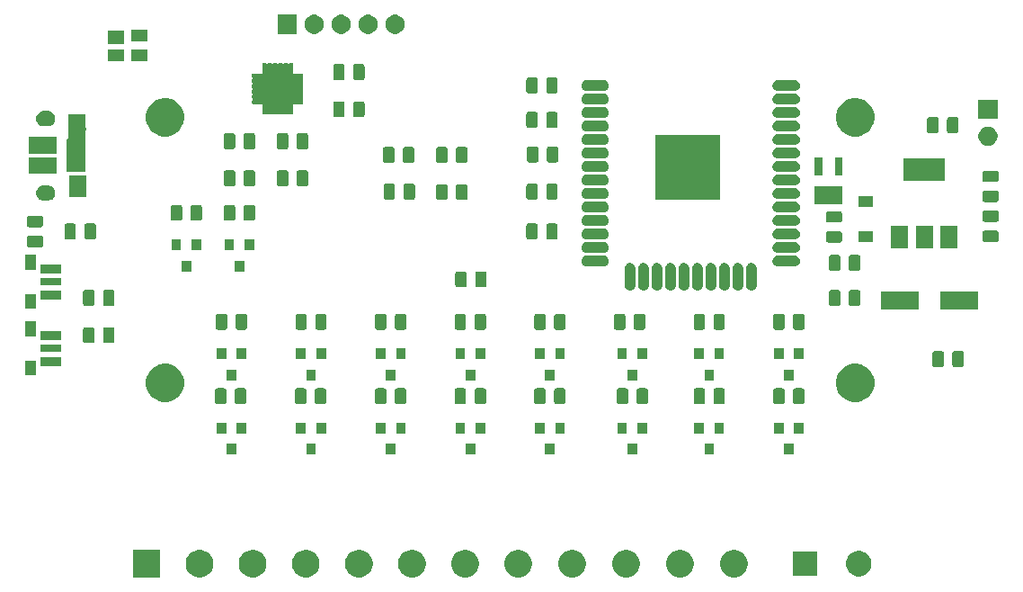
<source format=gbr>
G04 #@! TF.GenerationSoftware,KiCad,Pcbnew,5.1.5*
G04 #@! TF.CreationDate,2020-02-17T18:04:10-05:00*
G04 #@! TF.ProjectId,12V-SmartSwitch,3132562d-536d-4617-9274-537769746368,rev?*
G04 #@! TF.SameCoordinates,Original*
G04 #@! TF.FileFunction,Soldermask,Top*
G04 #@! TF.FilePolarity,Negative*
%FSLAX46Y46*%
G04 Gerber Fmt 4.6, Leading zero omitted, Abs format (unit mm)*
G04 Created by KiCad (PCBNEW 5.1.5) date 2020-02-17 18:04:10*
%MOMM*%
%LPD*%
G04 APERTURE LIST*
%ADD10C,0.100000*%
G04 APERTURE END LIST*
D10*
G36*
X77551000Y-154051000D02*
G01*
X74949000Y-154051000D01*
X74949000Y-151449000D01*
X77551000Y-151449000D01*
X77551000Y-154051000D01*
G37*
G36*
X126869487Y-151498996D02*
G01*
X127101632Y-151595154D01*
X127106255Y-151597069D01*
X127238881Y-151685687D01*
X127319339Y-151739447D01*
X127500553Y-151920661D01*
X127642932Y-152133747D01*
X127741004Y-152370513D01*
X127791000Y-152621861D01*
X127791000Y-152878139D01*
X127741004Y-153129487D01*
X127642932Y-153366253D01*
X127642931Y-153366255D01*
X127500553Y-153579339D01*
X127319339Y-153760553D01*
X127106255Y-153902931D01*
X127106254Y-153902932D01*
X127106253Y-153902932D01*
X126869487Y-154001004D01*
X126618139Y-154051000D01*
X126361861Y-154051000D01*
X126110513Y-154001004D01*
X125873747Y-153902932D01*
X125873746Y-153902932D01*
X125873745Y-153902931D01*
X125660661Y-153760553D01*
X125479447Y-153579339D01*
X125337069Y-153366255D01*
X125337068Y-153366253D01*
X125238996Y-153129487D01*
X125189000Y-152878139D01*
X125189000Y-152621861D01*
X125238996Y-152370513D01*
X125337068Y-152133747D01*
X125479447Y-151920661D01*
X125660661Y-151739447D01*
X125741119Y-151685687D01*
X125873745Y-151597069D01*
X125878368Y-151595154D01*
X126110513Y-151498996D01*
X126361861Y-151449000D01*
X126618139Y-151449000D01*
X126869487Y-151498996D01*
G37*
G36*
X131949487Y-151498996D02*
G01*
X132181632Y-151595154D01*
X132186255Y-151597069D01*
X132318881Y-151685687D01*
X132399339Y-151739447D01*
X132580553Y-151920661D01*
X132722932Y-152133747D01*
X132821004Y-152370513D01*
X132871000Y-152621861D01*
X132871000Y-152878139D01*
X132821004Y-153129487D01*
X132722932Y-153366253D01*
X132722931Y-153366255D01*
X132580553Y-153579339D01*
X132399339Y-153760553D01*
X132186255Y-153902931D01*
X132186254Y-153902932D01*
X132186253Y-153902932D01*
X131949487Y-154001004D01*
X131698139Y-154051000D01*
X131441861Y-154051000D01*
X131190513Y-154001004D01*
X130953747Y-153902932D01*
X130953746Y-153902932D01*
X130953745Y-153902931D01*
X130740661Y-153760553D01*
X130559447Y-153579339D01*
X130417069Y-153366255D01*
X130417068Y-153366253D01*
X130318996Y-153129487D01*
X130269000Y-152878139D01*
X130269000Y-152621861D01*
X130318996Y-152370513D01*
X130417068Y-152133747D01*
X130559447Y-151920661D01*
X130740661Y-151739447D01*
X130821119Y-151685687D01*
X130953745Y-151597069D01*
X130958368Y-151595154D01*
X131190513Y-151498996D01*
X131441861Y-151449000D01*
X131698139Y-151449000D01*
X131949487Y-151498996D01*
G37*
G36*
X121789487Y-151498996D02*
G01*
X122021632Y-151595154D01*
X122026255Y-151597069D01*
X122158881Y-151685687D01*
X122239339Y-151739447D01*
X122420553Y-151920661D01*
X122562932Y-152133747D01*
X122661004Y-152370513D01*
X122711000Y-152621861D01*
X122711000Y-152878139D01*
X122661004Y-153129487D01*
X122562932Y-153366253D01*
X122562931Y-153366255D01*
X122420553Y-153579339D01*
X122239339Y-153760553D01*
X122026255Y-153902931D01*
X122026254Y-153902932D01*
X122026253Y-153902932D01*
X121789487Y-154001004D01*
X121538139Y-154051000D01*
X121281861Y-154051000D01*
X121030513Y-154001004D01*
X120793747Y-153902932D01*
X120793746Y-153902932D01*
X120793745Y-153902931D01*
X120580661Y-153760553D01*
X120399447Y-153579339D01*
X120257069Y-153366255D01*
X120257068Y-153366253D01*
X120158996Y-153129487D01*
X120109000Y-152878139D01*
X120109000Y-152621861D01*
X120158996Y-152370513D01*
X120257068Y-152133747D01*
X120399447Y-151920661D01*
X120580661Y-151739447D01*
X120661119Y-151685687D01*
X120793745Y-151597069D01*
X120798368Y-151595154D01*
X121030513Y-151498996D01*
X121281861Y-151449000D01*
X121538139Y-151449000D01*
X121789487Y-151498996D01*
G37*
G36*
X116709487Y-151498996D02*
G01*
X116941632Y-151595154D01*
X116946255Y-151597069D01*
X117078881Y-151685687D01*
X117159339Y-151739447D01*
X117340553Y-151920661D01*
X117482932Y-152133747D01*
X117581004Y-152370513D01*
X117631000Y-152621861D01*
X117631000Y-152878139D01*
X117581004Y-153129487D01*
X117482932Y-153366253D01*
X117482931Y-153366255D01*
X117340553Y-153579339D01*
X117159339Y-153760553D01*
X116946255Y-153902931D01*
X116946254Y-153902932D01*
X116946253Y-153902932D01*
X116709487Y-154001004D01*
X116458139Y-154051000D01*
X116201861Y-154051000D01*
X115950513Y-154001004D01*
X115713747Y-153902932D01*
X115713746Y-153902932D01*
X115713745Y-153902931D01*
X115500661Y-153760553D01*
X115319447Y-153579339D01*
X115177069Y-153366255D01*
X115177068Y-153366253D01*
X115078996Y-153129487D01*
X115029000Y-152878139D01*
X115029000Y-152621861D01*
X115078996Y-152370513D01*
X115177068Y-152133747D01*
X115319447Y-151920661D01*
X115500661Y-151739447D01*
X115581119Y-151685687D01*
X115713745Y-151597069D01*
X115718368Y-151595154D01*
X115950513Y-151498996D01*
X116201861Y-151449000D01*
X116458139Y-151449000D01*
X116709487Y-151498996D01*
G37*
G36*
X111629487Y-151498996D02*
G01*
X111861632Y-151595154D01*
X111866255Y-151597069D01*
X111998881Y-151685687D01*
X112079339Y-151739447D01*
X112260553Y-151920661D01*
X112402932Y-152133747D01*
X112501004Y-152370513D01*
X112551000Y-152621861D01*
X112551000Y-152878139D01*
X112501004Y-153129487D01*
X112402932Y-153366253D01*
X112402931Y-153366255D01*
X112260553Y-153579339D01*
X112079339Y-153760553D01*
X111866255Y-153902931D01*
X111866254Y-153902932D01*
X111866253Y-153902932D01*
X111629487Y-154001004D01*
X111378139Y-154051000D01*
X111121861Y-154051000D01*
X110870513Y-154001004D01*
X110633747Y-153902932D01*
X110633746Y-153902932D01*
X110633745Y-153902931D01*
X110420661Y-153760553D01*
X110239447Y-153579339D01*
X110097069Y-153366255D01*
X110097068Y-153366253D01*
X109998996Y-153129487D01*
X109949000Y-152878139D01*
X109949000Y-152621861D01*
X109998996Y-152370513D01*
X110097068Y-152133747D01*
X110239447Y-151920661D01*
X110420661Y-151739447D01*
X110501119Y-151685687D01*
X110633745Y-151597069D01*
X110638368Y-151595154D01*
X110870513Y-151498996D01*
X111121861Y-151449000D01*
X111378139Y-151449000D01*
X111629487Y-151498996D01*
G37*
G36*
X106629487Y-151498996D02*
G01*
X106861632Y-151595154D01*
X106866255Y-151597069D01*
X106998881Y-151685687D01*
X107079339Y-151739447D01*
X107260553Y-151920661D01*
X107402932Y-152133747D01*
X107501004Y-152370513D01*
X107551000Y-152621861D01*
X107551000Y-152878139D01*
X107501004Y-153129487D01*
X107402932Y-153366253D01*
X107402931Y-153366255D01*
X107260553Y-153579339D01*
X107079339Y-153760553D01*
X106866255Y-153902931D01*
X106866254Y-153902932D01*
X106866253Y-153902932D01*
X106629487Y-154001004D01*
X106378139Y-154051000D01*
X106121861Y-154051000D01*
X105870513Y-154001004D01*
X105633747Y-153902932D01*
X105633746Y-153902932D01*
X105633745Y-153902931D01*
X105420661Y-153760553D01*
X105239447Y-153579339D01*
X105097069Y-153366255D01*
X105097068Y-153366253D01*
X104998996Y-153129487D01*
X104949000Y-152878139D01*
X104949000Y-152621861D01*
X104998996Y-152370513D01*
X105097068Y-152133747D01*
X105239447Y-151920661D01*
X105420661Y-151739447D01*
X105501119Y-151685687D01*
X105633745Y-151597069D01*
X105638368Y-151595154D01*
X105870513Y-151498996D01*
X106121861Y-151449000D01*
X106378139Y-151449000D01*
X106629487Y-151498996D01*
G37*
G36*
X96629487Y-151498996D02*
G01*
X96861632Y-151595154D01*
X96866255Y-151597069D01*
X96998881Y-151685687D01*
X97079339Y-151739447D01*
X97260553Y-151920661D01*
X97402932Y-152133747D01*
X97501004Y-152370513D01*
X97551000Y-152621861D01*
X97551000Y-152878139D01*
X97501004Y-153129487D01*
X97402932Y-153366253D01*
X97402931Y-153366255D01*
X97260553Y-153579339D01*
X97079339Y-153760553D01*
X96866255Y-153902931D01*
X96866254Y-153902932D01*
X96866253Y-153902932D01*
X96629487Y-154001004D01*
X96378139Y-154051000D01*
X96121861Y-154051000D01*
X95870513Y-154001004D01*
X95633747Y-153902932D01*
X95633746Y-153902932D01*
X95633745Y-153902931D01*
X95420661Y-153760553D01*
X95239447Y-153579339D01*
X95097069Y-153366255D01*
X95097068Y-153366253D01*
X94998996Y-153129487D01*
X94949000Y-152878139D01*
X94949000Y-152621861D01*
X94998996Y-152370513D01*
X95097068Y-152133747D01*
X95239447Y-151920661D01*
X95420661Y-151739447D01*
X95501119Y-151685687D01*
X95633745Y-151597069D01*
X95638368Y-151595154D01*
X95870513Y-151498996D01*
X96121861Y-151449000D01*
X96378139Y-151449000D01*
X96629487Y-151498996D01*
G37*
G36*
X101629487Y-151498996D02*
G01*
X101861632Y-151595154D01*
X101866255Y-151597069D01*
X101998881Y-151685687D01*
X102079339Y-151739447D01*
X102260553Y-151920661D01*
X102402932Y-152133747D01*
X102501004Y-152370513D01*
X102551000Y-152621861D01*
X102551000Y-152878139D01*
X102501004Y-153129487D01*
X102402932Y-153366253D01*
X102402931Y-153366255D01*
X102260553Y-153579339D01*
X102079339Y-153760553D01*
X101866255Y-153902931D01*
X101866254Y-153902932D01*
X101866253Y-153902932D01*
X101629487Y-154001004D01*
X101378139Y-154051000D01*
X101121861Y-154051000D01*
X100870513Y-154001004D01*
X100633747Y-153902932D01*
X100633746Y-153902932D01*
X100633745Y-153902931D01*
X100420661Y-153760553D01*
X100239447Y-153579339D01*
X100097069Y-153366255D01*
X100097068Y-153366253D01*
X99998996Y-153129487D01*
X99949000Y-152878139D01*
X99949000Y-152621861D01*
X99998996Y-152370513D01*
X100097068Y-152133747D01*
X100239447Y-151920661D01*
X100420661Y-151739447D01*
X100501119Y-151685687D01*
X100633745Y-151597069D01*
X100638368Y-151595154D01*
X100870513Y-151498996D01*
X101121861Y-151449000D01*
X101378139Y-151449000D01*
X101629487Y-151498996D01*
G37*
G36*
X81629487Y-151498996D02*
G01*
X81861632Y-151595154D01*
X81866255Y-151597069D01*
X81998881Y-151685687D01*
X82079339Y-151739447D01*
X82260553Y-151920661D01*
X82402932Y-152133747D01*
X82501004Y-152370513D01*
X82551000Y-152621861D01*
X82551000Y-152878139D01*
X82501004Y-153129487D01*
X82402932Y-153366253D01*
X82402931Y-153366255D01*
X82260553Y-153579339D01*
X82079339Y-153760553D01*
X81866255Y-153902931D01*
X81866254Y-153902932D01*
X81866253Y-153902932D01*
X81629487Y-154001004D01*
X81378139Y-154051000D01*
X81121861Y-154051000D01*
X80870513Y-154001004D01*
X80633747Y-153902932D01*
X80633746Y-153902932D01*
X80633745Y-153902931D01*
X80420661Y-153760553D01*
X80239447Y-153579339D01*
X80097069Y-153366255D01*
X80097068Y-153366253D01*
X79998996Y-153129487D01*
X79949000Y-152878139D01*
X79949000Y-152621861D01*
X79998996Y-152370513D01*
X80097068Y-152133747D01*
X80239447Y-151920661D01*
X80420661Y-151739447D01*
X80501119Y-151685687D01*
X80633745Y-151597069D01*
X80638368Y-151595154D01*
X80870513Y-151498996D01*
X81121861Y-151449000D01*
X81378139Y-151449000D01*
X81629487Y-151498996D01*
G37*
G36*
X91629487Y-151498996D02*
G01*
X91861632Y-151595154D01*
X91866255Y-151597069D01*
X91998881Y-151685687D01*
X92079339Y-151739447D01*
X92260553Y-151920661D01*
X92402932Y-152133747D01*
X92501004Y-152370513D01*
X92551000Y-152621861D01*
X92551000Y-152878139D01*
X92501004Y-153129487D01*
X92402932Y-153366253D01*
X92402931Y-153366255D01*
X92260553Y-153579339D01*
X92079339Y-153760553D01*
X91866255Y-153902931D01*
X91866254Y-153902932D01*
X91866253Y-153902932D01*
X91629487Y-154001004D01*
X91378139Y-154051000D01*
X91121861Y-154051000D01*
X90870513Y-154001004D01*
X90633747Y-153902932D01*
X90633746Y-153902932D01*
X90633745Y-153902931D01*
X90420661Y-153760553D01*
X90239447Y-153579339D01*
X90097069Y-153366255D01*
X90097068Y-153366253D01*
X89998996Y-153129487D01*
X89949000Y-152878139D01*
X89949000Y-152621861D01*
X89998996Y-152370513D01*
X90097068Y-152133747D01*
X90239447Y-151920661D01*
X90420661Y-151739447D01*
X90501119Y-151685687D01*
X90633745Y-151597069D01*
X90638368Y-151595154D01*
X90870513Y-151498996D01*
X91121861Y-151449000D01*
X91378139Y-151449000D01*
X91629487Y-151498996D01*
G37*
G36*
X86629487Y-151498996D02*
G01*
X86861632Y-151595154D01*
X86866255Y-151597069D01*
X86998881Y-151685687D01*
X87079339Y-151739447D01*
X87260553Y-151920661D01*
X87402932Y-152133747D01*
X87501004Y-152370513D01*
X87551000Y-152621861D01*
X87551000Y-152878139D01*
X87501004Y-153129487D01*
X87402932Y-153366253D01*
X87402931Y-153366255D01*
X87260553Y-153579339D01*
X87079339Y-153760553D01*
X86866255Y-153902931D01*
X86866254Y-153902932D01*
X86866253Y-153902932D01*
X86629487Y-154001004D01*
X86378139Y-154051000D01*
X86121861Y-154051000D01*
X85870513Y-154001004D01*
X85633747Y-153902932D01*
X85633746Y-153902932D01*
X85633745Y-153902931D01*
X85420661Y-153760553D01*
X85239447Y-153579339D01*
X85097069Y-153366255D01*
X85097068Y-153366253D01*
X84998996Y-153129487D01*
X84949000Y-152878139D01*
X84949000Y-152621861D01*
X84998996Y-152370513D01*
X85097068Y-152133747D01*
X85239447Y-151920661D01*
X85420661Y-151739447D01*
X85501119Y-151685687D01*
X85633745Y-151597069D01*
X85638368Y-151595154D01*
X85870513Y-151498996D01*
X86121861Y-151449000D01*
X86378139Y-151449000D01*
X86629487Y-151498996D01*
G37*
G36*
X143680318Y-151595153D02*
G01*
X143898885Y-151685687D01*
X143898887Y-151685688D01*
X144095593Y-151817122D01*
X144262878Y-151984407D01*
X144362663Y-152133747D01*
X144394313Y-152181115D01*
X144484847Y-152399682D01*
X144531000Y-152631710D01*
X144531000Y-152868290D01*
X144484847Y-153100318D01*
X144472764Y-153129488D01*
X144394312Y-153318887D01*
X144262878Y-153515593D01*
X144095593Y-153682878D01*
X143898887Y-153814312D01*
X143898886Y-153814313D01*
X143898885Y-153814313D01*
X143680318Y-153904847D01*
X143448290Y-153951000D01*
X143211710Y-153951000D01*
X142979682Y-153904847D01*
X142761115Y-153814313D01*
X142761114Y-153814313D01*
X142761113Y-153814312D01*
X142564407Y-153682878D01*
X142397122Y-153515593D01*
X142265688Y-153318887D01*
X142187236Y-153129488D01*
X142175153Y-153100318D01*
X142129000Y-152868290D01*
X142129000Y-152631710D01*
X142175153Y-152399682D01*
X142265687Y-152181115D01*
X142297337Y-152133747D01*
X142397122Y-151984407D01*
X142564407Y-151817122D01*
X142761113Y-151685688D01*
X142761115Y-151685687D01*
X142979682Y-151595153D01*
X143211710Y-151549000D01*
X143448290Y-151549000D01*
X143680318Y-151595153D01*
G37*
G36*
X139401000Y-153901000D02*
G01*
X137099000Y-153901000D01*
X137099000Y-151599000D01*
X139401000Y-151599000D01*
X139401000Y-153901000D01*
G37*
G36*
X122451000Y-142501000D02*
G01*
X121549000Y-142501000D01*
X121549000Y-141499000D01*
X122451000Y-141499000D01*
X122451000Y-142501000D01*
G37*
G36*
X99701000Y-142501000D02*
G01*
X98799000Y-142501000D01*
X98799000Y-141499000D01*
X99701000Y-141499000D01*
X99701000Y-142501000D01*
G37*
G36*
X129701000Y-142501000D02*
G01*
X128799000Y-142501000D01*
X128799000Y-141499000D01*
X129701000Y-141499000D01*
X129701000Y-142501000D01*
G37*
G36*
X114701000Y-142501000D02*
G01*
X113799000Y-142501000D01*
X113799000Y-141499000D01*
X114701000Y-141499000D01*
X114701000Y-142501000D01*
G37*
G36*
X137201000Y-142501000D02*
G01*
X136299000Y-142501000D01*
X136299000Y-141499000D01*
X137201000Y-141499000D01*
X137201000Y-142501000D01*
G37*
G36*
X107201000Y-142501000D02*
G01*
X106299000Y-142501000D01*
X106299000Y-141499000D01*
X107201000Y-141499000D01*
X107201000Y-142501000D01*
G37*
G36*
X92201000Y-142501000D02*
G01*
X91299000Y-142501000D01*
X91299000Y-141499000D01*
X92201000Y-141499000D01*
X92201000Y-142501000D01*
G37*
G36*
X84701000Y-142501000D02*
G01*
X83799000Y-142501000D01*
X83799000Y-141499000D01*
X84701000Y-141499000D01*
X84701000Y-142501000D01*
G37*
G36*
X121501000Y-140501000D02*
G01*
X120599000Y-140501000D01*
X120599000Y-139499000D01*
X121501000Y-139499000D01*
X121501000Y-140501000D01*
G37*
G36*
X91251000Y-140501000D02*
G01*
X90349000Y-140501000D01*
X90349000Y-139499000D01*
X91251000Y-139499000D01*
X91251000Y-140501000D01*
G37*
G36*
X98751000Y-140501000D02*
G01*
X97849000Y-140501000D01*
X97849000Y-139499000D01*
X98751000Y-139499000D01*
X98751000Y-140501000D01*
G37*
G36*
X100651000Y-140501000D02*
G01*
X99749000Y-140501000D01*
X99749000Y-139499000D01*
X100651000Y-139499000D01*
X100651000Y-140501000D01*
G37*
G36*
X106251000Y-140501000D02*
G01*
X105349000Y-140501000D01*
X105349000Y-139499000D01*
X106251000Y-139499000D01*
X106251000Y-140501000D01*
G37*
G36*
X108151000Y-140501000D02*
G01*
X107249000Y-140501000D01*
X107249000Y-139499000D01*
X108151000Y-139499000D01*
X108151000Y-140501000D01*
G37*
G36*
X128751000Y-140501000D02*
G01*
X127849000Y-140501000D01*
X127849000Y-139499000D01*
X128751000Y-139499000D01*
X128751000Y-140501000D01*
G37*
G36*
X136251000Y-140501000D02*
G01*
X135349000Y-140501000D01*
X135349000Y-139499000D01*
X136251000Y-139499000D01*
X136251000Y-140501000D01*
G37*
G36*
X138151000Y-140501000D02*
G01*
X137249000Y-140501000D01*
X137249000Y-139499000D01*
X138151000Y-139499000D01*
X138151000Y-140501000D01*
G37*
G36*
X93151000Y-140501000D02*
G01*
X92249000Y-140501000D01*
X92249000Y-139499000D01*
X93151000Y-139499000D01*
X93151000Y-140501000D01*
G37*
G36*
X123401000Y-140501000D02*
G01*
X122499000Y-140501000D01*
X122499000Y-139499000D01*
X123401000Y-139499000D01*
X123401000Y-140501000D01*
G37*
G36*
X115651000Y-140501000D02*
G01*
X114749000Y-140501000D01*
X114749000Y-139499000D01*
X115651000Y-139499000D01*
X115651000Y-140501000D01*
G37*
G36*
X113751000Y-140501000D02*
G01*
X112849000Y-140501000D01*
X112849000Y-139499000D01*
X113751000Y-139499000D01*
X113751000Y-140501000D01*
G37*
G36*
X130651000Y-140501000D02*
G01*
X129749000Y-140501000D01*
X129749000Y-139499000D01*
X130651000Y-139499000D01*
X130651000Y-140501000D01*
G37*
G36*
X83751000Y-140501000D02*
G01*
X82849000Y-140501000D01*
X82849000Y-139499000D01*
X83751000Y-139499000D01*
X83751000Y-140501000D01*
G37*
G36*
X85651000Y-140501000D02*
G01*
X84749000Y-140501000D01*
X84749000Y-139499000D01*
X85651000Y-139499000D01*
X85651000Y-140501000D01*
G37*
G36*
X130559468Y-136253565D02*
G01*
X130598138Y-136265296D01*
X130633777Y-136284346D01*
X130665017Y-136309983D01*
X130690654Y-136341223D01*
X130709704Y-136376862D01*
X130721435Y-136415532D01*
X130726000Y-136461888D01*
X130726000Y-137538112D01*
X130721435Y-137584468D01*
X130709704Y-137623138D01*
X130690654Y-137658777D01*
X130665017Y-137690017D01*
X130633777Y-137715654D01*
X130598138Y-137734704D01*
X130559468Y-137746435D01*
X130513112Y-137751000D01*
X129861888Y-137751000D01*
X129815532Y-137746435D01*
X129776862Y-137734704D01*
X129741223Y-137715654D01*
X129709983Y-137690017D01*
X129684346Y-137658777D01*
X129665296Y-137623138D01*
X129653565Y-137584468D01*
X129649000Y-137538112D01*
X129649000Y-136461888D01*
X129653565Y-136415532D01*
X129665296Y-136376862D01*
X129684346Y-136341223D01*
X129709983Y-136309983D01*
X129741223Y-136284346D01*
X129776862Y-136265296D01*
X129815532Y-136253565D01*
X129861888Y-136249000D01*
X130513112Y-136249000D01*
X130559468Y-136253565D01*
G37*
G36*
X128684468Y-136253565D02*
G01*
X128723138Y-136265296D01*
X128758777Y-136284346D01*
X128790017Y-136309983D01*
X128815654Y-136341223D01*
X128834704Y-136376862D01*
X128846435Y-136415532D01*
X128851000Y-136461888D01*
X128851000Y-137538112D01*
X128846435Y-137584468D01*
X128834704Y-137623138D01*
X128815654Y-137658777D01*
X128790017Y-137690017D01*
X128758777Y-137715654D01*
X128723138Y-137734704D01*
X128684468Y-137746435D01*
X128638112Y-137751000D01*
X127986888Y-137751000D01*
X127940532Y-137746435D01*
X127901862Y-137734704D01*
X127866223Y-137715654D01*
X127834983Y-137690017D01*
X127809346Y-137658777D01*
X127790296Y-137623138D01*
X127778565Y-137584468D01*
X127774000Y-137538112D01*
X127774000Y-136461888D01*
X127778565Y-136415532D01*
X127790296Y-136376862D01*
X127809346Y-136341223D01*
X127834983Y-136309983D01*
X127866223Y-136284346D01*
X127901862Y-136265296D01*
X127940532Y-136253565D01*
X127986888Y-136249000D01*
X128638112Y-136249000D01*
X128684468Y-136253565D01*
G37*
G36*
X98684468Y-136253565D02*
G01*
X98723138Y-136265296D01*
X98758777Y-136284346D01*
X98790017Y-136309983D01*
X98815654Y-136341223D01*
X98834704Y-136376862D01*
X98846435Y-136415532D01*
X98851000Y-136461888D01*
X98851000Y-137538112D01*
X98846435Y-137584468D01*
X98834704Y-137623138D01*
X98815654Y-137658777D01*
X98790017Y-137690017D01*
X98758777Y-137715654D01*
X98723138Y-137734704D01*
X98684468Y-137746435D01*
X98638112Y-137751000D01*
X97986888Y-137751000D01*
X97940532Y-137746435D01*
X97901862Y-137734704D01*
X97866223Y-137715654D01*
X97834983Y-137690017D01*
X97809346Y-137658777D01*
X97790296Y-137623138D01*
X97778565Y-137584468D01*
X97774000Y-137538112D01*
X97774000Y-136461888D01*
X97778565Y-136415532D01*
X97790296Y-136376862D01*
X97809346Y-136341223D01*
X97834983Y-136309983D01*
X97866223Y-136284346D01*
X97901862Y-136265296D01*
X97940532Y-136253565D01*
X97986888Y-136249000D01*
X98638112Y-136249000D01*
X98684468Y-136253565D01*
G37*
G36*
X100559468Y-136253565D02*
G01*
X100598138Y-136265296D01*
X100633777Y-136284346D01*
X100665017Y-136309983D01*
X100690654Y-136341223D01*
X100709704Y-136376862D01*
X100721435Y-136415532D01*
X100726000Y-136461888D01*
X100726000Y-137538112D01*
X100721435Y-137584468D01*
X100709704Y-137623138D01*
X100690654Y-137658777D01*
X100665017Y-137690017D01*
X100633777Y-137715654D01*
X100598138Y-137734704D01*
X100559468Y-137746435D01*
X100513112Y-137751000D01*
X99861888Y-137751000D01*
X99815532Y-137746435D01*
X99776862Y-137734704D01*
X99741223Y-137715654D01*
X99709983Y-137690017D01*
X99684346Y-137658777D01*
X99665296Y-137623138D01*
X99653565Y-137584468D01*
X99649000Y-137538112D01*
X99649000Y-136461888D01*
X99653565Y-136415532D01*
X99665296Y-136376862D01*
X99684346Y-136341223D01*
X99709983Y-136309983D01*
X99741223Y-136284346D01*
X99776862Y-136265296D01*
X99815532Y-136253565D01*
X99861888Y-136249000D01*
X100513112Y-136249000D01*
X100559468Y-136253565D01*
G37*
G36*
X92996968Y-136253565D02*
G01*
X93035638Y-136265296D01*
X93071277Y-136284346D01*
X93102517Y-136309983D01*
X93128154Y-136341223D01*
X93147204Y-136376862D01*
X93158935Y-136415532D01*
X93163500Y-136461888D01*
X93163500Y-137538112D01*
X93158935Y-137584468D01*
X93147204Y-137623138D01*
X93128154Y-137658777D01*
X93102517Y-137690017D01*
X93071277Y-137715654D01*
X93035638Y-137734704D01*
X92996968Y-137746435D01*
X92950612Y-137751000D01*
X92299388Y-137751000D01*
X92253032Y-137746435D01*
X92214362Y-137734704D01*
X92178723Y-137715654D01*
X92147483Y-137690017D01*
X92121846Y-137658777D01*
X92102796Y-137623138D01*
X92091065Y-137584468D01*
X92086500Y-137538112D01*
X92086500Y-136461888D01*
X92091065Y-136415532D01*
X92102796Y-136376862D01*
X92121846Y-136341223D01*
X92147483Y-136309983D01*
X92178723Y-136284346D01*
X92214362Y-136265296D01*
X92253032Y-136253565D01*
X92299388Y-136249000D01*
X92950612Y-136249000D01*
X92996968Y-136253565D01*
G37*
G36*
X91121968Y-136253565D02*
G01*
X91160638Y-136265296D01*
X91196277Y-136284346D01*
X91227517Y-136309983D01*
X91253154Y-136341223D01*
X91272204Y-136376862D01*
X91283935Y-136415532D01*
X91288500Y-136461888D01*
X91288500Y-137538112D01*
X91283935Y-137584468D01*
X91272204Y-137623138D01*
X91253154Y-137658777D01*
X91227517Y-137690017D01*
X91196277Y-137715654D01*
X91160638Y-137734704D01*
X91121968Y-137746435D01*
X91075612Y-137751000D01*
X90424388Y-137751000D01*
X90378032Y-137746435D01*
X90339362Y-137734704D01*
X90303723Y-137715654D01*
X90272483Y-137690017D01*
X90246846Y-137658777D01*
X90227796Y-137623138D01*
X90216065Y-137584468D01*
X90211500Y-137538112D01*
X90211500Y-136461888D01*
X90216065Y-136415532D01*
X90227796Y-136376862D01*
X90246846Y-136341223D01*
X90272483Y-136309983D01*
X90303723Y-136284346D01*
X90339362Y-136265296D01*
X90378032Y-136253565D01*
X90424388Y-136249000D01*
X91075612Y-136249000D01*
X91121968Y-136253565D01*
G37*
G36*
X121434468Y-136253565D02*
G01*
X121473138Y-136265296D01*
X121508777Y-136284346D01*
X121540017Y-136309983D01*
X121565654Y-136341223D01*
X121584704Y-136376862D01*
X121596435Y-136415532D01*
X121601000Y-136461888D01*
X121601000Y-137538112D01*
X121596435Y-137584468D01*
X121584704Y-137623138D01*
X121565654Y-137658777D01*
X121540017Y-137690017D01*
X121508777Y-137715654D01*
X121473138Y-137734704D01*
X121434468Y-137746435D01*
X121388112Y-137751000D01*
X120736888Y-137751000D01*
X120690532Y-137746435D01*
X120651862Y-137734704D01*
X120616223Y-137715654D01*
X120584983Y-137690017D01*
X120559346Y-137658777D01*
X120540296Y-137623138D01*
X120528565Y-137584468D01*
X120524000Y-137538112D01*
X120524000Y-136461888D01*
X120528565Y-136415532D01*
X120540296Y-136376862D01*
X120559346Y-136341223D01*
X120584983Y-136309983D01*
X120616223Y-136284346D01*
X120651862Y-136265296D01*
X120690532Y-136253565D01*
X120736888Y-136249000D01*
X121388112Y-136249000D01*
X121434468Y-136253565D01*
G37*
G36*
X123309468Y-136253565D02*
G01*
X123348138Y-136265296D01*
X123383777Y-136284346D01*
X123415017Y-136309983D01*
X123440654Y-136341223D01*
X123459704Y-136376862D01*
X123471435Y-136415532D01*
X123476000Y-136461888D01*
X123476000Y-137538112D01*
X123471435Y-137584468D01*
X123459704Y-137623138D01*
X123440654Y-137658777D01*
X123415017Y-137690017D01*
X123383777Y-137715654D01*
X123348138Y-137734704D01*
X123309468Y-137746435D01*
X123263112Y-137751000D01*
X122611888Y-137751000D01*
X122565532Y-137746435D01*
X122526862Y-137734704D01*
X122491223Y-137715654D01*
X122459983Y-137690017D01*
X122434346Y-137658777D01*
X122415296Y-137623138D01*
X122403565Y-137584468D01*
X122399000Y-137538112D01*
X122399000Y-136461888D01*
X122403565Y-136415532D01*
X122415296Y-136376862D01*
X122434346Y-136341223D01*
X122459983Y-136309983D01*
X122491223Y-136284346D01*
X122526862Y-136265296D01*
X122565532Y-136253565D01*
X122611888Y-136249000D01*
X123263112Y-136249000D01*
X123309468Y-136253565D01*
G37*
G36*
X113684468Y-136253565D02*
G01*
X113723138Y-136265296D01*
X113758777Y-136284346D01*
X113790017Y-136309983D01*
X113815654Y-136341223D01*
X113834704Y-136376862D01*
X113846435Y-136415532D01*
X113851000Y-136461888D01*
X113851000Y-137538112D01*
X113846435Y-137584468D01*
X113834704Y-137623138D01*
X113815654Y-137658777D01*
X113790017Y-137690017D01*
X113758777Y-137715654D01*
X113723138Y-137734704D01*
X113684468Y-137746435D01*
X113638112Y-137751000D01*
X112986888Y-137751000D01*
X112940532Y-137746435D01*
X112901862Y-137734704D01*
X112866223Y-137715654D01*
X112834983Y-137690017D01*
X112809346Y-137658777D01*
X112790296Y-137623138D01*
X112778565Y-137584468D01*
X112774000Y-137538112D01*
X112774000Y-136461888D01*
X112778565Y-136415532D01*
X112790296Y-136376862D01*
X112809346Y-136341223D01*
X112834983Y-136309983D01*
X112866223Y-136284346D01*
X112901862Y-136265296D01*
X112940532Y-136253565D01*
X112986888Y-136249000D01*
X113638112Y-136249000D01*
X113684468Y-136253565D01*
G37*
G36*
X83621968Y-136253565D02*
G01*
X83660638Y-136265296D01*
X83696277Y-136284346D01*
X83727517Y-136309983D01*
X83753154Y-136341223D01*
X83772204Y-136376862D01*
X83783935Y-136415532D01*
X83788500Y-136461888D01*
X83788500Y-137538112D01*
X83783935Y-137584468D01*
X83772204Y-137623138D01*
X83753154Y-137658777D01*
X83727517Y-137690017D01*
X83696277Y-137715654D01*
X83660638Y-137734704D01*
X83621968Y-137746435D01*
X83575612Y-137751000D01*
X82924388Y-137751000D01*
X82878032Y-137746435D01*
X82839362Y-137734704D01*
X82803723Y-137715654D01*
X82772483Y-137690017D01*
X82746846Y-137658777D01*
X82727796Y-137623138D01*
X82716065Y-137584468D01*
X82711500Y-137538112D01*
X82711500Y-136461888D01*
X82716065Y-136415532D01*
X82727796Y-136376862D01*
X82746846Y-136341223D01*
X82772483Y-136309983D01*
X82803723Y-136284346D01*
X82839362Y-136265296D01*
X82878032Y-136253565D01*
X82924388Y-136249000D01*
X83575612Y-136249000D01*
X83621968Y-136253565D01*
G37*
G36*
X85496968Y-136253565D02*
G01*
X85535638Y-136265296D01*
X85571277Y-136284346D01*
X85602517Y-136309983D01*
X85628154Y-136341223D01*
X85647204Y-136376862D01*
X85658935Y-136415532D01*
X85663500Y-136461888D01*
X85663500Y-137538112D01*
X85658935Y-137584468D01*
X85647204Y-137623138D01*
X85628154Y-137658777D01*
X85602517Y-137690017D01*
X85571277Y-137715654D01*
X85535638Y-137734704D01*
X85496968Y-137746435D01*
X85450612Y-137751000D01*
X84799388Y-137751000D01*
X84753032Y-137746435D01*
X84714362Y-137734704D01*
X84678723Y-137715654D01*
X84647483Y-137690017D01*
X84621846Y-137658777D01*
X84602796Y-137623138D01*
X84591065Y-137584468D01*
X84586500Y-137538112D01*
X84586500Y-136461888D01*
X84591065Y-136415532D01*
X84602796Y-136376862D01*
X84621846Y-136341223D01*
X84647483Y-136309983D01*
X84678723Y-136284346D01*
X84714362Y-136265296D01*
X84753032Y-136253565D01*
X84799388Y-136249000D01*
X85450612Y-136249000D01*
X85496968Y-136253565D01*
G37*
G36*
X108059468Y-136253565D02*
G01*
X108098138Y-136265296D01*
X108133777Y-136284346D01*
X108165017Y-136309983D01*
X108190654Y-136341223D01*
X108209704Y-136376862D01*
X108221435Y-136415532D01*
X108226000Y-136461888D01*
X108226000Y-137538112D01*
X108221435Y-137584468D01*
X108209704Y-137623138D01*
X108190654Y-137658777D01*
X108165017Y-137690017D01*
X108133777Y-137715654D01*
X108098138Y-137734704D01*
X108059468Y-137746435D01*
X108013112Y-137751000D01*
X107361888Y-137751000D01*
X107315532Y-137746435D01*
X107276862Y-137734704D01*
X107241223Y-137715654D01*
X107209983Y-137690017D01*
X107184346Y-137658777D01*
X107165296Y-137623138D01*
X107153565Y-137584468D01*
X107149000Y-137538112D01*
X107149000Y-136461888D01*
X107153565Y-136415532D01*
X107165296Y-136376862D01*
X107184346Y-136341223D01*
X107209983Y-136309983D01*
X107241223Y-136284346D01*
X107276862Y-136265296D01*
X107315532Y-136253565D01*
X107361888Y-136249000D01*
X108013112Y-136249000D01*
X108059468Y-136253565D01*
G37*
G36*
X106184468Y-136253565D02*
G01*
X106223138Y-136265296D01*
X106258777Y-136284346D01*
X106290017Y-136309983D01*
X106315654Y-136341223D01*
X106334704Y-136376862D01*
X106346435Y-136415532D01*
X106351000Y-136461888D01*
X106351000Y-137538112D01*
X106346435Y-137584468D01*
X106334704Y-137623138D01*
X106315654Y-137658777D01*
X106290017Y-137690017D01*
X106258777Y-137715654D01*
X106223138Y-137734704D01*
X106184468Y-137746435D01*
X106138112Y-137751000D01*
X105486888Y-137751000D01*
X105440532Y-137746435D01*
X105401862Y-137734704D01*
X105366223Y-137715654D01*
X105334983Y-137690017D01*
X105309346Y-137658777D01*
X105290296Y-137623138D01*
X105278565Y-137584468D01*
X105274000Y-137538112D01*
X105274000Y-136461888D01*
X105278565Y-136415532D01*
X105290296Y-136376862D01*
X105309346Y-136341223D01*
X105334983Y-136309983D01*
X105366223Y-136284346D01*
X105401862Y-136265296D01*
X105440532Y-136253565D01*
X105486888Y-136249000D01*
X106138112Y-136249000D01*
X106184468Y-136253565D01*
G37*
G36*
X136184468Y-136253565D02*
G01*
X136223138Y-136265296D01*
X136258777Y-136284346D01*
X136290017Y-136309983D01*
X136315654Y-136341223D01*
X136334704Y-136376862D01*
X136346435Y-136415532D01*
X136351000Y-136461888D01*
X136351000Y-137538112D01*
X136346435Y-137584468D01*
X136334704Y-137623138D01*
X136315654Y-137658777D01*
X136290017Y-137690017D01*
X136258777Y-137715654D01*
X136223138Y-137734704D01*
X136184468Y-137746435D01*
X136138112Y-137751000D01*
X135486888Y-137751000D01*
X135440532Y-137746435D01*
X135401862Y-137734704D01*
X135366223Y-137715654D01*
X135334983Y-137690017D01*
X135309346Y-137658777D01*
X135290296Y-137623138D01*
X135278565Y-137584468D01*
X135274000Y-137538112D01*
X135274000Y-136461888D01*
X135278565Y-136415532D01*
X135290296Y-136376862D01*
X135309346Y-136341223D01*
X135334983Y-136309983D01*
X135366223Y-136284346D01*
X135401862Y-136265296D01*
X135440532Y-136253565D01*
X135486888Y-136249000D01*
X136138112Y-136249000D01*
X136184468Y-136253565D01*
G37*
G36*
X138059468Y-136253565D02*
G01*
X138098138Y-136265296D01*
X138133777Y-136284346D01*
X138165017Y-136309983D01*
X138190654Y-136341223D01*
X138209704Y-136376862D01*
X138221435Y-136415532D01*
X138226000Y-136461888D01*
X138226000Y-137538112D01*
X138221435Y-137584468D01*
X138209704Y-137623138D01*
X138190654Y-137658777D01*
X138165017Y-137690017D01*
X138133777Y-137715654D01*
X138098138Y-137734704D01*
X138059468Y-137746435D01*
X138013112Y-137751000D01*
X137361888Y-137751000D01*
X137315532Y-137746435D01*
X137276862Y-137734704D01*
X137241223Y-137715654D01*
X137209983Y-137690017D01*
X137184346Y-137658777D01*
X137165296Y-137623138D01*
X137153565Y-137584468D01*
X137149000Y-137538112D01*
X137149000Y-136461888D01*
X137153565Y-136415532D01*
X137165296Y-136376862D01*
X137184346Y-136341223D01*
X137209983Y-136309983D01*
X137241223Y-136284346D01*
X137276862Y-136265296D01*
X137315532Y-136253565D01*
X137361888Y-136249000D01*
X138013112Y-136249000D01*
X138059468Y-136253565D01*
G37*
G36*
X115559468Y-136253565D02*
G01*
X115598138Y-136265296D01*
X115633777Y-136284346D01*
X115665017Y-136309983D01*
X115690654Y-136341223D01*
X115709704Y-136376862D01*
X115721435Y-136415532D01*
X115726000Y-136461888D01*
X115726000Y-137538112D01*
X115721435Y-137584468D01*
X115709704Y-137623138D01*
X115690654Y-137658777D01*
X115665017Y-137690017D01*
X115633777Y-137715654D01*
X115598138Y-137734704D01*
X115559468Y-137746435D01*
X115513112Y-137751000D01*
X114861888Y-137751000D01*
X114815532Y-137746435D01*
X114776862Y-137734704D01*
X114741223Y-137715654D01*
X114709983Y-137690017D01*
X114684346Y-137658777D01*
X114665296Y-137623138D01*
X114653565Y-137584468D01*
X114649000Y-137538112D01*
X114649000Y-136461888D01*
X114653565Y-136415532D01*
X114665296Y-136376862D01*
X114684346Y-136341223D01*
X114709983Y-136309983D01*
X114741223Y-136284346D01*
X114776862Y-136265296D01*
X114815532Y-136253565D01*
X114861888Y-136249000D01*
X115513112Y-136249000D01*
X115559468Y-136253565D01*
G37*
G36*
X143525331Y-134018211D02*
G01*
X143853092Y-134153974D01*
X144148070Y-134351072D01*
X144398928Y-134601930D01*
X144596026Y-134896908D01*
X144731789Y-135224669D01*
X144801000Y-135572616D01*
X144801000Y-135927384D01*
X144731789Y-136275331D01*
X144596026Y-136603092D01*
X144398928Y-136898070D01*
X144148070Y-137148928D01*
X143853092Y-137346026D01*
X143525331Y-137481789D01*
X143177384Y-137551000D01*
X142822616Y-137551000D01*
X142474669Y-137481789D01*
X142146908Y-137346026D01*
X141851930Y-137148928D01*
X141601072Y-136898070D01*
X141403974Y-136603092D01*
X141268211Y-136275331D01*
X141199000Y-135927384D01*
X141199000Y-135572616D01*
X141268211Y-135224669D01*
X141403974Y-134896908D01*
X141601072Y-134601930D01*
X141851930Y-134351072D01*
X142146908Y-134153974D01*
X142474669Y-134018211D01*
X142822616Y-133949000D01*
X143177384Y-133949000D01*
X143525331Y-134018211D01*
G37*
G36*
X78525331Y-134018211D02*
G01*
X78853092Y-134153974D01*
X79148070Y-134351072D01*
X79398928Y-134601930D01*
X79596026Y-134896908D01*
X79731789Y-135224669D01*
X79801000Y-135572616D01*
X79801000Y-135927384D01*
X79731789Y-136275331D01*
X79596026Y-136603092D01*
X79398928Y-136898070D01*
X79148070Y-137148928D01*
X78853092Y-137346026D01*
X78525331Y-137481789D01*
X78177384Y-137551000D01*
X77822616Y-137551000D01*
X77474669Y-137481789D01*
X77146908Y-137346026D01*
X76851930Y-137148928D01*
X76601072Y-136898070D01*
X76403974Y-136603092D01*
X76268211Y-136275331D01*
X76199000Y-135927384D01*
X76199000Y-135572616D01*
X76268211Y-135224669D01*
X76403974Y-134896908D01*
X76601072Y-134601930D01*
X76851930Y-134351072D01*
X77146908Y-134153974D01*
X77474669Y-134018211D01*
X77822616Y-133949000D01*
X78177384Y-133949000D01*
X78525331Y-134018211D01*
G37*
G36*
X99701000Y-135501000D02*
G01*
X98799000Y-135501000D01*
X98799000Y-134499000D01*
X99701000Y-134499000D01*
X99701000Y-135501000D01*
G37*
G36*
X84701000Y-135501000D02*
G01*
X83799000Y-135501000D01*
X83799000Y-134499000D01*
X84701000Y-134499000D01*
X84701000Y-135501000D01*
G37*
G36*
X137201000Y-135501000D02*
G01*
X136299000Y-135501000D01*
X136299000Y-134499000D01*
X137201000Y-134499000D01*
X137201000Y-135501000D01*
G37*
G36*
X92201000Y-135501000D02*
G01*
X91299000Y-135501000D01*
X91299000Y-134499000D01*
X92201000Y-134499000D01*
X92201000Y-135501000D01*
G37*
G36*
X129701000Y-135501000D02*
G01*
X128799000Y-135501000D01*
X128799000Y-134499000D01*
X129701000Y-134499000D01*
X129701000Y-135501000D01*
G37*
G36*
X107201000Y-135501000D02*
G01*
X106299000Y-135501000D01*
X106299000Y-134499000D01*
X107201000Y-134499000D01*
X107201000Y-135501000D01*
G37*
G36*
X114701000Y-135501000D02*
G01*
X113799000Y-135501000D01*
X113799000Y-134499000D01*
X114701000Y-134499000D01*
X114701000Y-135501000D01*
G37*
G36*
X122451000Y-135501000D02*
G01*
X121549000Y-135501000D01*
X121549000Y-134499000D01*
X122451000Y-134499000D01*
X122451000Y-135501000D01*
G37*
G36*
X65801000Y-135051000D02*
G01*
X64799000Y-135051000D01*
X64799000Y-133649000D01*
X65801000Y-133649000D01*
X65801000Y-135051000D01*
G37*
G36*
X151184468Y-132753565D02*
G01*
X151223138Y-132765296D01*
X151258777Y-132784346D01*
X151290017Y-132809983D01*
X151315654Y-132841223D01*
X151334704Y-132876862D01*
X151346435Y-132915532D01*
X151351000Y-132961888D01*
X151351000Y-134038112D01*
X151346435Y-134084468D01*
X151334704Y-134123138D01*
X151315654Y-134158777D01*
X151290017Y-134190017D01*
X151258777Y-134215654D01*
X151223138Y-134234704D01*
X151184468Y-134246435D01*
X151138112Y-134251000D01*
X150486888Y-134251000D01*
X150440532Y-134246435D01*
X150401862Y-134234704D01*
X150366223Y-134215654D01*
X150334983Y-134190017D01*
X150309346Y-134158777D01*
X150290296Y-134123138D01*
X150278565Y-134084468D01*
X150274000Y-134038112D01*
X150274000Y-132961888D01*
X150278565Y-132915532D01*
X150290296Y-132876862D01*
X150309346Y-132841223D01*
X150334983Y-132809983D01*
X150366223Y-132784346D01*
X150401862Y-132765296D01*
X150440532Y-132753565D01*
X150486888Y-132749000D01*
X151138112Y-132749000D01*
X151184468Y-132753565D01*
G37*
G36*
X153059468Y-132753565D02*
G01*
X153098138Y-132765296D01*
X153133777Y-132784346D01*
X153165017Y-132809983D01*
X153190654Y-132841223D01*
X153209704Y-132876862D01*
X153221435Y-132915532D01*
X153226000Y-132961888D01*
X153226000Y-134038112D01*
X153221435Y-134084468D01*
X153209704Y-134123138D01*
X153190654Y-134158777D01*
X153165017Y-134190017D01*
X153133777Y-134215654D01*
X153098138Y-134234704D01*
X153059468Y-134246435D01*
X153013112Y-134251000D01*
X152361888Y-134251000D01*
X152315532Y-134246435D01*
X152276862Y-134234704D01*
X152241223Y-134215654D01*
X152209983Y-134190017D01*
X152184346Y-134158777D01*
X152165296Y-134123138D01*
X152153565Y-134084468D01*
X152149000Y-134038112D01*
X152149000Y-132961888D01*
X152153565Y-132915532D01*
X152165296Y-132876862D01*
X152184346Y-132841223D01*
X152209983Y-132809983D01*
X152241223Y-132784346D01*
X152276862Y-132765296D01*
X152315532Y-132753565D01*
X152361888Y-132749000D01*
X153013112Y-132749000D01*
X153059468Y-132753565D01*
G37*
G36*
X68201000Y-134151000D02*
G01*
X66299000Y-134151000D01*
X66299000Y-133299000D01*
X68201000Y-133299000D01*
X68201000Y-134151000D01*
G37*
G36*
X130651000Y-133501000D02*
G01*
X129749000Y-133501000D01*
X129749000Y-132499000D01*
X130651000Y-132499000D01*
X130651000Y-133501000D01*
G37*
G36*
X121501000Y-133501000D02*
G01*
X120599000Y-133501000D01*
X120599000Y-132499000D01*
X121501000Y-132499000D01*
X121501000Y-133501000D01*
G37*
G36*
X136251000Y-133501000D02*
G01*
X135349000Y-133501000D01*
X135349000Y-132499000D01*
X136251000Y-132499000D01*
X136251000Y-133501000D01*
G37*
G36*
X138151000Y-133501000D02*
G01*
X137249000Y-133501000D01*
X137249000Y-132499000D01*
X138151000Y-132499000D01*
X138151000Y-133501000D01*
G37*
G36*
X106251000Y-133501000D02*
G01*
X105349000Y-133501000D01*
X105349000Y-132499000D01*
X106251000Y-132499000D01*
X106251000Y-133501000D01*
G37*
G36*
X108151000Y-133501000D02*
G01*
X107249000Y-133501000D01*
X107249000Y-132499000D01*
X108151000Y-132499000D01*
X108151000Y-133501000D01*
G37*
G36*
X123401000Y-133501000D02*
G01*
X122499000Y-133501000D01*
X122499000Y-132499000D01*
X123401000Y-132499000D01*
X123401000Y-133501000D01*
G37*
G36*
X113751000Y-133501000D02*
G01*
X112849000Y-133501000D01*
X112849000Y-132499000D01*
X113751000Y-132499000D01*
X113751000Y-133501000D01*
G37*
G36*
X83751000Y-133501000D02*
G01*
X82849000Y-133501000D01*
X82849000Y-132499000D01*
X83751000Y-132499000D01*
X83751000Y-133501000D01*
G37*
G36*
X85651000Y-133501000D02*
G01*
X84749000Y-133501000D01*
X84749000Y-132499000D01*
X85651000Y-132499000D01*
X85651000Y-133501000D01*
G37*
G36*
X93151000Y-133501000D02*
G01*
X92249000Y-133501000D01*
X92249000Y-132499000D01*
X93151000Y-132499000D01*
X93151000Y-133501000D01*
G37*
G36*
X91251000Y-133501000D02*
G01*
X90349000Y-133501000D01*
X90349000Y-132499000D01*
X91251000Y-132499000D01*
X91251000Y-133501000D01*
G37*
G36*
X98751000Y-133501000D02*
G01*
X97849000Y-133501000D01*
X97849000Y-132499000D01*
X98751000Y-132499000D01*
X98751000Y-133501000D01*
G37*
G36*
X100651000Y-133501000D02*
G01*
X99749000Y-133501000D01*
X99749000Y-132499000D01*
X100651000Y-132499000D01*
X100651000Y-133501000D01*
G37*
G36*
X128751000Y-133501000D02*
G01*
X127849000Y-133501000D01*
X127849000Y-132499000D01*
X128751000Y-132499000D01*
X128751000Y-133501000D01*
G37*
G36*
X115651000Y-133501000D02*
G01*
X114749000Y-133501000D01*
X114749000Y-132499000D01*
X115651000Y-132499000D01*
X115651000Y-133501000D01*
G37*
G36*
X68201000Y-132851000D02*
G01*
X66299000Y-132851000D01*
X66299000Y-132149000D01*
X68201000Y-132149000D01*
X68201000Y-132851000D01*
G37*
G36*
X73059468Y-130503565D02*
G01*
X73098138Y-130515296D01*
X73133777Y-130534346D01*
X73165017Y-130559983D01*
X73190654Y-130591223D01*
X73209704Y-130626862D01*
X73221435Y-130665532D01*
X73226000Y-130711888D01*
X73226000Y-131788112D01*
X73221435Y-131834468D01*
X73209704Y-131873138D01*
X73190654Y-131908777D01*
X73165017Y-131940017D01*
X73133777Y-131965654D01*
X73098138Y-131984704D01*
X73059468Y-131996435D01*
X73013112Y-132001000D01*
X72361888Y-132001000D01*
X72315532Y-131996435D01*
X72276862Y-131984704D01*
X72241223Y-131965654D01*
X72209983Y-131940017D01*
X72184346Y-131908777D01*
X72165296Y-131873138D01*
X72153565Y-131834468D01*
X72149000Y-131788112D01*
X72149000Y-130711888D01*
X72153565Y-130665532D01*
X72165296Y-130626862D01*
X72184346Y-130591223D01*
X72209983Y-130559983D01*
X72241223Y-130534346D01*
X72276862Y-130515296D01*
X72315532Y-130503565D01*
X72361888Y-130499000D01*
X73013112Y-130499000D01*
X73059468Y-130503565D01*
G37*
G36*
X71184468Y-130503565D02*
G01*
X71223138Y-130515296D01*
X71258777Y-130534346D01*
X71290017Y-130559983D01*
X71315654Y-130591223D01*
X71334704Y-130626862D01*
X71346435Y-130665532D01*
X71351000Y-130711888D01*
X71351000Y-131788112D01*
X71346435Y-131834468D01*
X71334704Y-131873138D01*
X71315654Y-131908777D01*
X71290017Y-131940017D01*
X71258777Y-131965654D01*
X71223138Y-131984704D01*
X71184468Y-131996435D01*
X71138112Y-132001000D01*
X70486888Y-132001000D01*
X70440532Y-131996435D01*
X70401862Y-131984704D01*
X70366223Y-131965654D01*
X70334983Y-131940017D01*
X70309346Y-131908777D01*
X70290296Y-131873138D01*
X70278565Y-131834468D01*
X70274000Y-131788112D01*
X70274000Y-130711888D01*
X70278565Y-130665532D01*
X70290296Y-130626862D01*
X70309346Y-130591223D01*
X70334983Y-130559983D01*
X70366223Y-130534346D01*
X70401862Y-130515296D01*
X70440532Y-130503565D01*
X70486888Y-130499000D01*
X71138112Y-130499000D01*
X71184468Y-130503565D01*
G37*
G36*
X68201000Y-131701000D02*
G01*
X66299000Y-131701000D01*
X66299000Y-130849000D01*
X68201000Y-130849000D01*
X68201000Y-131701000D01*
G37*
G36*
X65801000Y-131351000D02*
G01*
X64799000Y-131351000D01*
X64799000Y-129949000D01*
X65801000Y-129949000D01*
X65801000Y-131351000D01*
G37*
G36*
X93059468Y-129253565D02*
G01*
X93098138Y-129265296D01*
X93133777Y-129284346D01*
X93165017Y-129309983D01*
X93190654Y-129341223D01*
X93209704Y-129376862D01*
X93221435Y-129415532D01*
X93226000Y-129461888D01*
X93226000Y-130538112D01*
X93221435Y-130584468D01*
X93209704Y-130623138D01*
X93190654Y-130658777D01*
X93165017Y-130690017D01*
X93133777Y-130715654D01*
X93098138Y-130734704D01*
X93059468Y-130746435D01*
X93013112Y-130751000D01*
X92361888Y-130751000D01*
X92315532Y-130746435D01*
X92276862Y-130734704D01*
X92241223Y-130715654D01*
X92209983Y-130690017D01*
X92184346Y-130658777D01*
X92165296Y-130623138D01*
X92153565Y-130584468D01*
X92149000Y-130538112D01*
X92149000Y-129461888D01*
X92153565Y-129415532D01*
X92165296Y-129376862D01*
X92184346Y-129341223D01*
X92209983Y-129309983D01*
X92241223Y-129284346D01*
X92276862Y-129265296D01*
X92315532Y-129253565D01*
X92361888Y-129249000D01*
X93013112Y-129249000D01*
X93059468Y-129253565D01*
G37*
G36*
X91184468Y-129253565D02*
G01*
X91223138Y-129265296D01*
X91258777Y-129284346D01*
X91290017Y-129309983D01*
X91315654Y-129341223D01*
X91334704Y-129376862D01*
X91346435Y-129415532D01*
X91351000Y-129461888D01*
X91351000Y-130538112D01*
X91346435Y-130584468D01*
X91334704Y-130623138D01*
X91315654Y-130658777D01*
X91290017Y-130690017D01*
X91258777Y-130715654D01*
X91223138Y-130734704D01*
X91184468Y-130746435D01*
X91138112Y-130751000D01*
X90486888Y-130751000D01*
X90440532Y-130746435D01*
X90401862Y-130734704D01*
X90366223Y-130715654D01*
X90334983Y-130690017D01*
X90309346Y-130658777D01*
X90290296Y-130623138D01*
X90278565Y-130584468D01*
X90274000Y-130538112D01*
X90274000Y-129461888D01*
X90278565Y-129415532D01*
X90290296Y-129376862D01*
X90309346Y-129341223D01*
X90334983Y-129309983D01*
X90366223Y-129284346D01*
X90401862Y-129265296D01*
X90440532Y-129253565D01*
X90486888Y-129249000D01*
X91138112Y-129249000D01*
X91184468Y-129253565D01*
G37*
G36*
X121184468Y-129253565D02*
G01*
X121223138Y-129265296D01*
X121258777Y-129284346D01*
X121290017Y-129309983D01*
X121315654Y-129341223D01*
X121334704Y-129376862D01*
X121346435Y-129415532D01*
X121351000Y-129461888D01*
X121351000Y-130538112D01*
X121346435Y-130584468D01*
X121334704Y-130623138D01*
X121315654Y-130658777D01*
X121290017Y-130690017D01*
X121258777Y-130715654D01*
X121223138Y-130734704D01*
X121184468Y-130746435D01*
X121138112Y-130751000D01*
X120486888Y-130751000D01*
X120440532Y-130746435D01*
X120401862Y-130734704D01*
X120366223Y-130715654D01*
X120334983Y-130690017D01*
X120309346Y-130658777D01*
X120290296Y-130623138D01*
X120278565Y-130584468D01*
X120274000Y-130538112D01*
X120274000Y-129461888D01*
X120278565Y-129415532D01*
X120290296Y-129376862D01*
X120309346Y-129341223D01*
X120334983Y-129309983D01*
X120366223Y-129284346D01*
X120401862Y-129265296D01*
X120440532Y-129253565D01*
X120486888Y-129249000D01*
X121138112Y-129249000D01*
X121184468Y-129253565D01*
G37*
G36*
X115559468Y-129253565D02*
G01*
X115598138Y-129265296D01*
X115633777Y-129284346D01*
X115665017Y-129309983D01*
X115690654Y-129341223D01*
X115709704Y-129376862D01*
X115721435Y-129415532D01*
X115726000Y-129461888D01*
X115726000Y-130538112D01*
X115721435Y-130584468D01*
X115709704Y-130623138D01*
X115690654Y-130658777D01*
X115665017Y-130690017D01*
X115633777Y-130715654D01*
X115598138Y-130734704D01*
X115559468Y-130746435D01*
X115513112Y-130751000D01*
X114861888Y-130751000D01*
X114815532Y-130746435D01*
X114776862Y-130734704D01*
X114741223Y-130715654D01*
X114709983Y-130690017D01*
X114684346Y-130658777D01*
X114665296Y-130623138D01*
X114653565Y-130584468D01*
X114649000Y-130538112D01*
X114649000Y-129461888D01*
X114653565Y-129415532D01*
X114665296Y-129376862D01*
X114684346Y-129341223D01*
X114709983Y-129309983D01*
X114741223Y-129284346D01*
X114776862Y-129265296D01*
X114815532Y-129253565D01*
X114861888Y-129249000D01*
X115513112Y-129249000D01*
X115559468Y-129253565D01*
G37*
G36*
X113684468Y-129253565D02*
G01*
X113723138Y-129265296D01*
X113758777Y-129284346D01*
X113790017Y-129309983D01*
X113815654Y-129341223D01*
X113834704Y-129376862D01*
X113846435Y-129415532D01*
X113851000Y-129461888D01*
X113851000Y-130538112D01*
X113846435Y-130584468D01*
X113834704Y-130623138D01*
X113815654Y-130658777D01*
X113790017Y-130690017D01*
X113758777Y-130715654D01*
X113723138Y-130734704D01*
X113684468Y-130746435D01*
X113638112Y-130751000D01*
X112986888Y-130751000D01*
X112940532Y-130746435D01*
X112901862Y-130734704D01*
X112866223Y-130715654D01*
X112834983Y-130690017D01*
X112809346Y-130658777D01*
X112790296Y-130623138D01*
X112778565Y-130584468D01*
X112774000Y-130538112D01*
X112774000Y-129461888D01*
X112778565Y-129415532D01*
X112790296Y-129376862D01*
X112809346Y-129341223D01*
X112834983Y-129309983D01*
X112866223Y-129284346D01*
X112901862Y-129265296D01*
X112940532Y-129253565D01*
X112986888Y-129249000D01*
X113638112Y-129249000D01*
X113684468Y-129253565D01*
G37*
G36*
X83684468Y-129253565D02*
G01*
X83723138Y-129265296D01*
X83758777Y-129284346D01*
X83790017Y-129309983D01*
X83815654Y-129341223D01*
X83834704Y-129376862D01*
X83846435Y-129415532D01*
X83851000Y-129461888D01*
X83851000Y-130538112D01*
X83846435Y-130584468D01*
X83834704Y-130623138D01*
X83815654Y-130658777D01*
X83790017Y-130690017D01*
X83758777Y-130715654D01*
X83723138Y-130734704D01*
X83684468Y-130746435D01*
X83638112Y-130751000D01*
X82986888Y-130751000D01*
X82940532Y-130746435D01*
X82901862Y-130734704D01*
X82866223Y-130715654D01*
X82834983Y-130690017D01*
X82809346Y-130658777D01*
X82790296Y-130623138D01*
X82778565Y-130584468D01*
X82774000Y-130538112D01*
X82774000Y-129461888D01*
X82778565Y-129415532D01*
X82790296Y-129376862D01*
X82809346Y-129341223D01*
X82834983Y-129309983D01*
X82866223Y-129284346D01*
X82901862Y-129265296D01*
X82940532Y-129253565D01*
X82986888Y-129249000D01*
X83638112Y-129249000D01*
X83684468Y-129253565D01*
G37*
G36*
X85559468Y-129253565D02*
G01*
X85598138Y-129265296D01*
X85633777Y-129284346D01*
X85665017Y-129309983D01*
X85690654Y-129341223D01*
X85709704Y-129376862D01*
X85721435Y-129415532D01*
X85726000Y-129461888D01*
X85726000Y-130538112D01*
X85721435Y-130584468D01*
X85709704Y-130623138D01*
X85690654Y-130658777D01*
X85665017Y-130690017D01*
X85633777Y-130715654D01*
X85598138Y-130734704D01*
X85559468Y-130746435D01*
X85513112Y-130751000D01*
X84861888Y-130751000D01*
X84815532Y-130746435D01*
X84776862Y-130734704D01*
X84741223Y-130715654D01*
X84709983Y-130690017D01*
X84684346Y-130658777D01*
X84665296Y-130623138D01*
X84653565Y-130584468D01*
X84649000Y-130538112D01*
X84649000Y-129461888D01*
X84653565Y-129415532D01*
X84665296Y-129376862D01*
X84684346Y-129341223D01*
X84709983Y-129309983D01*
X84741223Y-129284346D01*
X84776862Y-129265296D01*
X84815532Y-129253565D01*
X84861888Y-129249000D01*
X85513112Y-129249000D01*
X85559468Y-129253565D01*
G37*
G36*
X128684468Y-129253565D02*
G01*
X128723138Y-129265296D01*
X128758777Y-129284346D01*
X128790017Y-129309983D01*
X128815654Y-129341223D01*
X128834704Y-129376862D01*
X128846435Y-129415532D01*
X128851000Y-129461888D01*
X128851000Y-130538112D01*
X128846435Y-130584468D01*
X128834704Y-130623138D01*
X128815654Y-130658777D01*
X128790017Y-130690017D01*
X128758777Y-130715654D01*
X128723138Y-130734704D01*
X128684468Y-130746435D01*
X128638112Y-130751000D01*
X127986888Y-130751000D01*
X127940532Y-130746435D01*
X127901862Y-130734704D01*
X127866223Y-130715654D01*
X127834983Y-130690017D01*
X127809346Y-130658777D01*
X127790296Y-130623138D01*
X127778565Y-130584468D01*
X127774000Y-130538112D01*
X127774000Y-129461888D01*
X127778565Y-129415532D01*
X127790296Y-129376862D01*
X127809346Y-129341223D01*
X127834983Y-129309983D01*
X127866223Y-129284346D01*
X127901862Y-129265296D01*
X127940532Y-129253565D01*
X127986888Y-129249000D01*
X128638112Y-129249000D01*
X128684468Y-129253565D01*
G37*
G36*
X100559468Y-129253565D02*
G01*
X100598138Y-129265296D01*
X100633777Y-129284346D01*
X100665017Y-129309983D01*
X100690654Y-129341223D01*
X100709704Y-129376862D01*
X100721435Y-129415532D01*
X100726000Y-129461888D01*
X100726000Y-130538112D01*
X100721435Y-130584468D01*
X100709704Y-130623138D01*
X100690654Y-130658777D01*
X100665017Y-130690017D01*
X100633777Y-130715654D01*
X100598138Y-130734704D01*
X100559468Y-130746435D01*
X100513112Y-130751000D01*
X99861888Y-130751000D01*
X99815532Y-130746435D01*
X99776862Y-130734704D01*
X99741223Y-130715654D01*
X99709983Y-130690017D01*
X99684346Y-130658777D01*
X99665296Y-130623138D01*
X99653565Y-130584468D01*
X99649000Y-130538112D01*
X99649000Y-129461888D01*
X99653565Y-129415532D01*
X99665296Y-129376862D01*
X99684346Y-129341223D01*
X99709983Y-129309983D01*
X99741223Y-129284346D01*
X99776862Y-129265296D01*
X99815532Y-129253565D01*
X99861888Y-129249000D01*
X100513112Y-129249000D01*
X100559468Y-129253565D01*
G37*
G36*
X98684468Y-129253565D02*
G01*
X98723138Y-129265296D01*
X98758777Y-129284346D01*
X98790017Y-129309983D01*
X98815654Y-129341223D01*
X98834704Y-129376862D01*
X98846435Y-129415532D01*
X98851000Y-129461888D01*
X98851000Y-130538112D01*
X98846435Y-130584468D01*
X98834704Y-130623138D01*
X98815654Y-130658777D01*
X98790017Y-130690017D01*
X98758777Y-130715654D01*
X98723138Y-130734704D01*
X98684468Y-130746435D01*
X98638112Y-130751000D01*
X97986888Y-130751000D01*
X97940532Y-130746435D01*
X97901862Y-130734704D01*
X97866223Y-130715654D01*
X97834983Y-130690017D01*
X97809346Y-130658777D01*
X97790296Y-130623138D01*
X97778565Y-130584468D01*
X97774000Y-130538112D01*
X97774000Y-129461888D01*
X97778565Y-129415532D01*
X97790296Y-129376862D01*
X97809346Y-129341223D01*
X97834983Y-129309983D01*
X97866223Y-129284346D01*
X97901862Y-129265296D01*
X97940532Y-129253565D01*
X97986888Y-129249000D01*
X98638112Y-129249000D01*
X98684468Y-129253565D01*
G37*
G36*
X138059468Y-129253565D02*
G01*
X138098138Y-129265296D01*
X138133777Y-129284346D01*
X138165017Y-129309983D01*
X138190654Y-129341223D01*
X138209704Y-129376862D01*
X138221435Y-129415532D01*
X138226000Y-129461888D01*
X138226000Y-130538112D01*
X138221435Y-130584468D01*
X138209704Y-130623138D01*
X138190654Y-130658777D01*
X138165017Y-130690017D01*
X138133777Y-130715654D01*
X138098138Y-130734704D01*
X138059468Y-130746435D01*
X138013112Y-130751000D01*
X137361888Y-130751000D01*
X137315532Y-130746435D01*
X137276862Y-130734704D01*
X137241223Y-130715654D01*
X137209983Y-130690017D01*
X137184346Y-130658777D01*
X137165296Y-130623138D01*
X137153565Y-130584468D01*
X137149000Y-130538112D01*
X137149000Y-129461888D01*
X137153565Y-129415532D01*
X137165296Y-129376862D01*
X137184346Y-129341223D01*
X137209983Y-129309983D01*
X137241223Y-129284346D01*
X137276862Y-129265296D01*
X137315532Y-129253565D01*
X137361888Y-129249000D01*
X138013112Y-129249000D01*
X138059468Y-129253565D01*
G37*
G36*
X130559468Y-129253565D02*
G01*
X130598138Y-129265296D01*
X130633777Y-129284346D01*
X130665017Y-129309983D01*
X130690654Y-129341223D01*
X130709704Y-129376862D01*
X130721435Y-129415532D01*
X130726000Y-129461888D01*
X130726000Y-130538112D01*
X130721435Y-130584468D01*
X130709704Y-130623138D01*
X130690654Y-130658777D01*
X130665017Y-130690017D01*
X130633777Y-130715654D01*
X130598138Y-130734704D01*
X130559468Y-130746435D01*
X130513112Y-130751000D01*
X129861888Y-130751000D01*
X129815532Y-130746435D01*
X129776862Y-130734704D01*
X129741223Y-130715654D01*
X129709983Y-130690017D01*
X129684346Y-130658777D01*
X129665296Y-130623138D01*
X129653565Y-130584468D01*
X129649000Y-130538112D01*
X129649000Y-129461888D01*
X129653565Y-129415532D01*
X129665296Y-129376862D01*
X129684346Y-129341223D01*
X129709983Y-129309983D01*
X129741223Y-129284346D01*
X129776862Y-129265296D01*
X129815532Y-129253565D01*
X129861888Y-129249000D01*
X130513112Y-129249000D01*
X130559468Y-129253565D01*
G37*
G36*
X108059468Y-129253565D02*
G01*
X108098138Y-129265296D01*
X108133777Y-129284346D01*
X108165017Y-129309983D01*
X108190654Y-129341223D01*
X108209704Y-129376862D01*
X108221435Y-129415532D01*
X108226000Y-129461888D01*
X108226000Y-130538112D01*
X108221435Y-130584468D01*
X108209704Y-130623138D01*
X108190654Y-130658777D01*
X108165017Y-130690017D01*
X108133777Y-130715654D01*
X108098138Y-130734704D01*
X108059468Y-130746435D01*
X108013112Y-130751000D01*
X107361888Y-130751000D01*
X107315532Y-130746435D01*
X107276862Y-130734704D01*
X107241223Y-130715654D01*
X107209983Y-130690017D01*
X107184346Y-130658777D01*
X107165296Y-130623138D01*
X107153565Y-130584468D01*
X107149000Y-130538112D01*
X107149000Y-129461888D01*
X107153565Y-129415532D01*
X107165296Y-129376862D01*
X107184346Y-129341223D01*
X107209983Y-129309983D01*
X107241223Y-129284346D01*
X107276862Y-129265296D01*
X107315532Y-129253565D01*
X107361888Y-129249000D01*
X108013112Y-129249000D01*
X108059468Y-129253565D01*
G37*
G36*
X106184468Y-129253565D02*
G01*
X106223138Y-129265296D01*
X106258777Y-129284346D01*
X106290017Y-129309983D01*
X106315654Y-129341223D01*
X106334704Y-129376862D01*
X106346435Y-129415532D01*
X106351000Y-129461888D01*
X106351000Y-130538112D01*
X106346435Y-130584468D01*
X106334704Y-130623138D01*
X106315654Y-130658777D01*
X106290017Y-130690017D01*
X106258777Y-130715654D01*
X106223138Y-130734704D01*
X106184468Y-130746435D01*
X106138112Y-130751000D01*
X105486888Y-130751000D01*
X105440532Y-130746435D01*
X105401862Y-130734704D01*
X105366223Y-130715654D01*
X105334983Y-130690017D01*
X105309346Y-130658777D01*
X105290296Y-130623138D01*
X105278565Y-130584468D01*
X105274000Y-130538112D01*
X105274000Y-129461888D01*
X105278565Y-129415532D01*
X105290296Y-129376862D01*
X105309346Y-129341223D01*
X105334983Y-129309983D01*
X105366223Y-129284346D01*
X105401862Y-129265296D01*
X105440532Y-129253565D01*
X105486888Y-129249000D01*
X106138112Y-129249000D01*
X106184468Y-129253565D01*
G37*
G36*
X136184468Y-129253565D02*
G01*
X136223138Y-129265296D01*
X136258777Y-129284346D01*
X136290017Y-129309983D01*
X136315654Y-129341223D01*
X136334704Y-129376862D01*
X136346435Y-129415532D01*
X136351000Y-129461888D01*
X136351000Y-130538112D01*
X136346435Y-130584468D01*
X136334704Y-130623138D01*
X136315654Y-130658777D01*
X136290017Y-130690017D01*
X136258777Y-130715654D01*
X136223138Y-130734704D01*
X136184468Y-130746435D01*
X136138112Y-130751000D01*
X135486888Y-130751000D01*
X135440532Y-130746435D01*
X135401862Y-130734704D01*
X135366223Y-130715654D01*
X135334983Y-130690017D01*
X135309346Y-130658777D01*
X135290296Y-130623138D01*
X135278565Y-130584468D01*
X135274000Y-130538112D01*
X135274000Y-129461888D01*
X135278565Y-129415532D01*
X135290296Y-129376862D01*
X135309346Y-129341223D01*
X135334983Y-129309983D01*
X135366223Y-129284346D01*
X135401862Y-129265296D01*
X135440532Y-129253565D01*
X135486888Y-129249000D01*
X136138112Y-129249000D01*
X136184468Y-129253565D01*
G37*
G36*
X123059468Y-129253565D02*
G01*
X123098138Y-129265296D01*
X123133777Y-129284346D01*
X123165017Y-129309983D01*
X123190654Y-129341223D01*
X123209704Y-129376862D01*
X123221435Y-129415532D01*
X123226000Y-129461888D01*
X123226000Y-130538112D01*
X123221435Y-130584468D01*
X123209704Y-130623138D01*
X123190654Y-130658777D01*
X123165017Y-130690017D01*
X123133777Y-130715654D01*
X123098138Y-130734704D01*
X123059468Y-130746435D01*
X123013112Y-130751000D01*
X122361888Y-130751000D01*
X122315532Y-130746435D01*
X122276862Y-130734704D01*
X122241223Y-130715654D01*
X122209983Y-130690017D01*
X122184346Y-130658777D01*
X122165296Y-130623138D01*
X122153565Y-130584468D01*
X122149000Y-130538112D01*
X122149000Y-129461888D01*
X122153565Y-129415532D01*
X122165296Y-129376862D01*
X122184346Y-129341223D01*
X122209983Y-129309983D01*
X122241223Y-129284346D01*
X122276862Y-129265296D01*
X122315532Y-129253565D01*
X122361888Y-129249000D01*
X123013112Y-129249000D01*
X123059468Y-129253565D01*
G37*
G36*
X154601000Y-128851000D02*
G01*
X150999000Y-128851000D01*
X150999000Y-127149000D01*
X154601000Y-127149000D01*
X154601000Y-128851000D01*
G37*
G36*
X149001000Y-128851000D02*
G01*
X145399000Y-128851000D01*
X145399000Y-127149000D01*
X149001000Y-127149000D01*
X149001000Y-128851000D01*
G37*
G36*
X65801000Y-128776000D02*
G01*
X64799000Y-128776000D01*
X64799000Y-127374000D01*
X65801000Y-127374000D01*
X65801000Y-128776000D01*
G37*
G36*
X71184468Y-127003565D02*
G01*
X71223138Y-127015296D01*
X71258777Y-127034346D01*
X71290017Y-127059983D01*
X71315654Y-127091223D01*
X71334704Y-127126862D01*
X71346435Y-127165532D01*
X71351000Y-127211888D01*
X71351000Y-128288112D01*
X71346435Y-128334468D01*
X71334704Y-128373138D01*
X71315654Y-128408777D01*
X71290017Y-128440017D01*
X71258777Y-128465654D01*
X71223138Y-128484704D01*
X71184468Y-128496435D01*
X71138112Y-128501000D01*
X70486888Y-128501000D01*
X70440532Y-128496435D01*
X70401862Y-128484704D01*
X70366223Y-128465654D01*
X70334983Y-128440017D01*
X70309346Y-128408777D01*
X70290296Y-128373138D01*
X70278565Y-128334468D01*
X70274000Y-128288112D01*
X70274000Y-127211888D01*
X70278565Y-127165532D01*
X70290296Y-127126862D01*
X70309346Y-127091223D01*
X70334983Y-127059983D01*
X70366223Y-127034346D01*
X70401862Y-127015296D01*
X70440532Y-127003565D01*
X70486888Y-126999000D01*
X71138112Y-126999000D01*
X71184468Y-127003565D01*
G37*
G36*
X73059468Y-127003565D02*
G01*
X73098138Y-127015296D01*
X73133777Y-127034346D01*
X73165017Y-127059983D01*
X73190654Y-127091223D01*
X73209704Y-127126862D01*
X73221435Y-127165532D01*
X73226000Y-127211888D01*
X73226000Y-128288112D01*
X73221435Y-128334468D01*
X73209704Y-128373138D01*
X73190654Y-128408777D01*
X73165017Y-128440017D01*
X73133777Y-128465654D01*
X73098138Y-128484704D01*
X73059468Y-128496435D01*
X73013112Y-128501000D01*
X72361888Y-128501000D01*
X72315532Y-128496435D01*
X72276862Y-128484704D01*
X72241223Y-128465654D01*
X72209983Y-128440017D01*
X72184346Y-128408777D01*
X72165296Y-128373138D01*
X72153565Y-128334468D01*
X72149000Y-128288112D01*
X72149000Y-127211888D01*
X72153565Y-127165532D01*
X72165296Y-127126862D01*
X72184346Y-127091223D01*
X72209983Y-127059983D01*
X72241223Y-127034346D01*
X72276862Y-127015296D01*
X72315532Y-127003565D01*
X72361888Y-126999000D01*
X73013112Y-126999000D01*
X73059468Y-127003565D01*
G37*
G36*
X143309468Y-127003565D02*
G01*
X143348138Y-127015296D01*
X143383777Y-127034346D01*
X143415017Y-127059983D01*
X143440654Y-127091223D01*
X143459704Y-127126862D01*
X143471435Y-127165532D01*
X143476000Y-127211888D01*
X143476000Y-128288112D01*
X143471435Y-128334468D01*
X143459704Y-128373138D01*
X143440654Y-128408777D01*
X143415017Y-128440017D01*
X143383777Y-128465654D01*
X143348138Y-128484704D01*
X143309468Y-128496435D01*
X143263112Y-128501000D01*
X142611888Y-128501000D01*
X142565532Y-128496435D01*
X142526862Y-128484704D01*
X142491223Y-128465654D01*
X142459983Y-128440017D01*
X142434346Y-128408777D01*
X142415296Y-128373138D01*
X142403565Y-128334468D01*
X142399000Y-128288112D01*
X142399000Y-127211888D01*
X142403565Y-127165532D01*
X142415296Y-127126862D01*
X142434346Y-127091223D01*
X142459983Y-127059983D01*
X142491223Y-127034346D01*
X142526862Y-127015296D01*
X142565532Y-127003565D01*
X142611888Y-126999000D01*
X143263112Y-126999000D01*
X143309468Y-127003565D01*
G37*
G36*
X141434468Y-127003565D02*
G01*
X141473138Y-127015296D01*
X141508777Y-127034346D01*
X141540017Y-127059983D01*
X141565654Y-127091223D01*
X141584704Y-127126862D01*
X141596435Y-127165532D01*
X141601000Y-127211888D01*
X141601000Y-128288112D01*
X141596435Y-128334468D01*
X141584704Y-128373138D01*
X141565654Y-128408777D01*
X141540017Y-128440017D01*
X141508777Y-128465654D01*
X141473138Y-128484704D01*
X141434468Y-128496435D01*
X141388112Y-128501000D01*
X140736888Y-128501000D01*
X140690532Y-128496435D01*
X140651862Y-128484704D01*
X140616223Y-128465654D01*
X140584983Y-128440017D01*
X140559346Y-128408777D01*
X140540296Y-128373138D01*
X140528565Y-128334468D01*
X140524000Y-128288112D01*
X140524000Y-127211888D01*
X140528565Y-127165532D01*
X140540296Y-127126862D01*
X140559346Y-127091223D01*
X140584983Y-127059983D01*
X140616223Y-127034346D01*
X140651862Y-127015296D01*
X140690532Y-127003565D01*
X140736888Y-126999000D01*
X141388112Y-126999000D01*
X141434468Y-127003565D01*
G37*
G36*
X68201000Y-127876000D02*
G01*
X66299000Y-127876000D01*
X66299000Y-127024000D01*
X68201000Y-127024000D01*
X68201000Y-127876000D01*
G37*
G36*
X123153213Y-124456249D02*
G01*
X123247652Y-124484897D01*
X123334687Y-124531418D01*
X123410975Y-124594025D01*
X123473582Y-124670313D01*
X123520103Y-124757348D01*
X123548751Y-124851787D01*
X123556000Y-124925388D01*
X123556000Y-126574612D01*
X123548751Y-126648213D01*
X123520103Y-126742652D01*
X123473582Y-126829687D01*
X123410975Y-126905975D01*
X123334687Y-126968582D01*
X123247651Y-127015103D01*
X123153212Y-127043751D01*
X123055000Y-127053424D01*
X122956787Y-127043751D01*
X122862348Y-127015103D01*
X122775313Y-126968582D01*
X122699025Y-126905975D01*
X122636418Y-126829687D01*
X122589897Y-126742651D01*
X122561249Y-126648212D01*
X122554000Y-126574611D01*
X122554001Y-124925388D01*
X122561250Y-124851787D01*
X122589898Y-124757348D01*
X122636419Y-124670313D01*
X122699026Y-124594025D01*
X122775314Y-124531418D01*
X122862349Y-124484897D01*
X122956788Y-124456249D01*
X123055000Y-124446576D01*
X123153213Y-124456249D01*
G37*
G36*
X124423213Y-124456249D02*
G01*
X124517652Y-124484897D01*
X124604687Y-124531418D01*
X124680975Y-124594025D01*
X124743582Y-124670313D01*
X124790103Y-124757348D01*
X124818751Y-124851787D01*
X124826000Y-124925388D01*
X124826000Y-126574612D01*
X124818751Y-126648213D01*
X124790103Y-126742652D01*
X124743582Y-126829687D01*
X124680975Y-126905975D01*
X124604687Y-126968582D01*
X124517651Y-127015103D01*
X124423212Y-127043751D01*
X124325000Y-127053424D01*
X124226787Y-127043751D01*
X124132348Y-127015103D01*
X124045313Y-126968582D01*
X123969025Y-126905975D01*
X123906418Y-126829687D01*
X123859897Y-126742651D01*
X123831249Y-126648212D01*
X123824000Y-126574611D01*
X123824001Y-124925388D01*
X123831250Y-124851787D01*
X123859898Y-124757348D01*
X123906419Y-124670313D01*
X123969026Y-124594025D01*
X124045314Y-124531418D01*
X124132349Y-124484897D01*
X124226788Y-124456249D01*
X124325000Y-124446576D01*
X124423213Y-124456249D01*
G37*
G36*
X128233213Y-124456249D02*
G01*
X128327652Y-124484897D01*
X128414687Y-124531418D01*
X128490975Y-124594025D01*
X128553582Y-124670313D01*
X128600103Y-124757348D01*
X128628751Y-124851787D01*
X128636000Y-124925388D01*
X128636000Y-126574612D01*
X128628751Y-126648213D01*
X128600103Y-126742652D01*
X128553582Y-126829687D01*
X128490975Y-126905975D01*
X128414687Y-126968582D01*
X128327651Y-127015103D01*
X128233212Y-127043751D01*
X128135000Y-127053424D01*
X128036787Y-127043751D01*
X127942348Y-127015103D01*
X127855313Y-126968582D01*
X127779025Y-126905975D01*
X127716418Y-126829687D01*
X127669897Y-126742651D01*
X127641249Y-126648212D01*
X127634000Y-126574611D01*
X127634001Y-124925388D01*
X127641250Y-124851787D01*
X127669898Y-124757348D01*
X127716419Y-124670313D01*
X127779026Y-124594025D01*
X127855314Y-124531418D01*
X127942349Y-124484897D01*
X128036788Y-124456249D01*
X128135000Y-124446576D01*
X128233213Y-124456249D01*
G37*
G36*
X125693213Y-124456249D02*
G01*
X125787652Y-124484897D01*
X125874687Y-124531418D01*
X125950975Y-124594025D01*
X126013582Y-124670313D01*
X126060103Y-124757348D01*
X126088751Y-124851787D01*
X126096000Y-124925388D01*
X126096000Y-126574612D01*
X126088751Y-126648213D01*
X126060103Y-126742652D01*
X126013582Y-126829687D01*
X125950975Y-126905975D01*
X125874687Y-126968582D01*
X125787651Y-127015103D01*
X125693212Y-127043751D01*
X125595000Y-127053424D01*
X125496787Y-127043751D01*
X125402348Y-127015103D01*
X125315313Y-126968582D01*
X125239025Y-126905975D01*
X125176418Y-126829687D01*
X125129897Y-126742651D01*
X125101249Y-126648212D01*
X125094000Y-126574611D01*
X125094001Y-124925388D01*
X125101250Y-124851787D01*
X125129898Y-124757348D01*
X125176419Y-124670313D01*
X125239026Y-124594025D01*
X125315314Y-124531418D01*
X125402349Y-124484897D01*
X125496788Y-124456249D01*
X125595000Y-124446576D01*
X125693213Y-124456249D01*
G37*
G36*
X129503213Y-124456249D02*
G01*
X129597652Y-124484897D01*
X129684687Y-124531418D01*
X129760975Y-124594025D01*
X129823582Y-124670313D01*
X129870103Y-124757348D01*
X129898751Y-124851787D01*
X129906000Y-124925388D01*
X129906000Y-126574612D01*
X129898751Y-126648213D01*
X129870103Y-126742652D01*
X129823582Y-126829687D01*
X129760975Y-126905975D01*
X129684687Y-126968582D01*
X129597651Y-127015103D01*
X129503212Y-127043751D01*
X129405000Y-127053424D01*
X129306787Y-127043751D01*
X129212348Y-127015103D01*
X129125313Y-126968582D01*
X129049025Y-126905975D01*
X128986418Y-126829687D01*
X128939897Y-126742651D01*
X128911249Y-126648212D01*
X128904000Y-126574611D01*
X128904001Y-124925388D01*
X128911250Y-124851787D01*
X128939898Y-124757348D01*
X128986419Y-124670313D01*
X129049026Y-124594025D01*
X129125314Y-124531418D01*
X129212349Y-124484897D01*
X129306788Y-124456249D01*
X129405000Y-124446576D01*
X129503213Y-124456249D01*
G37*
G36*
X130773213Y-124456249D02*
G01*
X130867652Y-124484897D01*
X130954687Y-124531418D01*
X131030975Y-124594025D01*
X131093582Y-124670313D01*
X131140103Y-124757348D01*
X131168751Y-124851787D01*
X131176000Y-124925388D01*
X131176000Y-126574612D01*
X131168751Y-126648213D01*
X131140103Y-126742652D01*
X131093582Y-126829687D01*
X131030975Y-126905975D01*
X130954687Y-126968582D01*
X130867651Y-127015103D01*
X130773212Y-127043751D01*
X130675000Y-127053424D01*
X130576787Y-127043751D01*
X130482348Y-127015103D01*
X130395313Y-126968582D01*
X130319025Y-126905975D01*
X130256418Y-126829687D01*
X130209897Y-126742651D01*
X130181249Y-126648212D01*
X130174000Y-126574611D01*
X130174001Y-124925388D01*
X130181250Y-124851787D01*
X130209898Y-124757348D01*
X130256419Y-124670313D01*
X130319026Y-124594025D01*
X130395314Y-124531418D01*
X130482349Y-124484897D01*
X130576788Y-124456249D01*
X130675000Y-124446576D01*
X130773213Y-124456249D01*
G37*
G36*
X121883213Y-124456249D02*
G01*
X121977652Y-124484897D01*
X122064687Y-124531418D01*
X122140975Y-124594025D01*
X122203582Y-124670313D01*
X122250103Y-124757348D01*
X122278751Y-124851787D01*
X122286000Y-124925388D01*
X122286000Y-126574612D01*
X122278751Y-126648213D01*
X122250103Y-126742652D01*
X122203582Y-126829687D01*
X122140975Y-126905975D01*
X122064687Y-126968582D01*
X121977651Y-127015103D01*
X121883212Y-127043751D01*
X121785000Y-127053424D01*
X121686787Y-127043751D01*
X121592348Y-127015103D01*
X121505313Y-126968582D01*
X121429025Y-126905975D01*
X121366418Y-126829687D01*
X121319897Y-126742651D01*
X121291249Y-126648212D01*
X121284000Y-126574611D01*
X121284001Y-124925388D01*
X121291250Y-124851787D01*
X121319898Y-124757348D01*
X121366419Y-124670313D01*
X121429026Y-124594025D01*
X121505314Y-124531418D01*
X121592349Y-124484897D01*
X121686788Y-124456249D01*
X121785000Y-124446576D01*
X121883213Y-124456249D01*
G37*
G36*
X132043213Y-124456249D02*
G01*
X132137652Y-124484897D01*
X132224687Y-124531418D01*
X132300975Y-124594025D01*
X132363582Y-124670313D01*
X132410103Y-124757348D01*
X132438751Y-124851787D01*
X132446000Y-124925388D01*
X132446000Y-126574612D01*
X132438751Y-126648213D01*
X132410103Y-126742652D01*
X132363582Y-126829687D01*
X132300975Y-126905975D01*
X132224687Y-126968582D01*
X132137651Y-127015103D01*
X132043212Y-127043751D01*
X131945000Y-127053424D01*
X131846787Y-127043751D01*
X131752348Y-127015103D01*
X131665313Y-126968582D01*
X131589025Y-126905975D01*
X131526418Y-126829687D01*
X131479897Y-126742651D01*
X131451249Y-126648212D01*
X131444000Y-126574611D01*
X131444001Y-124925388D01*
X131451250Y-124851787D01*
X131479898Y-124757348D01*
X131526419Y-124670313D01*
X131589026Y-124594025D01*
X131665314Y-124531418D01*
X131752349Y-124484897D01*
X131846788Y-124456249D01*
X131945000Y-124446576D01*
X132043213Y-124456249D01*
G37*
G36*
X133313213Y-124456249D02*
G01*
X133407652Y-124484897D01*
X133494687Y-124531418D01*
X133570975Y-124594025D01*
X133633582Y-124670313D01*
X133680103Y-124757348D01*
X133708751Y-124851787D01*
X133716000Y-124925388D01*
X133716000Y-126574612D01*
X133708751Y-126648213D01*
X133680103Y-126742652D01*
X133633582Y-126829687D01*
X133570975Y-126905975D01*
X133494687Y-126968582D01*
X133407651Y-127015103D01*
X133313212Y-127043751D01*
X133215000Y-127053424D01*
X133116787Y-127043751D01*
X133022348Y-127015103D01*
X132935313Y-126968582D01*
X132859025Y-126905975D01*
X132796418Y-126829687D01*
X132749897Y-126742651D01*
X132721249Y-126648212D01*
X132714000Y-126574611D01*
X132714001Y-124925388D01*
X132721250Y-124851787D01*
X132749898Y-124757348D01*
X132796419Y-124670313D01*
X132859026Y-124594025D01*
X132935314Y-124531418D01*
X133022349Y-124484897D01*
X133116788Y-124456249D01*
X133215000Y-124446576D01*
X133313213Y-124456249D01*
G37*
G36*
X126963213Y-124456249D02*
G01*
X127057652Y-124484897D01*
X127144687Y-124531418D01*
X127220975Y-124594025D01*
X127283582Y-124670313D01*
X127330103Y-124757348D01*
X127358751Y-124851787D01*
X127366000Y-124925388D01*
X127366000Y-126574612D01*
X127358751Y-126648213D01*
X127330103Y-126742652D01*
X127283582Y-126829687D01*
X127220975Y-126905975D01*
X127144687Y-126968582D01*
X127057651Y-127015103D01*
X126963212Y-127043751D01*
X126865000Y-127053424D01*
X126766787Y-127043751D01*
X126672348Y-127015103D01*
X126585313Y-126968582D01*
X126509025Y-126905975D01*
X126446418Y-126829687D01*
X126399897Y-126742651D01*
X126371249Y-126648212D01*
X126364000Y-126574611D01*
X126364001Y-124925388D01*
X126371250Y-124851787D01*
X126399898Y-124757348D01*
X126446419Y-124670313D01*
X126509026Y-124594025D01*
X126585314Y-124531418D01*
X126672349Y-124484897D01*
X126766788Y-124456249D01*
X126865000Y-124446576D01*
X126963213Y-124456249D01*
G37*
G36*
X106246968Y-125253565D02*
G01*
X106285638Y-125265296D01*
X106321277Y-125284346D01*
X106352517Y-125309983D01*
X106378154Y-125341223D01*
X106397204Y-125376862D01*
X106408935Y-125415532D01*
X106413500Y-125461888D01*
X106413500Y-126538112D01*
X106408935Y-126584468D01*
X106397204Y-126623138D01*
X106378154Y-126658777D01*
X106352517Y-126690017D01*
X106321277Y-126715654D01*
X106285638Y-126734704D01*
X106246968Y-126746435D01*
X106200612Y-126751000D01*
X105549388Y-126751000D01*
X105503032Y-126746435D01*
X105464362Y-126734704D01*
X105428723Y-126715654D01*
X105397483Y-126690017D01*
X105371846Y-126658777D01*
X105352796Y-126623138D01*
X105341065Y-126584468D01*
X105336500Y-126538112D01*
X105336500Y-125461888D01*
X105341065Y-125415532D01*
X105352796Y-125376862D01*
X105371846Y-125341223D01*
X105397483Y-125309983D01*
X105428723Y-125284346D01*
X105464362Y-125265296D01*
X105503032Y-125253565D01*
X105549388Y-125249000D01*
X106200612Y-125249000D01*
X106246968Y-125253565D01*
G37*
G36*
X108121968Y-125253565D02*
G01*
X108160638Y-125265296D01*
X108196277Y-125284346D01*
X108227517Y-125309983D01*
X108253154Y-125341223D01*
X108272204Y-125376862D01*
X108283935Y-125415532D01*
X108288500Y-125461888D01*
X108288500Y-126538112D01*
X108283935Y-126584468D01*
X108272204Y-126623138D01*
X108253154Y-126658777D01*
X108227517Y-126690017D01*
X108196277Y-126715654D01*
X108160638Y-126734704D01*
X108121968Y-126746435D01*
X108075612Y-126751000D01*
X107424388Y-126751000D01*
X107378032Y-126746435D01*
X107339362Y-126734704D01*
X107303723Y-126715654D01*
X107272483Y-126690017D01*
X107246846Y-126658777D01*
X107227796Y-126623138D01*
X107216065Y-126584468D01*
X107211500Y-126538112D01*
X107211500Y-125461888D01*
X107216065Y-125415532D01*
X107227796Y-125376862D01*
X107246846Y-125341223D01*
X107272483Y-125309983D01*
X107303723Y-125284346D01*
X107339362Y-125265296D01*
X107378032Y-125253565D01*
X107424388Y-125249000D01*
X108075612Y-125249000D01*
X108121968Y-125253565D01*
G37*
G36*
X68201000Y-126576000D02*
G01*
X66299000Y-126576000D01*
X66299000Y-125874000D01*
X68201000Y-125874000D01*
X68201000Y-126576000D01*
G37*
G36*
X68201000Y-125426000D02*
G01*
X66299000Y-125426000D01*
X66299000Y-124574000D01*
X68201000Y-124574000D01*
X68201000Y-125426000D01*
G37*
G36*
X80451000Y-125251000D02*
G01*
X79549000Y-125251000D01*
X79549000Y-124249000D01*
X80451000Y-124249000D01*
X80451000Y-125251000D01*
G37*
G36*
X85451000Y-125251000D02*
G01*
X84549000Y-125251000D01*
X84549000Y-124249000D01*
X85451000Y-124249000D01*
X85451000Y-125251000D01*
G37*
G36*
X143309468Y-123691065D02*
G01*
X143348138Y-123702796D01*
X143383777Y-123721846D01*
X143415017Y-123747483D01*
X143440654Y-123778723D01*
X143459704Y-123814362D01*
X143471435Y-123853032D01*
X143476000Y-123899388D01*
X143476000Y-124975612D01*
X143471435Y-125021968D01*
X143459704Y-125060638D01*
X143440654Y-125096277D01*
X143415017Y-125127517D01*
X143383777Y-125153154D01*
X143348138Y-125172204D01*
X143309468Y-125183935D01*
X143263112Y-125188500D01*
X142611888Y-125188500D01*
X142565532Y-125183935D01*
X142526862Y-125172204D01*
X142491223Y-125153154D01*
X142459983Y-125127517D01*
X142434346Y-125096277D01*
X142415296Y-125060638D01*
X142403565Y-125021968D01*
X142399000Y-124975612D01*
X142399000Y-123899388D01*
X142403565Y-123853032D01*
X142415296Y-123814362D01*
X142434346Y-123778723D01*
X142459983Y-123747483D01*
X142491223Y-123721846D01*
X142526862Y-123702796D01*
X142565532Y-123691065D01*
X142611888Y-123686500D01*
X143263112Y-123686500D01*
X143309468Y-123691065D01*
G37*
G36*
X141434468Y-123691065D02*
G01*
X141473138Y-123702796D01*
X141508777Y-123721846D01*
X141540017Y-123747483D01*
X141565654Y-123778723D01*
X141584704Y-123814362D01*
X141596435Y-123853032D01*
X141601000Y-123899388D01*
X141601000Y-124975612D01*
X141596435Y-125021968D01*
X141584704Y-125060638D01*
X141565654Y-125096277D01*
X141540017Y-125127517D01*
X141508777Y-125153154D01*
X141473138Y-125172204D01*
X141434468Y-125183935D01*
X141388112Y-125188500D01*
X140736888Y-125188500D01*
X140690532Y-125183935D01*
X140651862Y-125172204D01*
X140616223Y-125153154D01*
X140584983Y-125127517D01*
X140559346Y-125096277D01*
X140540296Y-125060638D01*
X140528565Y-125021968D01*
X140524000Y-124975612D01*
X140524000Y-123899388D01*
X140528565Y-123853032D01*
X140540296Y-123814362D01*
X140559346Y-123778723D01*
X140584983Y-123747483D01*
X140616223Y-123721846D01*
X140651862Y-123702796D01*
X140690532Y-123691065D01*
X140736888Y-123686500D01*
X141388112Y-123686500D01*
X141434468Y-123691065D01*
G37*
G36*
X65801000Y-125076000D02*
G01*
X64799000Y-125076000D01*
X64799000Y-123674000D01*
X65801000Y-123674000D01*
X65801000Y-125076000D01*
G37*
G36*
X137398213Y-123766249D02*
G01*
X137492652Y-123794897D01*
X137579687Y-123841418D01*
X137655975Y-123904025D01*
X137718582Y-123980313D01*
X137765103Y-124067348D01*
X137793751Y-124161787D01*
X137803424Y-124260000D01*
X137793751Y-124358213D01*
X137765103Y-124452652D01*
X137718582Y-124539687D01*
X137655975Y-124615975D01*
X137579687Y-124678582D01*
X137492652Y-124725103D01*
X137398213Y-124753751D01*
X137324612Y-124761000D01*
X135675388Y-124761000D01*
X135601787Y-124753751D01*
X135507348Y-124725103D01*
X135420313Y-124678582D01*
X135344025Y-124615975D01*
X135281418Y-124539687D01*
X135234897Y-124452652D01*
X135206249Y-124358213D01*
X135196576Y-124260000D01*
X135206249Y-124161787D01*
X135234897Y-124067348D01*
X135281418Y-123980313D01*
X135344025Y-123904025D01*
X135420313Y-123841418D01*
X135507348Y-123794897D01*
X135601787Y-123766249D01*
X135675388Y-123759000D01*
X137324612Y-123759000D01*
X137398213Y-123766249D01*
G37*
G36*
X119398213Y-123766249D02*
G01*
X119492652Y-123794897D01*
X119579687Y-123841418D01*
X119655975Y-123904025D01*
X119718582Y-123980313D01*
X119765103Y-124067348D01*
X119793751Y-124161787D01*
X119803424Y-124260000D01*
X119793751Y-124358213D01*
X119765103Y-124452652D01*
X119718582Y-124539687D01*
X119655975Y-124615975D01*
X119579687Y-124678582D01*
X119492652Y-124725103D01*
X119398213Y-124753751D01*
X119324612Y-124761000D01*
X117675388Y-124761000D01*
X117601787Y-124753751D01*
X117507348Y-124725103D01*
X117420313Y-124678582D01*
X117344025Y-124615975D01*
X117281418Y-124539687D01*
X117234897Y-124452652D01*
X117206249Y-124358213D01*
X117196576Y-124260000D01*
X117206249Y-124161787D01*
X117234897Y-124067348D01*
X117281418Y-123980313D01*
X117344025Y-123904025D01*
X117420313Y-123841418D01*
X117507348Y-123794897D01*
X117601787Y-123766249D01*
X117675388Y-123759000D01*
X119324612Y-123759000D01*
X119398213Y-123766249D01*
G37*
G36*
X119398213Y-122496249D02*
G01*
X119492652Y-122524897D01*
X119579687Y-122571418D01*
X119655975Y-122634025D01*
X119718582Y-122710313D01*
X119765103Y-122797348D01*
X119793751Y-122891787D01*
X119803424Y-122990000D01*
X119793751Y-123088213D01*
X119765103Y-123182652D01*
X119718582Y-123269687D01*
X119655975Y-123345975D01*
X119579687Y-123408582D01*
X119492652Y-123455103D01*
X119398213Y-123483751D01*
X119324612Y-123491000D01*
X117675388Y-123491000D01*
X117601787Y-123483751D01*
X117507348Y-123455103D01*
X117420313Y-123408582D01*
X117344025Y-123345975D01*
X117281418Y-123269687D01*
X117234897Y-123182652D01*
X117206249Y-123088213D01*
X117196576Y-122990000D01*
X117206249Y-122891787D01*
X117234897Y-122797348D01*
X117281418Y-122710313D01*
X117344025Y-122634025D01*
X117420313Y-122571418D01*
X117507348Y-122524897D01*
X117601787Y-122496249D01*
X117675388Y-122489000D01*
X119324612Y-122489000D01*
X119398213Y-122496249D01*
G37*
G36*
X137398213Y-122496249D02*
G01*
X137492652Y-122524897D01*
X137579687Y-122571418D01*
X137655975Y-122634025D01*
X137718582Y-122710313D01*
X137765103Y-122797348D01*
X137793751Y-122891787D01*
X137803424Y-122990000D01*
X137793751Y-123088213D01*
X137765103Y-123182652D01*
X137718582Y-123269687D01*
X137655975Y-123345975D01*
X137579687Y-123408582D01*
X137492652Y-123455103D01*
X137398213Y-123483751D01*
X137324612Y-123491000D01*
X135675388Y-123491000D01*
X135601787Y-123483751D01*
X135507348Y-123455103D01*
X135420313Y-123408582D01*
X135344025Y-123345975D01*
X135281418Y-123269687D01*
X135234897Y-123182652D01*
X135206249Y-123088213D01*
X135196576Y-122990000D01*
X135206249Y-122891787D01*
X135234897Y-122797348D01*
X135281418Y-122710313D01*
X135344025Y-122634025D01*
X135420313Y-122571418D01*
X135507348Y-122524897D01*
X135601787Y-122496249D01*
X135675388Y-122489000D01*
X137324612Y-122489000D01*
X137398213Y-122496249D01*
G37*
G36*
X79501000Y-123251000D02*
G01*
X78599000Y-123251000D01*
X78599000Y-122249000D01*
X79501000Y-122249000D01*
X79501000Y-123251000D01*
G37*
G36*
X81401000Y-123251000D02*
G01*
X80499000Y-123251000D01*
X80499000Y-122249000D01*
X81401000Y-122249000D01*
X81401000Y-123251000D01*
G37*
G36*
X86401000Y-123251000D02*
G01*
X85499000Y-123251000D01*
X85499000Y-122249000D01*
X86401000Y-122249000D01*
X86401000Y-123251000D01*
G37*
G36*
X84501000Y-123251000D02*
G01*
X83599000Y-123251000D01*
X83599000Y-122249000D01*
X84501000Y-122249000D01*
X84501000Y-123251000D01*
G37*
G36*
X152601000Y-123056408D02*
G01*
X150999000Y-123056408D01*
X150999000Y-120954408D01*
X152601000Y-120954408D01*
X152601000Y-123056408D01*
G37*
G36*
X148001000Y-123056408D02*
G01*
X146399000Y-123056408D01*
X146399000Y-120954408D01*
X148001000Y-120954408D01*
X148001000Y-123056408D01*
G37*
G36*
X150301000Y-123056408D02*
G01*
X148699000Y-123056408D01*
X148699000Y-120954408D01*
X150301000Y-120954408D01*
X150301000Y-123056408D01*
G37*
G36*
X66334468Y-121903565D02*
G01*
X66373138Y-121915296D01*
X66408777Y-121934346D01*
X66440017Y-121959983D01*
X66465654Y-121991223D01*
X66484704Y-122026862D01*
X66496435Y-122065532D01*
X66501000Y-122111888D01*
X66501000Y-122763112D01*
X66496435Y-122809468D01*
X66484704Y-122848138D01*
X66465654Y-122883777D01*
X66440017Y-122915017D01*
X66408777Y-122940654D01*
X66373138Y-122959704D01*
X66334468Y-122971435D01*
X66288112Y-122976000D01*
X65211888Y-122976000D01*
X65165532Y-122971435D01*
X65126862Y-122959704D01*
X65091223Y-122940654D01*
X65059983Y-122915017D01*
X65034346Y-122883777D01*
X65015296Y-122848138D01*
X65003565Y-122809468D01*
X64999000Y-122763112D01*
X64999000Y-122111888D01*
X65003565Y-122065532D01*
X65015296Y-122026862D01*
X65034346Y-121991223D01*
X65059983Y-121959983D01*
X65091223Y-121934346D01*
X65126862Y-121915296D01*
X65165532Y-121903565D01*
X65211888Y-121899000D01*
X66288112Y-121899000D01*
X66334468Y-121903565D01*
G37*
G36*
X141584468Y-121466065D02*
G01*
X141623138Y-121477796D01*
X141658777Y-121496846D01*
X141690017Y-121522483D01*
X141715654Y-121553723D01*
X141734704Y-121589362D01*
X141746435Y-121628032D01*
X141751000Y-121674388D01*
X141751000Y-122325612D01*
X141746435Y-122371968D01*
X141734704Y-122410638D01*
X141715654Y-122446277D01*
X141690017Y-122477517D01*
X141658777Y-122503154D01*
X141623138Y-122522204D01*
X141584468Y-122533935D01*
X141538112Y-122538500D01*
X140461888Y-122538500D01*
X140415532Y-122533935D01*
X140376862Y-122522204D01*
X140341223Y-122503154D01*
X140309983Y-122477517D01*
X140284346Y-122446277D01*
X140265296Y-122410638D01*
X140253565Y-122371968D01*
X140249000Y-122325612D01*
X140249000Y-121674388D01*
X140253565Y-121628032D01*
X140265296Y-121589362D01*
X140284346Y-121553723D01*
X140309983Y-121522483D01*
X140341223Y-121496846D01*
X140376862Y-121477796D01*
X140415532Y-121466065D01*
X140461888Y-121461500D01*
X141538112Y-121461500D01*
X141584468Y-121466065D01*
G37*
G36*
X144651000Y-122501000D02*
G01*
X143349000Y-122501000D01*
X143349000Y-121499000D01*
X144651000Y-121499000D01*
X144651000Y-122501000D01*
G37*
G36*
X156334468Y-121403565D02*
G01*
X156373138Y-121415296D01*
X156408777Y-121434346D01*
X156440017Y-121459983D01*
X156465654Y-121491223D01*
X156484704Y-121526862D01*
X156496435Y-121565532D01*
X156501000Y-121611888D01*
X156501000Y-122263112D01*
X156496435Y-122309468D01*
X156484704Y-122348138D01*
X156465654Y-122383777D01*
X156440017Y-122415017D01*
X156408777Y-122440654D01*
X156373138Y-122459704D01*
X156334468Y-122471435D01*
X156288112Y-122476000D01*
X155211888Y-122476000D01*
X155165532Y-122471435D01*
X155126862Y-122459704D01*
X155091223Y-122440654D01*
X155059983Y-122415017D01*
X155034346Y-122383777D01*
X155015296Y-122348138D01*
X155003565Y-122309468D01*
X154999000Y-122263112D01*
X154999000Y-121611888D01*
X155003565Y-121565532D01*
X155015296Y-121526862D01*
X155034346Y-121491223D01*
X155059983Y-121459983D01*
X155091223Y-121434346D01*
X155126862Y-121415296D01*
X155165532Y-121403565D01*
X155211888Y-121399000D01*
X156288112Y-121399000D01*
X156334468Y-121403565D01*
G37*
G36*
X114809468Y-120753565D02*
G01*
X114848138Y-120765296D01*
X114883777Y-120784346D01*
X114915017Y-120809983D01*
X114940654Y-120841223D01*
X114959704Y-120876862D01*
X114971435Y-120915532D01*
X114976000Y-120961888D01*
X114976000Y-122038112D01*
X114971435Y-122084468D01*
X114959704Y-122123138D01*
X114940654Y-122158777D01*
X114915017Y-122190017D01*
X114883777Y-122215654D01*
X114848138Y-122234704D01*
X114809468Y-122246435D01*
X114763112Y-122251000D01*
X114111888Y-122251000D01*
X114065532Y-122246435D01*
X114026862Y-122234704D01*
X113991223Y-122215654D01*
X113959983Y-122190017D01*
X113934346Y-122158777D01*
X113915296Y-122123138D01*
X113903565Y-122084468D01*
X113899000Y-122038112D01*
X113899000Y-120961888D01*
X113903565Y-120915532D01*
X113915296Y-120876862D01*
X113934346Y-120841223D01*
X113959983Y-120809983D01*
X113991223Y-120784346D01*
X114026862Y-120765296D01*
X114065532Y-120753565D01*
X114111888Y-120749000D01*
X114763112Y-120749000D01*
X114809468Y-120753565D01*
G37*
G36*
X112934468Y-120753565D02*
G01*
X112973138Y-120765296D01*
X113008777Y-120784346D01*
X113040017Y-120809983D01*
X113065654Y-120841223D01*
X113084704Y-120876862D01*
X113096435Y-120915532D01*
X113101000Y-120961888D01*
X113101000Y-122038112D01*
X113096435Y-122084468D01*
X113084704Y-122123138D01*
X113065654Y-122158777D01*
X113040017Y-122190017D01*
X113008777Y-122215654D01*
X112973138Y-122234704D01*
X112934468Y-122246435D01*
X112888112Y-122251000D01*
X112236888Y-122251000D01*
X112190532Y-122246435D01*
X112151862Y-122234704D01*
X112116223Y-122215654D01*
X112084983Y-122190017D01*
X112059346Y-122158777D01*
X112040296Y-122123138D01*
X112028565Y-122084468D01*
X112024000Y-122038112D01*
X112024000Y-120961888D01*
X112028565Y-120915532D01*
X112040296Y-120876862D01*
X112059346Y-120841223D01*
X112084983Y-120809983D01*
X112116223Y-120784346D01*
X112151862Y-120765296D01*
X112190532Y-120753565D01*
X112236888Y-120749000D01*
X112888112Y-120749000D01*
X112934468Y-120753565D01*
G37*
G36*
X69434468Y-120753565D02*
G01*
X69473138Y-120765296D01*
X69508777Y-120784346D01*
X69540017Y-120809983D01*
X69565654Y-120841223D01*
X69584704Y-120876862D01*
X69596435Y-120915532D01*
X69601000Y-120961888D01*
X69601000Y-122038112D01*
X69596435Y-122084468D01*
X69584704Y-122123138D01*
X69565654Y-122158777D01*
X69540017Y-122190017D01*
X69508777Y-122215654D01*
X69473138Y-122234704D01*
X69434468Y-122246435D01*
X69388112Y-122251000D01*
X68736888Y-122251000D01*
X68690532Y-122246435D01*
X68651862Y-122234704D01*
X68616223Y-122215654D01*
X68584983Y-122190017D01*
X68559346Y-122158777D01*
X68540296Y-122123138D01*
X68528565Y-122084468D01*
X68524000Y-122038112D01*
X68524000Y-120961888D01*
X68528565Y-120915532D01*
X68540296Y-120876862D01*
X68559346Y-120841223D01*
X68584983Y-120809983D01*
X68616223Y-120784346D01*
X68651862Y-120765296D01*
X68690532Y-120753565D01*
X68736888Y-120749000D01*
X69388112Y-120749000D01*
X69434468Y-120753565D01*
G37*
G36*
X71309468Y-120753565D02*
G01*
X71348138Y-120765296D01*
X71383777Y-120784346D01*
X71415017Y-120809983D01*
X71440654Y-120841223D01*
X71459704Y-120876862D01*
X71471435Y-120915532D01*
X71476000Y-120961888D01*
X71476000Y-122038112D01*
X71471435Y-122084468D01*
X71459704Y-122123138D01*
X71440654Y-122158777D01*
X71415017Y-122190017D01*
X71383777Y-122215654D01*
X71348138Y-122234704D01*
X71309468Y-122246435D01*
X71263112Y-122251000D01*
X70611888Y-122251000D01*
X70565532Y-122246435D01*
X70526862Y-122234704D01*
X70491223Y-122215654D01*
X70459983Y-122190017D01*
X70434346Y-122158777D01*
X70415296Y-122123138D01*
X70403565Y-122084468D01*
X70399000Y-122038112D01*
X70399000Y-120961888D01*
X70403565Y-120915532D01*
X70415296Y-120876862D01*
X70434346Y-120841223D01*
X70459983Y-120809983D01*
X70491223Y-120784346D01*
X70526862Y-120765296D01*
X70565532Y-120753565D01*
X70611888Y-120749000D01*
X71263112Y-120749000D01*
X71309468Y-120753565D01*
G37*
G36*
X137398213Y-121226249D02*
G01*
X137492652Y-121254897D01*
X137579687Y-121301418D01*
X137655975Y-121364025D01*
X137718582Y-121440313D01*
X137765103Y-121527348D01*
X137793751Y-121621787D01*
X137803424Y-121720000D01*
X137793751Y-121818213D01*
X137765103Y-121912652D01*
X137718582Y-121999687D01*
X137655975Y-122075975D01*
X137579687Y-122138582D01*
X137492652Y-122185103D01*
X137398213Y-122213751D01*
X137324612Y-122221000D01*
X135675388Y-122221000D01*
X135601787Y-122213751D01*
X135507348Y-122185103D01*
X135420313Y-122138582D01*
X135344025Y-122075975D01*
X135281418Y-121999687D01*
X135234897Y-121912652D01*
X135206249Y-121818213D01*
X135196576Y-121720000D01*
X135206249Y-121621787D01*
X135234897Y-121527348D01*
X135281418Y-121440313D01*
X135344025Y-121364025D01*
X135420313Y-121301418D01*
X135507348Y-121254897D01*
X135601787Y-121226249D01*
X135675388Y-121219000D01*
X137324612Y-121219000D01*
X137398213Y-121226249D01*
G37*
G36*
X119398213Y-121226249D02*
G01*
X119492652Y-121254897D01*
X119579687Y-121301418D01*
X119655975Y-121364025D01*
X119718582Y-121440313D01*
X119765103Y-121527348D01*
X119793751Y-121621787D01*
X119803424Y-121720000D01*
X119793751Y-121818213D01*
X119765103Y-121912652D01*
X119718582Y-121999687D01*
X119655975Y-122075975D01*
X119579687Y-122138582D01*
X119492652Y-122185103D01*
X119398213Y-122213751D01*
X119324612Y-122221000D01*
X117675388Y-122221000D01*
X117601787Y-122213751D01*
X117507348Y-122185103D01*
X117420313Y-122138582D01*
X117344025Y-122075975D01*
X117281418Y-121999687D01*
X117234897Y-121912652D01*
X117206249Y-121818213D01*
X117196576Y-121720000D01*
X117206249Y-121621787D01*
X117234897Y-121527348D01*
X117281418Y-121440313D01*
X117344025Y-121364025D01*
X117420313Y-121301418D01*
X117507348Y-121254897D01*
X117601787Y-121226249D01*
X117675388Y-121219000D01*
X119324612Y-121219000D01*
X119398213Y-121226249D01*
G37*
G36*
X66334468Y-120028565D02*
G01*
X66373138Y-120040296D01*
X66408777Y-120059346D01*
X66440017Y-120084983D01*
X66465654Y-120116223D01*
X66484704Y-120151862D01*
X66496435Y-120190532D01*
X66501000Y-120236888D01*
X66501000Y-120888112D01*
X66496435Y-120934468D01*
X66484704Y-120973138D01*
X66465654Y-121008777D01*
X66440017Y-121040017D01*
X66408777Y-121065654D01*
X66373138Y-121084704D01*
X66334468Y-121096435D01*
X66288112Y-121101000D01*
X65211888Y-121101000D01*
X65165532Y-121096435D01*
X65126862Y-121084704D01*
X65091223Y-121065654D01*
X65059983Y-121040017D01*
X65034346Y-121008777D01*
X65015296Y-120973138D01*
X65003565Y-120934468D01*
X64999000Y-120888112D01*
X64999000Y-120236888D01*
X65003565Y-120190532D01*
X65015296Y-120151862D01*
X65034346Y-120116223D01*
X65059983Y-120084983D01*
X65091223Y-120059346D01*
X65126862Y-120040296D01*
X65165532Y-120028565D01*
X65211888Y-120024000D01*
X66288112Y-120024000D01*
X66334468Y-120028565D01*
G37*
G36*
X119398213Y-119956249D02*
G01*
X119492652Y-119984897D01*
X119579687Y-120031418D01*
X119655975Y-120094025D01*
X119718582Y-120170313D01*
X119765103Y-120257348D01*
X119793751Y-120351787D01*
X119803424Y-120450000D01*
X119793751Y-120548213D01*
X119765103Y-120642652D01*
X119718582Y-120729687D01*
X119655975Y-120805975D01*
X119579687Y-120868582D01*
X119492652Y-120915103D01*
X119398213Y-120943751D01*
X119324612Y-120951000D01*
X117675388Y-120951000D01*
X117601787Y-120943751D01*
X117507348Y-120915103D01*
X117420313Y-120868582D01*
X117344025Y-120805975D01*
X117281418Y-120729687D01*
X117234897Y-120642652D01*
X117206249Y-120548213D01*
X117196576Y-120450000D01*
X117206249Y-120351787D01*
X117234897Y-120257348D01*
X117281418Y-120170313D01*
X117344025Y-120094025D01*
X117420313Y-120031418D01*
X117507348Y-119984897D01*
X117601787Y-119956249D01*
X117675388Y-119949000D01*
X119324612Y-119949000D01*
X119398213Y-119956249D01*
G37*
G36*
X137398213Y-119956249D02*
G01*
X137492652Y-119984897D01*
X137579687Y-120031418D01*
X137655975Y-120094025D01*
X137718582Y-120170313D01*
X137765103Y-120257348D01*
X137793751Y-120351787D01*
X137803424Y-120450000D01*
X137793751Y-120548213D01*
X137765103Y-120642652D01*
X137718582Y-120729687D01*
X137655975Y-120805975D01*
X137579687Y-120868582D01*
X137492652Y-120915103D01*
X137398213Y-120943751D01*
X137324612Y-120951000D01*
X135675388Y-120951000D01*
X135601787Y-120943751D01*
X135507348Y-120915103D01*
X135420313Y-120868582D01*
X135344025Y-120805975D01*
X135281418Y-120729687D01*
X135234897Y-120642652D01*
X135206249Y-120548213D01*
X135196576Y-120450000D01*
X135206249Y-120351787D01*
X135234897Y-120257348D01*
X135281418Y-120170313D01*
X135344025Y-120094025D01*
X135420313Y-120031418D01*
X135507348Y-119984897D01*
X135601787Y-119956249D01*
X135675388Y-119949000D01*
X137324612Y-119949000D01*
X137398213Y-119956249D01*
G37*
G36*
X141584468Y-119591065D02*
G01*
X141623138Y-119602796D01*
X141658777Y-119621846D01*
X141690017Y-119647483D01*
X141715654Y-119678723D01*
X141734704Y-119714362D01*
X141746435Y-119753032D01*
X141751000Y-119799388D01*
X141751000Y-120450612D01*
X141746435Y-120496968D01*
X141734704Y-120535638D01*
X141715654Y-120571277D01*
X141690017Y-120602517D01*
X141658777Y-120628154D01*
X141623138Y-120647204D01*
X141584468Y-120658935D01*
X141538112Y-120663500D01*
X140461888Y-120663500D01*
X140415532Y-120658935D01*
X140376862Y-120647204D01*
X140341223Y-120628154D01*
X140309983Y-120602517D01*
X140284346Y-120571277D01*
X140265296Y-120535638D01*
X140253565Y-120496968D01*
X140249000Y-120450612D01*
X140249000Y-119799388D01*
X140253565Y-119753032D01*
X140265296Y-119714362D01*
X140284346Y-119678723D01*
X140309983Y-119647483D01*
X140341223Y-119621846D01*
X140376862Y-119602796D01*
X140415532Y-119591065D01*
X140461888Y-119586500D01*
X141538112Y-119586500D01*
X141584468Y-119591065D01*
G37*
G36*
X156334468Y-119528565D02*
G01*
X156373138Y-119540296D01*
X156408777Y-119559346D01*
X156440017Y-119584983D01*
X156465654Y-119616223D01*
X156484704Y-119651862D01*
X156496435Y-119690532D01*
X156501000Y-119736888D01*
X156501000Y-120388112D01*
X156496435Y-120434468D01*
X156484704Y-120473138D01*
X156465654Y-120508777D01*
X156440017Y-120540017D01*
X156408777Y-120565654D01*
X156373138Y-120584704D01*
X156334468Y-120596435D01*
X156288112Y-120601000D01*
X155211888Y-120601000D01*
X155165532Y-120596435D01*
X155126862Y-120584704D01*
X155091223Y-120565654D01*
X155059983Y-120540017D01*
X155034346Y-120508777D01*
X155015296Y-120473138D01*
X155003565Y-120434468D01*
X154999000Y-120388112D01*
X154999000Y-119736888D01*
X155003565Y-119690532D01*
X155015296Y-119651862D01*
X155034346Y-119616223D01*
X155059983Y-119584983D01*
X155091223Y-119559346D01*
X155126862Y-119540296D01*
X155165532Y-119528565D01*
X155211888Y-119524000D01*
X156288112Y-119524000D01*
X156334468Y-119528565D01*
G37*
G36*
X86309468Y-119003565D02*
G01*
X86348138Y-119015296D01*
X86383777Y-119034346D01*
X86415017Y-119059983D01*
X86440654Y-119091223D01*
X86459704Y-119126862D01*
X86471435Y-119165532D01*
X86476000Y-119211888D01*
X86476000Y-120288112D01*
X86471435Y-120334468D01*
X86459704Y-120373138D01*
X86440654Y-120408777D01*
X86415017Y-120440017D01*
X86383777Y-120465654D01*
X86348138Y-120484704D01*
X86309468Y-120496435D01*
X86263112Y-120501000D01*
X85611888Y-120501000D01*
X85565532Y-120496435D01*
X85526862Y-120484704D01*
X85491223Y-120465654D01*
X85459983Y-120440017D01*
X85434346Y-120408777D01*
X85415296Y-120373138D01*
X85403565Y-120334468D01*
X85399000Y-120288112D01*
X85399000Y-119211888D01*
X85403565Y-119165532D01*
X85415296Y-119126862D01*
X85434346Y-119091223D01*
X85459983Y-119059983D01*
X85491223Y-119034346D01*
X85526862Y-119015296D01*
X85565532Y-119003565D01*
X85611888Y-118999000D01*
X86263112Y-118999000D01*
X86309468Y-119003565D01*
G37*
G36*
X79434468Y-119003565D02*
G01*
X79473138Y-119015296D01*
X79508777Y-119034346D01*
X79540017Y-119059983D01*
X79565654Y-119091223D01*
X79584704Y-119126862D01*
X79596435Y-119165532D01*
X79601000Y-119211888D01*
X79601000Y-120288112D01*
X79596435Y-120334468D01*
X79584704Y-120373138D01*
X79565654Y-120408777D01*
X79540017Y-120440017D01*
X79508777Y-120465654D01*
X79473138Y-120484704D01*
X79434468Y-120496435D01*
X79388112Y-120501000D01*
X78736888Y-120501000D01*
X78690532Y-120496435D01*
X78651862Y-120484704D01*
X78616223Y-120465654D01*
X78584983Y-120440017D01*
X78559346Y-120408777D01*
X78540296Y-120373138D01*
X78528565Y-120334468D01*
X78524000Y-120288112D01*
X78524000Y-119211888D01*
X78528565Y-119165532D01*
X78540296Y-119126862D01*
X78559346Y-119091223D01*
X78584983Y-119059983D01*
X78616223Y-119034346D01*
X78651862Y-119015296D01*
X78690532Y-119003565D01*
X78736888Y-118999000D01*
X79388112Y-118999000D01*
X79434468Y-119003565D01*
G37*
G36*
X84434468Y-119003565D02*
G01*
X84473138Y-119015296D01*
X84508777Y-119034346D01*
X84540017Y-119059983D01*
X84565654Y-119091223D01*
X84584704Y-119126862D01*
X84596435Y-119165532D01*
X84601000Y-119211888D01*
X84601000Y-120288112D01*
X84596435Y-120334468D01*
X84584704Y-120373138D01*
X84565654Y-120408777D01*
X84540017Y-120440017D01*
X84508777Y-120465654D01*
X84473138Y-120484704D01*
X84434468Y-120496435D01*
X84388112Y-120501000D01*
X83736888Y-120501000D01*
X83690532Y-120496435D01*
X83651862Y-120484704D01*
X83616223Y-120465654D01*
X83584983Y-120440017D01*
X83559346Y-120408777D01*
X83540296Y-120373138D01*
X83528565Y-120334468D01*
X83524000Y-120288112D01*
X83524000Y-119211888D01*
X83528565Y-119165532D01*
X83540296Y-119126862D01*
X83559346Y-119091223D01*
X83584983Y-119059983D01*
X83616223Y-119034346D01*
X83651862Y-119015296D01*
X83690532Y-119003565D01*
X83736888Y-118999000D01*
X84388112Y-118999000D01*
X84434468Y-119003565D01*
G37*
G36*
X81309468Y-119003565D02*
G01*
X81348138Y-119015296D01*
X81383777Y-119034346D01*
X81415017Y-119059983D01*
X81440654Y-119091223D01*
X81459704Y-119126862D01*
X81471435Y-119165532D01*
X81476000Y-119211888D01*
X81476000Y-120288112D01*
X81471435Y-120334468D01*
X81459704Y-120373138D01*
X81440654Y-120408777D01*
X81415017Y-120440017D01*
X81383777Y-120465654D01*
X81348138Y-120484704D01*
X81309468Y-120496435D01*
X81263112Y-120501000D01*
X80611888Y-120501000D01*
X80565532Y-120496435D01*
X80526862Y-120484704D01*
X80491223Y-120465654D01*
X80459983Y-120440017D01*
X80434346Y-120408777D01*
X80415296Y-120373138D01*
X80403565Y-120334468D01*
X80399000Y-120288112D01*
X80399000Y-119211888D01*
X80403565Y-119165532D01*
X80415296Y-119126862D01*
X80434346Y-119091223D01*
X80459983Y-119059983D01*
X80491223Y-119034346D01*
X80526862Y-119015296D01*
X80565532Y-119003565D01*
X80611888Y-118999000D01*
X81263112Y-118999000D01*
X81309468Y-119003565D01*
G37*
G36*
X137398213Y-118686249D02*
G01*
X137492652Y-118714897D01*
X137579687Y-118761418D01*
X137655975Y-118824025D01*
X137718582Y-118900313D01*
X137765103Y-118987348D01*
X137793751Y-119081787D01*
X137803424Y-119180000D01*
X137793751Y-119278213D01*
X137765103Y-119372652D01*
X137718582Y-119459687D01*
X137655975Y-119535975D01*
X137579687Y-119598582D01*
X137492652Y-119645103D01*
X137398213Y-119673751D01*
X137324612Y-119681000D01*
X135675388Y-119681000D01*
X135601787Y-119673751D01*
X135507348Y-119645103D01*
X135420313Y-119598582D01*
X135344025Y-119535975D01*
X135281418Y-119459687D01*
X135234897Y-119372652D01*
X135206249Y-119278213D01*
X135196576Y-119180000D01*
X135206249Y-119081787D01*
X135234897Y-118987348D01*
X135281418Y-118900313D01*
X135344025Y-118824025D01*
X135420313Y-118761418D01*
X135507348Y-118714897D01*
X135601787Y-118686249D01*
X135675388Y-118679000D01*
X137324612Y-118679000D01*
X137398213Y-118686249D01*
G37*
G36*
X119398213Y-118686249D02*
G01*
X119492652Y-118714897D01*
X119579687Y-118761418D01*
X119655975Y-118824025D01*
X119718582Y-118900313D01*
X119765103Y-118987348D01*
X119793751Y-119081787D01*
X119803424Y-119180000D01*
X119793751Y-119278213D01*
X119765103Y-119372652D01*
X119718582Y-119459687D01*
X119655975Y-119535975D01*
X119579687Y-119598582D01*
X119492652Y-119645103D01*
X119398213Y-119673751D01*
X119324612Y-119681000D01*
X117675388Y-119681000D01*
X117601787Y-119673751D01*
X117507348Y-119645103D01*
X117420313Y-119598582D01*
X117344025Y-119535975D01*
X117281418Y-119459687D01*
X117234897Y-119372652D01*
X117206249Y-119278213D01*
X117196576Y-119180000D01*
X117206249Y-119081787D01*
X117234897Y-118987348D01*
X117281418Y-118900313D01*
X117344025Y-118824025D01*
X117420313Y-118761418D01*
X117507348Y-118714897D01*
X117601787Y-118686249D01*
X117675388Y-118679000D01*
X119324612Y-118679000D01*
X119398213Y-118686249D01*
G37*
G36*
X144651000Y-119201000D02*
G01*
X143349000Y-119201000D01*
X143349000Y-118199000D01*
X144651000Y-118199000D01*
X144651000Y-119201000D01*
G37*
G36*
X141826000Y-118931000D02*
G01*
X139174000Y-118931000D01*
X139174000Y-117269000D01*
X141826000Y-117269000D01*
X141826000Y-118931000D01*
G37*
G36*
X156334468Y-117653565D02*
G01*
X156373138Y-117665296D01*
X156408777Y-117684346D01*
X156440017Y-117709983D01*
X156465654Y-117741223D01*
X156484704Y-117776862D01*
X156496435Y-117815532D01*
X156501000Y-117861888D01*
X156501000Y-118513112D01*
X156496435Y-118559468D01*
X156484704Y-118598138D01*
X156465654Y-118633777D01*
X156440017Y-118665017D01*
X156408777Y-118690654D01*
X156373138Y-118709704D01*
X156334468Y-118721435D01*
X156288112Y-118726000D01*
X155211888Y-118726000D01*
X155165532Y-118721435D01*
X155126862Y-118709704D01*
X155091223Y-118690654D01*
X155059983Y-118665017D01*
X155034346Y-118633777D01*
X155015296Y-118598138D01*
X155003565Y-118559468D01*
X154999000Y-118513112D01*
X154999000Y-117861888D01*
X155003565Y-117815532D01*
X155015296Y-117776862D01*
X155034346Y-117741223D01*
X155059983Y-117709983D01*
X155091223Y-117684346D01*
X155126862Y-117665296D01*
X155165532Y-117653565D01*
X155211888Y-117649000D01*
X156288112Y-117649000D01*
X156334468Y-117653565D01*
G37*
G36*
X66996213Y-117152502D02*
G01*
X67067321Y-117159505D01*
X67204172Y-117201019D01*
X67204175Y-117201020D01*
X67330294Y-117268432D01*
X67440843Y-117359157D01*
X67531568Y-117469706D01*
X67598980Y-117595825D01*
X67598981Y-117595828D01*
X67640495Y-117732679D01*
X67654512Y-117875000D01*
X67640495Y-118017321D01*
X67598981Y-118154172D01*
X67598980Y-118154175D01*
X67531568Y-118280294D01*
X67440843Y-118390843D01*
X67330294Y-118481568D01*
X67204175Y-118548980D01*
X67204172Y-118548981D01*
X67067321Y-118590495D01*
X66996213Y-118597498D01*
X66960660Y-118601000D01*
X66539340Y-118601000D01*
X66503787Y-118597498D01*
X66432679Y-118590495D01*
X66295828Y-118548981D01*
X66295825Y-118548980D01*
X66169706Y-118481568D01*
X66059157Y-118390843D01*
X65968432Y-118280294D01*
X65901020Y-118154175D01*
X65901019Y-118154172D01*
X65859505Y-118017321D01*
X65845488Y-117875000D01*
X65859505Y-117732679D01*
X65901019Y-117595828D01*
X65901020Y-117595825D01*
X65968432Y-117469706D01*
X66059157Y-117359157D01*
X66169706Y-117268432D01*
X66295825Y-117201020D01*
X66295828Y-117201019D01*
X66432679Y-117159505D01*
X66503787Y-117152502D01*
X66539340Y-117149000D01*
X66960660Y-117149000D01*
X66996213Y-117152502D01*
G37*
G36*
X106309468Y-117054026D02*
G01*
X106348138Y-117065757D01*
X106383777Y-117084807D01*
X106415017Y-117110444D01*
X106440654Y-117141684D01*
X106459704Y-117177323D01*
X106471435Y-117215993D01*
X106476000Y-117262349D01*
X106476000Y-118338573D01*
X106471435Y-118384929D01*
X106459704Y-118423599D01*
X106440654Y-118459238D01*
X106415017Y-118490478D01*
X106383777Y-118516115D01*
X106348138Y-118535165D01*
X106309468Y-118546896D01*
X106263112Y-118551461D01*
X105611888Y-118551461D01*
X105565532Y-118546896D01*
X105526862Y-118535165D01*
X105491223Y-118516115D01*
X105459983Y-118490478D01*
X105434346Y-118459238D01*
X105415296Y-118423599D01*
X105403565Y-118384929D01*
X105399000Y-118338573D01*
X105399000Y-117262349D01*
X105403565Y-117215993D01*
X105415296Y-117177323D01*
X105434346Y-117141684D01*
X105459983Y-117110444D01*
X105491223Y-117084807D01*
X105526862Y-117065757D01*
X105565532Y-117054026D01*
X105611888Y-117049461D01*
X106263112Y-117049461D01*
X106309468Y-117054026D01*
G37*
G36*
X104434468Y-117054026D02*
G01*
X104473138Y-117065757D01*
X104508777Y-117084807D01*
X104540017Y-117110444D01*
X104565654Y-117141684D01*
X104584704Y-117177323D01*
X104596435Y-117215993D01*
X104601000Y-117262349D01*
X104601000Y-118338573D01*
X104596435Y-118384929D01*
X104584704Y-118423599D01*
X104565654Y-118459238D01*
X104540017Y-118490478D01*
X104508777Y-118516115D01*
X104473138Y-118535165D01*
X104434468Y-118546896D01*
X104388112Y-118551461D01*
X103736888Y-118551461D01*
X103690532Y-118546896D01*
X103651862Y-118535165D01*
X103616223Y-118516115D01*
X103584983Y-118490478D01*
X103559346Y-118459238D01*
X103540296Y-118423599D01*
X103528565Y-118384929D01*
X103524000Y-118338573D01*
X103524000Y-117262349D01*
X103528565Y-117215993D01*
X103540296Y-117177323D01*
X103559346Y-117141684D01*
X103584983Y-117110444D01*
X103616223Y-117084807D01*
X103651862Y-117065757D01*
X103690532Y-117054026D01*
X103736888Y-117049461D01*
X104388112Y-117049461D01*
X104434468Y-117054026D01*
G37*
G36*
X112934468Y-117003565D02*
G01*
X112973138Y-117015296D01*
X113008777Y-117034346D01*
X113040017Y-117059983D01*
X113065654Y-117091223D01*
X113084704Y-117126862D01*
X113096435Y-117165532D01*
X113101000Y-117211888D01*
X113101000Y-118288112D01*
X113096435Y-118334468D01*
X113084704Y-118373138D01*
X113065654Y-118408777D01*
X113040017Y-118440017D01*
X113008777Y-118465654D01*
X112973138Y-118484704D01*
X112934468Y-118496435D01*
X112888112Y-118501000D01*
X112236888Y-118501000D01*
X112190532Y-118496435D01*
X112151862Y-118484704D01*
X112116223Y-118465654D01*
X112084983Y-118440017D01*
X112059346Y-118408777D01*
X112040296Y-118373138D01*
X112028565Y-118334468D01*
X112024000Y-118288112D01*
X112024000Y-117211888D01*
X112028565Y-117165532D01*
X112040296Y-117126862D01*
X112059346Y-117091223D01*
X112084983Y-117059983D01*
X112116223Y-117034346D01*
X112151862Y-117015296D01*
X112190532Y-117003565D01*
X112236888Y-116999000D01*
X112888112Y-116999000D01*
X112934468Y-117003565D01*
G37*
G36*
X114809468Y-117003565D02*
G01*
X114848138Y-117015296D01*
X114883777Y-117034346D01*
X114915017Y-117059983D01*
X114940654Y-117091223D01*
X114959704Y-117126862D01*
X114971435Y-117165532D01*
X114976000Y-117211888D01*
X114976000Y-118288112D01*
X114971435Y-118334468D01*
X114959704Y-118373138D01*
X114940654Y-118408777D01*
X114915017Y-118440017D01*
X114883777Y-118465654D01*
X114848138Y-118484704D01*
X114809468Y-118496435D01*
X114763112Y-118501000D01*
X114111888Y-118501000D01*
X114065532Y-118496435D01*
X114026862Y-118484704D01*
X113991223Y-118465654D01*
X113959983Y-118440017D01*
X113934346Y-118408777D01*
X113915296Y-118373138D01*
X113903565Y-118334468D01*
X113899000Y-118288112D01*
X113899000Y-117211888D01*
X113903565Y-117165532D01*
X113915296Y-117126862D01*
X113934346Y-117091223D01*
X113959983Y-117059983D01*
X113991223Y-117034346D01*
X114026862Y-117015296D01*
X114065532Y-117003565D01*
X114111888Y-116999000D01*
X114763112Y-116999000D01*
X114809468Y-117003565D01*
G37*
G36*
X99496968Y-117003565D02*
G01*
X99535638Y-117015296D01*
X99571277Y-117034346D01*
X99602517Y-117059983D01*
X99628154Y-117091223D01*
X99647204Y-117126862D01*
X99658935Y-117165532D01*
X99663500Y-117211888D01*
X99663500Y-118288112D01*
X99658935Y-118334468D01*
X99647204Y-118373138D01*
X99628154Y-118408777D01*
X99602517Y-118440017D01*
X99571277Y-118465654D01*
X99535638Y-118484704D01*
X99496968Y-118496435D01*
X99450612Y-118501000D01*
X98799388Y-118501000D01*
X98753032Y-118496435D01*
X98714362Y-118484704D01*
X98678723Y-118465654D01*
X98647483Y-118440017D01*
X98621846Y-118408777D01*
X98602796Y-118373138D01*
X98591065Y-118334468D01*
X98586500Y-118288112D01*
X98586500Y-117211888D01*
X98591065Y-117165532D01*
X98602796Y-117126862D01*
X98621846Y-117091223D01*
X98647483Y-117059983D01*
X98678723Y-117034346D01*
X98714362Y-117015296D01*
X98753032Y-117003565D01*
X98799388Y-116999000D01*
X99450612Y-116999000D01*
X99496968Y-117003565D01*
G37*
G36*
X130251000Y-118501000D02*
G01*
X124149000Y-118501000D01*
X124149000Y-112399000D01*
X130251000Y-112399000D01*
X130251000Y-118501000D01*
G37*
G36*
X101371968Y-117003565D02*
G01*
X101410638Y-117015296D01*
X101446277Y-117034346D01*
X101477517Y-117059983D01*
X101503154Y-117091223D01*
X101522204Y-117126862D01*
X101533935Y-117165532D01*
X101538500Y-117211888D01*
X101538500Y-118288112D01*
X101533935Y-118334468D01*
X101522204Y-118373138D01*
X101503154Y-118408777D01*
X101477517Y-118440017D01*
X101446277Y-118465654D01*
X101410638Y-118484704D01*
X101371968Y-118496435D01*
X101325612Y-118501000D01*
X100674388Y-118501000D01*
X100628032Y-118496435D01*
X100589362Y-118484704D01*
X100553723Y-118465654D01*
X100522483Y-118440017D01*
X100496846Y-118408777D01*
X100477796Y-118373138D01*
X100466065Y-118334468D01*
X100461500Y-118288112D01*
X100461500Y-117211888D01*
X100466065Y-117165532D01*
X100477796Y-117126862D01*
X100496846Y-117091223D01*
X100522483Y-117059983D01*
X100553723Y-117034346D01*
X100589362Y-117015296D01*
X100628032Y-117003565D01*
X100674388Y-116999000D01*
X101325612Y-116999000D01*
X101371968Y-117003565D01*
G37*
G36*
X137398213Y-117416249D02*
G01*
X137492652Y-117444897D01*
X137579687Y-117491418D01*
X137655975Y-117554025D01*
X137718582Y-117630313D01*
X137765103Y-117717348D01*
X137793751Y-117811787D01*
X137803424Y-117910000D01*
X137793751Y-118008213D01*
X137765103Y-118102652D01*
X137718582Y-118189687D01*
X137655975Y-118265975D01*
X137579687Y-118328582D01*
X137492652Y-118375103D01*
X137398213Y-118403751D01*
X137324612Y-118411000D01*
X135675388Y-118411000D01*
X135601787Y-118403751D01*
X135507348Y-118375103D01*
X135420313Y-118328582D01*
X135344025Y-118265975D01*
X135281418Y-118189687D01*
X135234897Y-118102652D01*
X135206249Y-118008213D01*
X135196576Y-117910000D01*
X135206249Y-117811787D01*
X135234897Y-117717348D01*
X135281418Y-117630313D01*
X135344025Y-117554025D01*
X135420313Y-117491418D01*
X135507348Y-117444897D01*
X135601787Y-117416249D01*
X135675388Y-117409000D01*
X137324612Y-117409000D01*
X137398213Y-117416249D01*
G37*
G36*
X119398213Y-117416249D02*
G01*
X119492652Y-117444897D01*
X119579687Y-117491418D01*
X119655975Y-117554025D01*
X119718582Y-117630313D01*
X119765103Y-117717348D01*
X119793751Y-117811787D01*
X119803424Y-117910000D01*
X119793751Y-118008213D01*
X119765103Y-118102652D01*
X119718582Y-118189687D01*
X119655975Y-118265975D01*
X119579687Y-118328582D01*
X119492652Y-118375103D01*
X119398213Y-118403751D01*
X119324612Y-118411000D01*
X117675388Y-118411000D01*
X117601787Y-118403751D01*
X117507348Y-118375103D01*
X117420313Y-118328582D01*
X117344025Y-118265975D01*
X117281418Y-118189687D01*
X117234897Y-118102652D01*
X117206249Y-118008213D01*
X117196576Y-117910000D01*
X117206249Y-117811787D01*
X117234897Y-117717348D01*
X117281418Y-117630313D01*
X117344025Y-117554025D01*
X117420313Y-117491418D01*
X117507348Y-117444897D01*
X117601787Y-117416249D01*
X117675388Y-117409000D01*
X119324612Y-117409000D01*
X119398213Y-117416249D01*
G37*
G36*
X70551000Y-116839341D02*
G01*
X70551602Y-116851593D01*
X70553907Y-116875000D01*
X70551602Y-116898407D01*
X70551000Y-116910659D01*
X70551000Y-118301000D01*
X68949000Y-118301000D01*
X68949000Y-116910659D01*
X68948398Y-116898407D01*
X68946093Y-116875000D01*
X68948398Y-116851593D01*
X68949000Y-116839341D01*
X68949000Y-116199000D01*
X70551000Y-116199000D01*
X70551000Y-116839341D01*
G37*
G36*
X91309468Y-115753565D02*
G01*
X91348138Y-115765296D01*
X91383777Y-115784346D01*
X91415017Y-115809983D01*
X91440654Y-115841223D01*
X91459704Y-115876862D01*
X91471435Y-115915532D01*
X91476000Y-115961888D01*
X91476000Y-117038112D01*
X91471435Y-117084468D01*
X91459704Y-117123138D01*
X91440654Y-117158777D01*
X91415017Y-117190017D01*
X91383777Y-117215654D01*
X91348138Y-117234704D01*
X91309468Y-117246435D01*
X91263112Y-117251000D01*
X90611888Y-117251000D01*
X90565532Y-117246435D01*
X90526862Y-117234704D01*
X90491223Y-117215654D01*
X90459983Y-117190017D01*
X90434346Y-117158777D01*
X90415296Y-117123138D01*
X90403565Y-117084468D01*
X90399000Y-117038112D01*
X90399000Y-115961888D01*
X90403565Y-115915532D01*
X90415296Y-115876862D01*
X90434346Y-115841223D01*
X90459983Y-115809983D01*
X90491223Y-115784346D01*
X90526862Y-115765296D01*
X90565532Y-115753565D01*
X90611888Y-115749000D01*
X91263112Y-115749000D01*
X91309468Y-115753565D01*
G37*
G36*
X89434468Y-115753565D02*
G01*
X89473138Y-115765296D01*
X89508777Y-115784346D01*
X89540017Y-115809983D01*
X89565654Y-115841223D01*
X89584704Y-115876862D01*
X89596435Y-115915532D01*
X89601000Y-115961888D01*
X89601000Y-117038112D01*
X89596435Y-117084468D01*
X89584704Y-117123138D01*
X89565654Y-117158777D01*
X89540017Y-117190017D01*
X89508777Y-117215654D01*
X89473138Y-117234704D01*
X89434468Y-117246435D01*
X89388112Y-117251000D01*
X88736888Y-117251000D01*
X88690532Y-117246435D01*
X88651862Y-117234704D01*
X88616223Y-117215654D01*
X88584983Y-117190017D01*
X88559346Y-117158777D01*
X88540296Y-117123138D01*
X88528565Y-117084468D01*
X88524000Y-117038112D01*
X88524000Y-115961888D01*
X88528565Y-115915532D01*
X88540296Y-115876862D01*
X88559346Y-115841223D01*
X88584983Y-115809983D01*
X88616223Y-115784346D01*
X88651862Y-115765296D01*
X88690532Y-115753565D01*
X88736888Y-115749000D01*
X89388112Y-115749000D01*
X89434468Y-115753565D01*
G37*
G36*
X86309468Y-115753565D02*
G01*
X86348138Y-115765296D01*
X86383777Y-115784346D01*
X86415017Y-115809983D01*
X86440654Y-115841223D01*
X86459704Y-115876862D01*
X86471435Y-115915532D01*
X86476000Y-115961888D01*
X86476000Y-117038112D01*
X86471435Y-117084468D01*
X86459704Y-117123138D01*
X86440654Y-117158777D01*
X86415017Y-117190017D01*
X86383777Y-117215654D01*
X86348138Y-117234704D01*
X86309468Y-117246435D01*
X86263112Y-117251000D01*
X85611888Y-117251000D01*
X85565532Y-117246435D01*
X85526862Y-117234704D01*
X85491223Y-117215654D01*
X85459983Y-117190017D01*
X85434346Y-117158777D01*
X85415296Y-117123138D01*
X85403565Y-117084468D01*
X85399000Y-117038112D01*
X85399000Y-115961888D01*
X85403565Y-115915532D01*
X85415296Y-115876862D01*
X85434346Y-115841223D01*
X85459983Y-115809983D01*
X85491223Y-115784346D01*
X85526862Y-115765296D01*
X85565532Y-115753565D01*
X85611888Y-115749000D01*
X86263112Y-115749000D01*
X86309468Y-115753565D01*
G37*
G36*
X84434468Y-115753565D02*
G01*
X84473138Y-115765296D01*
X84508777Y-115784346D01*
X84540017Y-115809983D01*
X84565654Y-115841223D01*
X84584704Y-115876862D01*
X84596435Y-115915532D01*
X84601000Y-115961888D01*
X84601000Y-117038112D01*
X84596435Y-117084468D01*
X84584704Y-117123138D01*
X84565654Y-117158777D01*
X84540017Y-117190017D01*
X84508777Y-117215654D01*
X84473138Y-117234704D01*
X84434468Y-117246435D01*
X84388112Y-117251000D01*
X83736888Y-117251000D01*
X83690532Y-117246435D01*
X83651862Y-117234704D01*
X83616223Y-117215654D01*
X83584983Y-117190017D01*
X83559346Y-117158777D01*
X83540296Y-117123138D01*
X83528565Y-117084468D01*
X83524000Y-117038112D01*
X83524000Y-115961888D01*
X83528565Y-115915532D01*
X83540296Y-115876862D01*
X83559346Y-115841223D01*
X83584983Y-115809983D01*
X83616223Y-115784346D01*
X83651862Y-115765296D01*
X83690532Y-115753565D01*
X83736888Y-115749000D01*
X84388112Y-115749000D01*
X84434468Y-115753565D01*
G37*
G36*
X119398213Y-116146249D02*
G01*
X119492652Y-116174897D01*
X119579687Y-116221418D01*
X119655975Y-116284025D01*
X119718582Y-116360313D01*
X119765103Y-116447348D01*
X119793751Y-116541787D01*
X119803424Y-116640000D01*
X119793751Y-116738213D01*
X119765103Y-116832652D01*
X119718582Y-116919687D01*
X119655975Y-116995975D01*
X119579687Y-117058582D01*
X119492652Y-117105103D01*
X119398213Y-117133751D01*
X119324612Y-117141000D01*
X117675388Y-117141000D01*
X117601787Y-117133751D01*
X117507348Y-117105103D01*
X117420313Y-117058582D01*
X117344025Y-116995975D01*
X117281418Y-116919687D01*
X117234897Y-116832652D01*
X117206249Y-116738213D01*
X117196576Y-116640000D01*
X117206249Y-116541787D01*
X117234897Y-116447348D01*
X117281418Y-116360313D01*
X117344025Y-116284025D01*
X117420313Y-116221418D01*
X117507348Y-116174897D01*
X117601787Y-116146249D01*
X117675388Y-116139000D01*
X119324612Y-116139000D01*
X119398213Y-116146249D01*
G37*
G36*
X137398213Y-116146249D02*
G01*
X137492652Y-116174897D01*
X137579687Y-116221418D01*
X137655975Y-116284025D01*
X137718582Y-116360313D01*
X137765103Y-116447348D01*
X137793751Y-116541787D01*
X137803424Y-116640000D01*
X137793751Y-116738213D01*
X137765103Y-116832652D01*
X137718582Y-116919687D01*
X137655975Y-116995975D01*
X137579687Y-117058582D01*
X137492652Y-117105103D01*
X137398213Y-117133751D01*
X137324612Y-117141000D01*
X135675388Y-117141000D01*
X135601787Y-117133751D01*
X135507348Y-117105103D01*
X135420313Y-117058582D01*
X135344025Y-116995975D01*
X135281418Y-116919687D01*
X135234897Y-116832652D01*
X135206249Y-116738213D01*
X135196576Y-116640000D01*
X135206249Y-116541787D01*
X135234897Y-116447348D01*
X135281418Y-116360313D01*
X135344025Y-116284025D01*
X135420313Y-116221418D01*
X135507348Y-116174897D01*
X135601787Y-116146249D01*
X135675388Y-116139000D01*
X137324612Y-116139000D01*
X137398213Y-116146249D01*
G37*
G36*
X156334468Y-115778565D02*
G01*
X156373138Y-115790296D01*
X156408777Y-115809346D01*
X156440017Y-115834983D01*
X156465654Y-115866223D01*
X156484704Y-115901862D01*
X156496435Y-115940532D01*
X156501000Y-115986888D01*
X156501000Y-116638112D01*
X156496435Y-116684468D01*
X156484704Y-116723138D01*
X156465654Y-116758777D01*
X156440017Y-116790017D01*
X156408777Y-116815654D01*
X156373138Y-116834704D01*
X156334468Y-116846435D01*
X156288112Y-116851000D01*
X155211888Y-116851000D01*
X155165532Y-116846435D01*
X155126862Y-116834704D01*
X155091223Y-116815654D01*
X155059983Y-116790017D01*
X155034346Y-116758777D01*
X155015296Y-116723138D01*
X155003565Y-116684468D01*
X154999000Y-116638112D01*
X154999000Y-115986888D01*
X155003565Y-115940532D01*
X155015296Y-115901862D01*
X155034346Y-115866223D01*
X155059983Y-115834983D01*
X155091223Y-115809346D01*
X155126862Y-115790296D01*
X155165532Y-115778565D01*
X155211888Y-115774000D01*
X156288112Y-115774000D01*
X156334468Y-115778565D01*
G37*
G36*
X151451000Y-116756408D02*
G01*
X147549000Y-116756408D01*
X147549000Y-114654408D01*
X151451000Y-114654408D01*
X151451000Y-116756408D01*
G37*
G36*
X139926000Y-116231000D02*
G01*
X139174000Y-116231000D01*
X139174000Y-114569000D01*
X139926000Y-114569000D01*
X139926000Y-116231000D01*
G37*
G36*
X141826000Y-116231000D02*
G01*
X141074000Y-116231000D01*
X141074000Y-114569000D01*
X141826000Y-114569000D01*
X141826000Y-116231000D01*
G37*
G36*
X67781000Y-116076000D02*
G01*
X65179000Y-116076000D01*
X65179000Y-114544000D01*
X67781000Y-114544000D01*
X67781000Y-116076000D01*
G37*
G36*
X70531000Y-111701379D02*
G01*
X70533402Y-111725765D01*
X70536383Y-111737665D01*
X70542304Y-111757182D01*
X70553907Y-111875000D01*
X70542304Y-111992818D01*
X70536383Y-112012335D01*
X70531602Y-112036368D01*
X70531000Y-112048621D01*
X70531000Y-112601759D01*
X70527066Y-112606553D01*
X70515515Y-112628164D01*
X70508402Y-112651613D01*
X70506000Y-112675999D01*
X70506000Y-115901000D01*
X68754000Y-115901000D01*
X68754000Y-112799000D01*
X68804001Y-112799000D01*
X68828387Y-112796598D01*
X68851836Y-112789485D01*
X68873447Y-112777934D01*
X68892389Y-112762389D01*
X68907934Y-112743447D01*
X68919485Y-112721836D01*
X68926598Y-112698387D01*
X68929000Y-112674001D01*
X68929000Y-110449000D01*
X70531000Y-110449000D01*
X70531000Y-111701379D01*
G37*
G36*
X137398213Y-114876249D02*
G01*
X137492652Y-114904897D01*
X137579687Y-114951418D01*
X137655975Y-115014025D01*
X137718582Y-115090313D01*
X137765103Y-115177348D01*
X137793751Y-115271787D01*
X137803424Y-115370000D01*
X137793751Y-115468213D01*
X137765103Y-115562652D01*
X137718582Y-115649687D01*
X137655975Y-115725975D01*
X137579687Y-115788582D01*
X137492652Y-115835103D01*
X137398213Y-115863751D01*
X137324612Y-115871000D01*
X135675388Y-115871000D01*
X135601787Y-115863751D01*
X135507348Y-115835103D01*
X135420313Y-115788582D01*
X135344025Y-115725975D01*
X135281418Y-115649687D01*
X135234897Y-115562652D01*
X135206249Y-115468213D01*
X135196576Y-115370000D01*
X135206249Y-115271787D01*
X135234897Y-115177348D01*
X135281418Y-115090313D01*
X135344025Y-115014025D01*
X135420313Y-114951418D01*
X135507348Y-114904897D01*
X135601787Y-114876249D01*
X135675388Y-114869000D01*
X137324612Y-114869000D01*
X137398213Y-114876249D01*
G37*
G36*
X119398213Y-114876249D02*
G01*
X119492652Y-114904897D01*
X119579687Y-114951418D01*
X119655975Y-115014025D01*
X119718582Y-115090313D01*
X119765103Y-115177348D01*
X119793751Y-115271787D01*
X119803424Y-115370000D01*
X119793751Y-115468213D01*
X119765103Y-115562652D01*
X119718582Y-115649687D01*
X119655975Y-115725975D01*
X119579687Y-115788582D01*
X119492652Y-115835103D01*
X119398213Y-115863751D01*
X119324612Y-115871000D01*
X117675388Y-115871000D01*
X117601787Y-115863751D01*
X117507348Y-115835103D01*
X117420313Y-115788582D01*
X117344025Y-115725975D01*
X117281418Y-115649687D01*
X117234897Y-115562652D01*
X117206249Y-115468213D01*
X117196576Y-115370000D01*
X117206249Y-115271787D01*
X117234897Y-115177348D01*
X117281418Y-115090313D01*
X117344025Y-115014025D01*
X117420313Y-114951418D01*
X117507348Y-114904897D01*
X117601787Y-114876249D01*
X117675388Y-114869000D01*
X119324612Y-114869000D01*
X119398213Y-114876249D01*
G37*
G36*
X106309468Y-113554026D02*
G01*
X106348138Y-113565757D01*
X106383777Y-113584807D01*
X106415017Y-113610444D01*
X106440654Y-113641684D01*
X106459704Y-113677323D01*
X106471435Y-113715993D01*
X106476000Y-113762349D01*
X106476000Y-114838573D01*
X106471435Y-114884929D01*
X106459704Y-114923599D01*
X106440654Y-114959238D01*
X106415017Y-114990478D01*
X106383777Y-115016115D01*
X106348138Y-115035165D01*
X106309468Y-115046896D01*
X106263112Y-115051461D01*
X105611888Y-115051461D01*
X105565532Y-115046896D01*
X105526862Y-115035165D01*
X105491223Y-115016115D01*
X105459983Y-114990478D01*
X105434346Y-114959238D01*
X105415296Y-114923599D01*
X105403565Y-114884929D01*
X105399000Y-114838573D01*
X105399000Y-113762349D01*
X105403565Y-113715993D01*
X105415296Y-113677323D01*
X105434346Y-113641684D01*
X105459983Y-113610444D01*
X105491223Y-113584807D01*
X105526862Y-113565757D01*
X105565532Y-113554026D01*
X105611888Y-113549461D01*
X106263112Y-113549461D01*
X106309468Y-113554026D01*
G37*
G36*
X104434468Y-113554026D02*
G01*
X104473138Y-113565757D01*
X104508777Y-113584807D01*
X104540017Y-113610444D01*
X104565654Y-113641684D01*
X104584704Y-113677323D01*
X104596435Y-113715993D01*
X104601000Y-113762349D01*
X104601000Y-114838573D01*
X104596435Y-114884929D01*
X104584704Y-114923599D01*
X104565654Y-114959238D01*
X104540017Y-114990478D01*
X104508777Y-115016115D01*
X104473138Y-115035165D01*
X104434468Y-115046896D01*
X104388112Y-115051461D01*
X103736888Y-115051461D01*
X103690532Y-115046896D01*
X103651862Y-115035165D01*
X103616223Y-115016115D01*
X103584983Y-114990478D01*
X103559346Y-114959238D01*
X103540296Y-114923599D01*
X103528565Y-114884929D01*
X103524000Y-114838573D01*
X103524000Y-113762349D01*
X103528565Y-113715993D01*
X103540296Y-113677323D01*
X103559346Y-113641684D01*
X103584983Y-113610444D01*
X103616223Y-113584807D01*
X103651862Y-113565757D01*
X103690532Y-113554026D01*
X103736888Y-113549461D01*
X104388112Y-113549461D01*
X104434468Y-113554026D01*
G37*
G36*
X99434468Y-113554026D02*
G01*
X99473138Y-113565757D01*
X99508777Y-113584807D01*
X99540017Y-113610444D01*
X99565654Y-113641684D01*
X99584704Y-113677323D01*
X99596435Y-113715993D01*
X99601000Y-113762349D01*
X99601000Y-114838573D01*
X99596435Y-114884929D01*
X99584704Y-114923599D01*
X99565654Y-114959238D01*
X99540017Y-114990478D01*
X99508777Y-115016115D01*
X99473138Y-115035165D01*
X99434468Y-115046896D01*
X99388112Y-115051461D01*
X98736888Y-115051461D01*
X98690532Y-115046896D01*
X98651862Y-115035165D01*
X98616223Y-115016115D01*
X98584983Y-114990478D01*
X98559346Y-114959238D01*
X98540296Y-114923599D01*
X98528565Y-114884929D01*
X98524000Y-114838573D01*
X98524000Y-113762349D01*
X98528565Y-113715993D01*
X98540296Y-113677323D01*
X98559346Y-113641684D01*
X98584983Y-113610444D01*
X98616223Y-113584807D01*
X98651862Y-113565757D01*
X98690532Y-113554026D01*
X98736888Y-113549461D01*
X99388112Y-113549461D01*
X99434468Y-113554026D01*
G37*
G36*
X101309468Y-113554026D02*
G01*
X101348138Y-113565757D01*
X101383777Y-113584807D01*
X101415017Y-113610444D01*
X101440654Y-113641684D01*
X101459704Y-113677323D01*
X101471435Y-113715993D01*
X101476000Y-113762349D01*
X101476000Y-114838573D01*
X101471435Y-114884929D01*
X101459704Y-114923599D01*
X101440654Y-114959238D01*
X101415017Y-114990478D01*
X101383777Y-115016115D01*
X101348138Y-115035165D01*
X101309468Y-115046896D01*
X101263112Y-115051461D01*
X100611888Y-115051461D01*
X100565532Y-115046896D01*
X100526862Y-115035165D01*
X100491223Y-115016115D01*
X100459983Y-114990478D01*
X100434346Y-114959238D01*
X100415296Y-114923599D01*
X100403565Y-114884929D01*
X100399000Y-114838573D01*
X100399000Y-113762349D01*
X100403565Y-113715993D01*
X100415296Y-113677323D01*
X100434346Y-113641684D01*
X100459983Y-113610444D01*
X100491223Y-113584807D01*
X100526862Y-113565757D01*
X100565532Y-113554026D01*
X100611888Y-113549461D01*
X101263112Y-113549461D01*
X101309468Y-113554026D01*
G37*
G36*
X112996968Y-113503565D02*
G01*
X113035638Y-113515296D01*
X113071277Y-113534346D01*
X113102517Y-113559983D01*
X113128154Y-113591223D01*
X113147204Y-113626862D01*
X113158935Y-113665532D01*
X113163500Y-113711888D01*
X113163500Y-114788112D01*
X113158935Y-114834468D01*
X113147204Y-114873138D01*
X113128154Y-114908777D01*
X113102517Y-114940017D01*
X113071277Y-114965654D01*
X113035638Y-114984704D01*
X112996968Y-114996435D01*
X112950612Y-115001000D01*
X112299388Y-115001000D01*
X112253032Y-114996435D01*
X112214362Y-114984704D01*
X112178723Y-114965654D01*
X112147483Y-114940017D01*
X112121846Y-114908777D01*
X112102796Y-114873138D01*
X112091065Y-114834468D01*
X112086500Y-114788112D01*
X112086500Y-113711888D01*
X112091065Y-113665532D01*
X112102796Y-113626862D01*
X112121846Y-113591223D01*
X112147483Y-113559983D01*
X112178723Y-113534346D01*
X112214362Y-113515296D01*
X112253032Y-113503565D01*
X112299388Y-113499000D01*
X112950612Y-113499000D01*
X112996968Y-113503565D01*
G37*
G36*
X114871968Y-113503565D02*
G01*
X114910638Y-113515296D01*
X114946277Y-113534346D01*
X114977517Y-113559983D01*
X115003154Y-113591223D01*
X115022204Y-113626862D01*
X115033935Y-113665532D01*
X115038500Y-113711888D01*
X115038500Y-114788112D01*
X115033935Y-114834468D01*
X115022204Y-114873138D01*
X115003154Y-114908777D01*
X114977517Y-114940017D01*
X114946277Y-114965654D01*
X114910638Y-114984704D01*
X114871968Y-114996435D01*
X114825612Y-115001000D01*
X114174388Y-115001000D01*
X114128032Y-114996435D01*
X114089362Y-114984704D01*
X114053723Y-114965654D01*
X114022483Y-114940017D01*
X113996846Y-114908777D01*
X113977796Y-114873138D01*
X113966065Y-114834468D01*
X113961500Y-114788112D01*
X113961500Y-113711888D01*
X113966065Y-113665532D01*
X113977796Y-113626862D01*
X113996846Y-113591223D01*
X114022483Y-113559983D01*
X114053723Y-113534346D01*
X114089362Y-113515296D01*
X114128032Y-113503565D01*
X114174388Y-113499000D01*
X114825612Y-113499000D01*
X114871968Y-113503565D01*
G37*
G36*
X119398213Y-113606249D02*
G01*
X119492652Y-113634897D01*
X119579687Y-113681418D01*
X119655975Y-113744025D01*
X119718582Y-113820313D01*
X119765103Y-113907348D01*
X119793751Y-114001787D01*
X119803424Y-114100000D01*
X119793751Y-114198213D01*
X119765103Y-114292652D01*
X119718582Y-114379687D01*
X119655975Y-114455975D01*
X119579687Y-114518582D01*
X119492652Y-114565103D01*
X119398213Y-114593751D01*
X119324612Y-114601000D01*
X117675388Y-114601000D01*
X117601787Y-114593751D01*
X117507348Y-114565103D01*
X117420313Y-114518582D01*
X117344025Y-114455975D01*
X117281418Y-114379687D01*
X117234897Y-114292652D01*
X117206249Y-114198213D01*
X117196576Y-114100000D01*
X117206249Y-114001787D01*
X117234897Y-113907348D01*
X117281418Y-113820313D01*
X117344025Y-113744025D01*
X117420313Y-113681418D01*
X117507348Y-113634897D01*
X117601787Y-113606249D01*
X117675388Y-113599000D01*
X119324612Y-113599000D01*
X119398213Y-113606249D01*
G37*
G36*
X137398213Y-113606249D02*
G01*
X137492652Y-113634897D01*
X137579687Y-113681418D01*
X137655975Y-113744025D01*
X137718582Y-113820313D01*
X137765103Y-113907348D01*
X137793751Y-114001787D01*
X137803424Y-114100000D01*
X137793751Y-114198213D01*
X137765103Y-114292652D01*
X137718582Y-114379687D01*
X137655975Y-114455975D01*
X137579687Y-114518582D01*
X137492652Y-114565103D01*
X137398213Y-114593751D01*
X137324612Y-114601000D01*
X135675388Y-114601000D01*
X135601787Y-114593751D01*
X135507348Y-114565103D01*
X135420313Y-114518582D01*
X135344025Y-114455975D01*
X135281418Y-114379687D01*
X135234897Y-114292652D01*
X135206249Y-114198213D01*
X135196576Y-114100000D01*
X135206249Y-114001787D01*
X135234897Y-113907348D01*
X135281418Y-113820313D01*
X135344025Y-113744025D01*
X135420313Y-113681418D01*
X135507348Y-113634897D01*
X135601787Y-113606249D01*
X135675388Y-113599000D01*
X137324612Y-113599000D01*
X137398213Y-113606249D01*
G37*
G36*
X67781000Y-114156000D02*
G01*
X65179000Y-114156000D01*
X65179000Y-112624000D01*
X67781000Y-112624000D01*
X67781000Y-114156000D01*
G37*
G36*
X91309468Y-112253565D02*
G01*
X91348138Y-112265296D01*
X91383777Y-112284346D01*
X91415017Y-112309983D01*
X91440654Y-112341223D01*
X91459704Y-112376862D01*
X91471435Y-112415532D01*
X91476000Y-112461888D01*
X91476000Y-113538112D01*
X91471435Y-113584468D01*
X91459704Y-113623138D01*
X91440654Y-113658777D01*
X91415017Y-113690017D01*
X91383777Y-113715654D01*
X91348138Y-113734704D01*
X91309468Y-113746435D01*
X91263112Y-113751000D01*
X90611888Y-113751000D01*
X90565532Y-113746435D01*
X90526862Y-113734704D01*
X90491223Y-113715654D01*
X90459983Y-113690017D01*
X90434346Y-113658777D01*
X90415296Y-113623138D01*
X90403565Y-113584468D01*
X90399000Y-113538112D01*
X90399000Y-112461888D01*
X90403565Y-112415532D01*
X90415296Y-112376862D01*
X90434346Y-112341223D01*
X90459983Y-112309983D01*
X90491223Y-112284346D01*
X90526862Y-112265296D01*
X90565532Y-112253565D01*
X90611888Y-112249000D01*
X91263112Y-112249000D01*
X91309468Y-112253565D01*
G37*
G36*
X89434468Y-112253565D02*
G01*
X89473138Y-112265296D01*
X89508777Y-112284346D01*
X89540017Y-112309983D01*
X89565654Y-112341223D01*
X89584704Y-112376862D01*
X89596435Y-112415532D01*
X89601000Y-112461888D01*
X89601000Y-113538112D01*
X89596435Y-113584468D01*
X89584704Y-113623138D01*
X89565654Y-113658777D01*
X89540017Y-113690017D01*
X89508777Y-113715654D01*
X89473138Y-113734704D01*
X89434468Y-113746435D01*
X89388112Y-113751000D01*
X88736888Y-113751000D01*
X88690532Y-113746435D01*
X88651862Y-113734704D01*
X88616223Y-113715654D01*
X88584983Y-113690017D01*
X88559346Y-113658777D01*
X88540296Y-113623138D01*
X88528565Y-113584468D01*
X88524000Y-113538112D01*
X88524000Y-112461888D01*
X88528565Y-112415532D01*
X88540296Y-112376862D01*
X88559346Y-112341223D01*
X88584983Y-112309983D01*
X88616223Y-112284346D01*
X88651862Y-112265296D01*
X88690532Y-112253565D01*
X88736888Y-112249000D01*
X89388112Y-112249000D01*
X89434468Y-112253565D01*
G37*
G36*
X86309468Y-112253565D02*
G01*
X86348138Y-112265296D01*
X86383777Y-112284346D01*
X86415017Y-112309983D01*
X86440654Y-112341223D01*
X86459704Y-112376862D01*
X86471435Y-112415532D01*
X86476000Y-112461888D01*
X86476000Y-113538112D01*
X86471435Y-113584468D01*
X86459704Y-113623138D01*
X86440654Y-113658777D01*
X86415017Y-113690017D01*
X86383777Y-113715654D01*
X86348138Y-113734704D01*
X86309468Y-113746435D01*
X86263112Y-113751000D01*
X85611888Y-113751000D01*
X85565532Y-113746435D01*
X85526862Y-113734704D01*
X85491223Y-113715654D01*
X85459983Y-113690017D01*
X85434346Y-113658777D01*
X85415296Y-113623138D01*
X85403565Y-113584468D01*
X85399000Y-113538112D01*
X85399000Y-112461888D01*
X85403565Y-112415532D01*
X85415296Y-112376862D01*
X85434346Y-112341223D01*
X85459983Y-112309983D01*
X85491223Y-112284346D01*
X85526862Y-112265296D01*
X85565532Y-112253565D01*
X85611888Y-112249000D01*
X86263112Y-112249000D01*
X86309468Y-112253565D01*
G37*
G36*
X84434468Y-112253565D02*
G01*
X84473138Y-112265296D01*
X84508777Y-112284346D01*
X84540017Y-112309983D01*
X84565654Y-112341223D01*
X84584704Y-112376862D01*
X84596435Y-112415532D01*
X84601000Y-112461888D01*
X84601000Y-113538112D01*
X84596435Y-113584468D01*
X84584704Y-113623138D01*
X84565654Y-113658777D01*
X84540017Y-113690017D01*
X84508777Y-113715654D01*
X84473138Y-113734704D01*
X84434468Y-113746435D01*
X84388112Y-113751000D01*
X83736888Y-113751000D01*
X83690532Y-113746435D01*
X83651862Y-113734704D01*
X83616223Y-113715654D01*
X83584983Y-113690017D01*
X83559346Y-113658777D01*
X83540296Y-113623138D01*
X83528565Y-113584468D01*
X83524000Y-113538112D01*
X83524000Y-112461888D01*
X83528565Y-112415532D01*
X83540296Y-112376862D01*
X83559346Y-112341223D01*
X83584983Y-112309983D01*
X83616223Y-112284346D01*
X83651862Y-112265296D01*
X83690532Y-112253565D01*
X83736888Y-112249000D01*
X84388112Y-112249000D01*
X84434468Y-112253565D01*
G37*
G36*
X155613350Y-111643895D02*
G01*
X155762812Y-111673624D01*
X155926784Y-111741544D01*
X156074354Y-111840147D01*
X156199853Y-111965646D01*
X156298456Y-112113216D01*
X156366376Y-112277188D01*
X156401000Y-112451259D01*
X156401000Y-112628741D01*
X156366376Y-112802812D01*
X156298456Y-112966784D01*
X156199853Y-113114354D01*
X156074354Y-113239853D01*
X155926784Y-113338456D01*
X155762812Y-113406376D01*
X155613512Y-113436073D01*
X155588742Y-113441000D01*
X155411258Y-113441000D01*
X155386488Y-113436073D01*
X155237188Y-113406376D01*
X155073216Y-113338456D01*
X154925646Y-113239853D01*
X154800147Y-113114354D01*
X154701544Y-112966784D01*
X154633624Y-112802812D01*
X154599000Y-112628741D01*
X154599000Y-112451259D01*
X154633624Y-112277188D01*
X154701544Y-112113216D01*
X154800147Y-111965646D01*
X154925646Y-111840147D01*
X155073216Y-111741544D01*
X155237188Y-111673624D01*
X155386650Y-111643895D01*
X155411258Y-111639000D01*
X155588742Y-111639000D01*
X155613350Y-111643895D01*
G37*
G36*
X119398213Y-112336249D02*
G01*
X119492652Y-112364897D01*
X119579687Y-112411418D01*
X119655975Y-112474025D01*
X119718582Y-112550313D01*
X119765103Y-112637348D01*
X119793751Y-112731787D01*
X119803424Y-112830000D01*
X119793751Y-112928213D01*
X119765103Y-113022652D01*
X119718582Y-113109687D01*
X119655975Y-113185975D01*
X119579687Y-113248582D01*
X119492652Y-113295103D01*
X119398213Y-113323751D01*
X119324612Y-113331000D01*
X117675388Y-113331000D01*
X117601787Y-113323751D01*
X117507348Y-113295103D01*
X117420313Y-113248582D01*
X117344025Y-113185975D01*
X117281418Y-113109687D01*
X117234897Y-113022652D01*
X117206249Y-112928213D01*
X117196576Y-112830000D01*
X117206249Y-112731787D01*
X117234897Y-112637348D01*
X117281418Y-112550313D01*
X117344025Y-112474025D01*
X117420313Y-112411418D01*
X117507348Y-112364897D01*
X117601787Y-112336249D01*
X117675388Y-112329000D01*
X119324612Y-112329000D01*
X119398213Y-112336249D01*
G37*
G36*
X137398213Y-112336249D02*
G01*
X137492652Y-112364897D01*
X137579687Y-112411418D01*
X137655975Y-112474025D01*
X137718582Y-112550313D01*
X137765103Y-112637348D01*
X137793751Y-112731787D01*
X137803424Y-112830000D01*
X137793751Y-112928213D01*
X137765103Y-113022652D01*
X137718582Y-113109687D01*
X137655975Y-113185975D01*
X137579687Y-113248582D01*
X137492652Y-113295103D01*
X137398213Y-113323751D01*
X137324612Y-113331000D01*
X135675388Y-113331000D01*
X135601787Y-113323751D01*
X135507348Y-113295103D01*
X135420313Y-113248582D01*
X135344025Y-113185975D01*
X135281418Y-113109687D01*
X135234897Y-113022652D01*
X135206249Y-112928213D01*
X135196576Y-112830000D01*
X135206249Y-112731787D01*
X135234897Y-112637348D01*
X135281418Y-112550313D01*
X135344025Y-112474025D01*
X135420313Y-112411418D01*
X135507348Y-112364897D01*
X135601787Y-112336249D01*
X135675388Y-112329000D01*
X137324612Y-112329000D01*
X137398213Y-112336249D01*
G37*
G36*
X143525331Y-109018211D02*
G01*
X143853092Y-109153974D01*
X144148070Y-109351072D01*
X144398928Y-109601930D01*
X144596026Y-109896908D01*
X144731789Y-110224669D01*
X144801000Y-110572616D01*
X144801000Y-110927384D01*
X144731789Y-111275331D01*
X144596026Y-111603092D01*
X144398928Y-111898070D01*
X144148070Y-112148928D01*
X143853092Y-112346026D01*
X143525331Y-112481789D01*
X143177384Y-112551000D01*
X142822616Y-112551000D01*
X142474669Y-112481789D01*
X142146908Y-112346026D01*
X141851930Y-112148928D01*
X141601072Y-111898070D01*
X141403974Y-111603092D01*
X141268211Y-111275331D01*
X141199000Y-110927384D01*
X141199000Y-110572616D01*
X141268211Y-110224669D01*
X141403974Y-109896908D01*
X141601072Y-109601930D01*
X141851930Y-109351072D01*
X142146908Y-109153974D01*
X142474669Y-109018211D01*
X142822616Y-108949000D01*
X143177384Y-108949000D01*
X143525331Y-109018211D01*
G37*
G36*
X78525331Y-109018211D02*
G01*
X78853092Y-109153974D01*
X79148070Y-109351072D01*
X79398928Y-109601930D01*
X79596026Y-109896908D01*
X79731789Y-110224669D01*
X79801000Y-110572616D01*
X79801000Y-110927384D01*
X79731789Y-111275331D01*
X79596026Y-111603092D01*
X79398928Y-111898070D01*
X79148070Y-112148928D01*
X78853092Y-112346026D01*
X78525331Y-112481789D01*
X78177384Y-112551000D01*
X77822616Y-112551000D01*
X77474669Y-112481789D01*
X77146908Y-112346026D01*
X76851930Y-112148928D01*
X76601072Y-111898070D01*
X76403974Y-111603092D01*
X76268211Y-111275331D01*
X76199000Y-110927384D01*
X76199000Y-110572616D01*
X76268211Y-110224669D01*
X76403974Y-109896908D01*
X76601072Y-109601930D01*
X76851930Y-109351072D01*
X77146908Y-109153974D01*
X77474669Y-109018211D01*
X77822616Y-108949000D01*
X78177384Y-108949000D01*
X78525331Y-109018211D01*
G37*
G36*
X150684468Y-110753565D02*
G01*
X150723138Y-110765296D01*
X150758777Y-110784346D01*
X150790017Y-110809983D01*
X150815654Y-110841223D01*
X150834704Y-110876862D01*
X150846435Y-110915532D01*
X150851000Y-110961888D01*
X150851000Y-112038112D01*
X150846435Y-112084468D01*
X150834704Y-112123138D01*
X150815654Y-112158777D01*
X150790017Y-112190017D01*
X150758777Y-112215654D01*
X150723138Y-112234704D01*
X150684468Y-112246435D01*
X150638112Y-112251000D01*
X149986888Y-112251000D01*
X149940532Y-112246435D01*
X149901862Y-112234704D01*
X149866223Y-112215654D01*
X149834983Y-112190017D01*
X149809346Y-112158777D01*
X149790296Y-112123138D01*
X149778565Y-112084468D01*
X149774000Y-112038112D01*
X149774000Y-110961888D01*
X149778565Y-110915532D01*
X149790296Y-110876862D01*
X149809346Y-110841223D01*
X149834983Y-110809983D01*
X149866223Y-110784346D01*
X149901862Y-110765296D01*
X149940532Y-110753565D01*
X149986888Y-110749000D01*
X150638112Y-110749000D01*
X150684468Y-110753565D01*
G37*
G36*
X152559468Y-110753565D02*
G01*
X152598138Y-110765296D01*
X152633777Y-110784346D01*
X152665017Y-110809983D01*
X152690654Y-110841223D01*
X152709704Y-110876862D01*
X152721435Y-110915532D01*
X152726000Y-110961888D01*
X152726000Y-112038112D01*
X152721435Y-112084468D01*
X152709704Y-112123138D01*
X152690654Y-112158777D01*
X152665017Y-112190017D01*
X152633777Y-112215654D01*
X152598138Y-112234704D01*
X152559468Y-112246435D01*
X152513112Y-112251000D01*
X151861888Y-112251000D01*
X151815532Y-112246435D01*
X151776862Y-112234704D01*
X151741223Y-112215654D01*
X151709983Y-112190017D01*
X151684346Y-112158777D01*
X151665296Y-112123138D01*
X151653565Y-112084468D01*
X151649000Y-112038112D01*
X151649000Y-110961888D01*
X151653565Y-110915532D01*
X151665296Y-110876862D01*
X151684346Y-110841223D01*
X151709983Y-110809983D01*
X151741223Y-110784346D01*
X151776862Y-110765296D01*
X151815532Y-110753565D01*
X151861888Y-110749000D01*
X152513112Y-110749000D01*
X152559468Y-110753565D01*
G37*
G36*
X137398213Y-111066249D02*
G01*
X137492652Y-111094897D01*
X137579687Y-111141418D01*
X137655975Y-111204025D01*
X137718582Y-111280313D01*
X137765103Y-111367348D01*
X137793751Y-111461787D01*
X137803424Y-111560000D01*
X137793751Y-111658213D01*
X137765103Y-111752652D01*
X137718582Y-111839687D01*
X137655975Y-111915975D01*
X137579687Y-111978582D01*
X137492652Y-112025103D01*
X137398213Y-112053751D01*
X137324612Y-112061000D01*
X135675388Y-112061000D01*
X135601787Y-112053751D01*
X135507348Y-112025103D01*
X135420313Y-111978582D01*
X135344025Y-111915975D01*
X135281418Y-111839687D01*
X135234897Y-111752652D01*
X135206249Y-111658213D01*
X135196576Y-111560000D01*
X135206249Y-111461787D01*
X135234897Y-111367348D01*
X135281418Y-111280313D01*
X135344025Y-111204025D01*
X135420313Y-111141418D01*
X135507348Y-111094897D01*
X135601787Y-111066249D01*
X135675388Y-111059000D01*
X137324612Y-111059000D01*
X137398213Y-111066249D01*
G37*
G36*
X119398213Y-111066249D02*
G01*
X119492652Y-111094897D01*
X119579687Y-111141418D01*
X119655975Y-111204025D01*
X119718582Y-111280313D01*
X119765103Y-111367348D01*
X119793751Y-111461787D01*
X119803424Y-111560000D01*
X119793751Y-111658213D01*
X119765103Y-111752652D01*
X119718582Y-111839687D01*
X119655975Y-111915975D01*
X119579687Y-111978582D01*
X119492652Y-112025103D01*
X119398213Y-112053751D01*
X119324612Y-112061000D01*
X117675388Y-112061000D01*
X117601787Y-112053751D01*
X117507348Y-112025103D01*
X117420313Y-111978582D01*
X117344025Y-111915975D01*
X117281418Y-111839687D01*
X117234897Y-111752652D01*
X117206249Y-111658213D01*
X117196576Y-111560000D01*
X117206249Y-111461787D01*
X117234897Y-111367348D01*
X117281418Y-111280313D01*
X117344025Y-111204025D01*
X117420313Y-111141418D01*
X117507348Y-111094897D01*
X117601787Y-111066249D01*
X117675388Y-111059000D01*
X119324612Y-111059000D01*
X119398213Y-111066249D01*
G37*
G36*
X114809468Y-110253565D02*
G01*
X114848138Y-110265296D01*
X114883777Y-110284346D01*
X114915017Y-110309983D01*
X114940654Y-110341223D01*
X114959704Y-110376862D01*
X114971435Y-110415532D01*
X114976000Y-110461888D01*
X114976000Y-111538112D01*
X114971435Y-111584468D01*
X114959704Y-111623138D01*
X114940654Y-111658777D01*
X114915017Y-111690017D01*
X114883777Y-111715654D01*
X114848138Y-111734704D01*
X114809468Y-111746435D01*
X114763112Y-111751000D01*
X114111888Y-111751000D01*
X114065532Y-111746435D01*
X114026862Y-111734704D01*
X113991223Y-111715654D01*
X113959983Y-111690017D01*
X113934346Y-111658777D01*
X113915296Y-111623138D01*
X113903565Y-111584468D01*
X113899000Y-111538112D01*
X113899000Y-110461888D01*
X113903565Y-110415532D01*
X113915296Y-110376862D01*
X113934346Y-110341223D01*
X113959983Y-110309983D01*
X113991223Y-110284346D01*
X114026862Y-110265296D01*
X114065532Y-110253565D01*
X114111888Y-110249000D01*
X114763112Y-110249000D01*
X114809468Y-110253565D01*
G37*
G36*
X112934468Y-110253565D02*
G01*
X112973138Y-110265296D01*
X113008777Y-110284346D01*
X113040017Y-110309983D01*
X113065654Y-110341223D01*
X113084704Y-110376862D01*
X113096435Y-110415532D01*
X113101000Y-110461888D01*
X113101000Y-111538112D01*
X113096435Y-111584468D01*
X113084704Y-111623138D01*
X113065654Y-111658777D01*
X113040017Y-111690017D01*
X113008777Y-111715654D01*
X112973138Y-111734704D01*
X112934468Y-111746435D01*
X112888112Y-111751000D01*
X112236888Y-111751000D01*
X112190532Y-111746435D01*
X112151862Y-111734704D01*
X112116223Y-111715654D01*
X112084983Y-111690017D01*
X112059346Y-111658777D01*
X112040296Y-111623138D01*
X112028565Y-111584468D01*
X112024000Y-111538112D01*
X112024000Y-110461888D01*
X112028565Y-110415532D01*
X112040296Y-110376862D01*
X112059346Y-110341223D01*
X112084983Y-110309983D01*
X112116223Y-110284346D01*
X112151862Y-110265296D01*
X112190532Y-110253565D01*
X112236888Y-110249000D01*
X112888112Y-110249000D01*
X112934468Y-110253565D01*
G37*
G36*
X66996213Y-110152502D02*
G01*
X67067321Y-110159505D01*
X67173745Y-110191789D01*
X67204175Y-110201020D01*
X67330294Y-110268432D01*
X67440843Y-110359157D01*
X67531568Y-110469706D01*
X67598980Y-110595825D01*
X67598981Y-110595828D01*
X67640495Y-110732679D01*
X67654512Y-110875000D01*
X67640495Y-111017321D01*
X67625652Y-111066250D01*
X67598980Y-111154175D01*
X67531568Y-111280294D01*
X67440843Y-111390843D01*
X67330294Y-111481568D01*
X67204175Y-111548980D01*
X67204172Y-111548981D01*
X67067321Y-111590495D01*
X66996213Y-111597498D01*
X66960660Y-111601000D01*
X66539340Y-111601000D01*
X66503787Y-111597498D01*
X66432679Y-111590495D01*
X66295828Y-111548981D01*
X66295825Y-111548980D01*
X66169706Y-111481568D01*
X66059157Y-111390843D01*
X65968432Y-111280294D01*
X65901020Y-111154175D01*
X65874348Y-111066250D01*
X65859505Y-111017321D01*
X65845488Y-110875000D01*
X65859505Y-110732679D01*
X65901019Y-110595828D01*
X65901020Y-110595825D01*
X65968432Y-110469706D01*
X66059157Y-110359157D01*
X66169706Y-110268432D01*
X66295825Y-110201020D01*
X66326255Y-110191789D01*
X66432679Y-110159505D01*
X66503787Y-110152502D01*
X66539340Y-110149000D01*
X66960660Y-110149000D01*
X66996213Y-110152502D01*
G37*
G36*
X156401000Y-110901000D02*
G01*
X154599000Y-110901000D01*
X154599000Y-109099000D01*
X156401000Y-109099000D01*
X156401000Y-110901000D01*
G37*
G36*
X137398213Y-109796249D02*
G01*
X137492652Y-109824897D01*
X137579687Y-109871418D01*
X137655975Y-109934025D01*
X137718582Y-110010313D01*
X137765103Y-110097348D01*
X137793751Y-110191787D01*
X137803424Y-110290000D01*
X137793751Y-110388213D01*
X137765103Y-110482652D01*
X137718582Y-110569687D01*
X137655975Y-110645975D01*
X137579687Y-110708582D01*
X137492652Y-110755103D01*
X137398213Y-110783751D01*
X137324612Y-110791000D01*
X135675388Y-110791000D01*
X135601787Y-110783751D01*
X135507348Y-110755103D01*
X135420313Y-110708582D01*
X135344025Y-110645975D01*
X135281418Y-110569687D01*
X135234897Y-110482652D01*
X135206249Y-110388213D01*
X135196576Y-110290000D01*
X135206249Y-110191787D01*
X135234897Y-110097348D01*
X135281418Y-110010313D01*
X135344025Y-109934025D01*
X135420313Y-109871418D01*
X135507348Y-109824897D01*
X135601787Y-109796249D01*
X135675388Y-109789000D01*
X137324612Y-109789000D01*
X137398213Y-109796249D01*
G37*
G36*
X119398213Y-109796249D02*
G01*
X119492652Y-109824897D01*
X119579687Y-109871418D01*
X119655975Y-109934025D01*
X119718582Y-110010313D01*
X119765103Y-110097348D01*
X119793751Y-110191787D01*
X119803424Y-110290000D01*
X119793751Y-110388213D01*
X119765103Y-110482652D01*
X119718582Y-110569687D01*
X119655975Y-110645975D01*
X119579687Y-110708582D01*
X119492652Y-110755103D01*
X119398213Y-110783751D01*
X119324612Y-110791000D01*
X117675388Y-110791000D01*
X117601787Y-110783751D01*
X117507348Y-110755103D01*
X117420313Y-110708582D01*
X117344025Y-110645975D01*
X117281418Y-110569687D01*
X117234897Y-110482652D01*
X117206249Y-110388213D01*
X117196576Y-110290000D01*
X117206249Y-110191787D01*
X117234897Y-110097348D01*
X117281418Y-110010313D01*
X117344025Y-109934025D01*
X117420313Y-109871418D01*
X117507348Y-109824897D01*
X117601787Y-109796249D01*
X117675388Y-109789000D01*
X119324612Y-109789000D01*
X119398213Y-109796249D01*
G37*
G36*
X94746968Y-109253565D02*
G01*
X94785638Y-109265296D01*
X94821277Y-109284346D01*
X94852517Y-109309983D01*
X94878154Y-109341223D01*
X94897204Y-109376862D01*
X94908935Y-109415532D01*
X94913500Y-109461888D01*
X94913500Y-110538112D01*
X94908935Y-110584468D01*
X94897204Y-110623138D01*
X94878154Y-110658777D01*
X94852517Y-110690017D01*
X94821277Y-110715654D01*
X94785638Y-110734704D01*
X94746968Y-110746435D01*
X94700612Y-110751000D01*
X94049388Y-110751000D01*
X94003032Y-110746435D01*
X93964362Y-110734704D01*
X93928723Y-110715654D01*
X93897483Y-110690017D01*
X93871846Y-110658777D01*
X93852796Y-110623138D01*
X93841065Y-110584468D01*
X93836500Y-110538112D01*
X93836500Y-109461888D01*
X93841065Y-109415532D01*
X93852796Y-109376862D01*
X93871846Y-109341223D01*
X93897483Y-109309983D01*
X93928723Y-109284346D01*
X93964362Y-109265296D01*
X94003032Y-109253565D01*
X94049388Y-109249000D01*
X94700612Y-109249000D01*
X94746968Y-109253565D01*
G37*
G36*
X96621968Y-109253565D02*
G01*
X96660638Y-109265296D01*
X96696277Y-109284346D01*
X96727517Y-109309983D01*
X96753154Y-109341223D01*
X96772204Y-109376862D01*
X96783935Y-109415532D01*
X96788500Y-109461888D01*
X96788500Y-110538112D01*
X96783935Y-110584468D01*
X96772204Y-110623138D01*
X96753154Y-110658777D01*
X96727517Y-110690017D01*
X96696277Y-110715654D01*
X96660638Y-110734704D01*
X96621968Y-110746435D01*
X96575612Y-110751000D01*
X95924388Y-110751000D01*
X95878032Y-110746435D01*
X95839362Y-110734704D01*
X95803723Y-110715654D01*
X95772483Y-110690017D01*
X95746846Y-110658777D01*
X95727796Y-110623138D01*
X95716065Y-110584468D01*
X95711500Y-110538112D01*
X95711500Y-109461888D01*
X95716065Y-109415532D01*
X95727796Y-109376862D01*
X95746846Y-109341223D01*
X95772483Y-109309983D01*
X95803723Y-109284346D01*
X95839362Y-109265296D01*
X95878032Y-109253565D01*
X95924388Y-109249000D01*
X96575612Y-109249000D01*
X96621968Y-109253565D01*
G37*
G36*
X87507203Y-105672795D02*
G01*
X87511877Y-105674213D01*
X87516178Y-105676512D01*
X87522550Y-105681741D01*
X87542924Y-105695355D01*
X87565563Y-105704732D01*
X87589597Y-105709512D01*
X87614101Y-105709512D01*
X87638134Y-105704731D01*
X87660773Y-105695354D01*
X87681146Y-105681741D01*
X87687518Y-105676512D01*
X87691819Y-105674213D01*
X87696493Y-105672795D01*
X87707489Y-105671712D01*
X87996207Y-105671712D01*
X88007203Y-105672795D01*
X88011877Y-105674213D01*
X88016178Y-105676512D01*
X88022550Y-105681741D01*
X88042924Y-105695355D01*
X88065563Y-105704732D01*
X88089597Y-105709512D01*
X88114101Y-105709512D01*
X88138134Y-105704731D01*
X88160773Y-105695354D01*
X88181146Y-105681741D01*
X88187518Y-105676512D01*
X88191819Y-105674213D01*
X88196493Y-105672795D01*
X88207489Y-105671712D01*
X88496207Y-105671712D01*
X88507203Y-105672795D01*
X88511877Y-105674213D01*
X88516178Y-105676512D01*
X88522550Y-105681741D01*
X88542924Y-105695355D01*
X88565563Y-105704732D01*
X88589597Y-105709512D01*
X88614101Y-105709512D01*
X88638134Y-105704731D01*
X88660773Y-105695354D01*
X88681146Y-105681741D01*
X88687518Y-105676512D01*
X88691819Y-105674213D01*
X88696493Y-105672795D01*
X88707489Y-105671712D01*
X88996207Y-105671712D01*
X89007203Y-105672795D01*
X89011877Y-105674213D01*
X89016178Y-105676512D01*
X89022550Y-105681741D01*
X89042924Y-105695355D01*
X89065563Y-105704732D01*
X89089597Y-105709512D01*
X89114101Y-105709512D01*
X89138134Y-105704731D01*
X89160773Y-105695354D01*
X89181146Y-105681741D01*
X89187518Y-105676512D01*
X89191819Y-105674213D01*
X89196493Y-105672795D01*
X89207489Y-105671712D01*
X89496207Y-105671712D01*
X89507203Y-105672795D01*
X89511877Y-105674213D01*
X89516178Y-105676512D01*
X89522550Y-105681741D01*
X89542924Y-105695355D01*
X89565563Y-105704732D01*
X89589597Y-105709512D01*
X89614101Y-105709512D01*
X89638134Y-105704731D01*
X89660773Y-105695354D01*
X89681146Y-105681741D01*
X89687518Y-105676512D01*
X89691819Y-105674213D01*
X89696493Y-105672795D01*
X89707489Y-105671712D01*
X89996207Y-105671712D01*
X90007203Y-105672795D01*
X90011877Y-105674213D01*
X90016179Y-105676512D01*
X90019952Y-105679608D01*
X90023048Y-105683381D01*
X90025347Y-105687683D01*
X90026765Y-105692357D01*
X90027848Y-105703353D01*
X90027848Y-106521713D01*
X90030250Y-106546099D01*
X90037363Y-106569548D01*
X90048914Y-106591159D01*
X90064459Y-106610101D01*
X90083401Y-106625646D01*
X90105012Y-106637197D01*
X90128461Y-106644310D01*
X90152847Y-106646712D01*
X90971207Y-106646712D01*
X90982203Y-106647795D01*
X90986877Y-106649213D01*
X90991179Y-106651512D01*
X90994952Y-106654608D01*
X90998048Y-106658381D01*
X91000347Y-106662683D01*
X91001765Y-106667357D01*
X91002848Y-106678353D01*
X91002848Y-106967071D01*
X91001765Y-106978067D01*
X91000347Y-106982741D01*
X90998048Y-106987042D01*
X90992819Y-106993414D01*
X90979205Y-107013788D01*
X90969828Y-107036427D01*
X90965048Y-107060461D01*
X90965048Y-107084965D01*
X90969829Y-107108998D01*
X90979206Y-107131637D01*
X90992819Y-107152010D01*
X90998048Y-107158382D01*
X91000347Y-107162683D01*
X91001765Y-107167357D01*
X91002848Y-107178353D01*
X91002848Y-107467071D01*
X91001765Y-107478067D01*
X91000347Y-107482741D01*
X90998048Y-107487042D01*
X90992819Y-107493414D01*
X90979205Y-107513788D01*
X90969828Y-107536427D01*
X90965048Y-107560461D01*
X90965048Y-107584965D01*
X90969829Y-107608998D01*
X90979206Y-107631637D01*
X90992819Y-107652010D01*
X90998048Y-107658382D01*
X91000347Y-107662683D01*
X91001765Y-107667357D01*
X91002848Y-107678353D01*
X91002848Y-107967071D01*
X91001765Y-107978067D01*
X91000347Y-107982741D01*
X90998048Y-107987042D01*
X90992819Y-107993414D01*
X90979205Y-108013788D01*
X90969828Y-108036427D01*
X90965048Y-108060461D01*
X90965048Y-108084965D01*
X90969829Y-108108998D01*
X90979206Y-108131637D01*
X90992819Y-108152010D01*
X90998048Y-108158382D01*
X91000347Y-108162683D01*
X91001765Y-108167357D01*
X91002848Y-108178353D01*
X91002848Y-108467071D01*
X91001765Y-108478067D01*
X91000347Y-108482741D01*
X90998048Y-108487042D01*
X90992819Y-108493414D01*
X90979205Y-108513788D01*
X90969828Y-108536427D01*
X90965048Y-108560461D01*
X90965048Y-108584965D01*
X90969829Y-108608998D01*
X90979206Y-108631637D01*
X90992819Y-108652010D01*
X90998048Y-108658382D01*
X91000347Y-108662683D01*
X91001765Y-108667357D01*
X91002848Y-108678353D01*
X91002848Y-108967071D01*
X91001765Y-108978067D01*
X91000347Y-108982741D01*
X90998048Y-108987042D01*
X90992819Y-108993414D01*
X90979205Y-109013788D01*
X90969828Y-109036427D01*
X90965048Y-109060461D01*
X90965048Y-109084965D01*
X90969829Y-109108998D01*
X90979206Y-109131637D01*
X90992819Y-109152010D01*
X90998048Y-109158382D01*
X91000347Y-109162683D01*
X91001765Y-109167357D01*
X91002848Y-109178353D01*
X91002848Y-109467071D01*
X91001765Y-109478067D01*
X91000347Y-109482741D01*
X90998048Y-109487043D01*
X90994952Y-109490816D01*
X90991179Y-109493912D01*
X90986877Y-109496211D01*
X90982203Y-109497629D01*
X90971207Y-109498712D01*
X90152847Y-109498712D01*
X90128461Y-109501114D01*
X90105012Y-109508227D01*
X90083401Y-109519778D01*
X90064459Y-109535323D01*
X90048914Y-109554265D01*
X90037363Y-109575876D01*
X90030250Y-109599325D01*
X90027848Y-109623711D01*
X90027848Y-110442071D01*
X90026765Y-110453067D01*
X90025347Y-110457741D01*
X90023048Y-110462043D01*
X90019952Y-110465816D01*
X90016179Y-110468912D01*
X90011877Y-110471211D01*
X90007203Y-110472629D01*
X89996207Y-110473712D01*
X89707489Y-110473712D01*
X89696493Y-110472629D01*
X89691819Y-110471211D01*
X89687518Y-110468912D01*
X89681146Y-110463683D01*
X89660772Y-110450069D01*
X89638133Y-110440692D01*
X89614099Y-110435912D01*
X89589595Y-110435912D01*
X89565562Y-110440693D01*
X89542923Y-110450070D01*
X89522550Y-110463683D01*
X89516178Y-110468912D01*
X89511877Y-110471211D01*
X89507203Y-110472629D01*
X89496207Y-110473712D01*
X89207489Y-110473712D01*
X89196493Y-110472629D01*
X89191819Y-110471211D01*
X89187518Y-110468912D01*
X89181146Y-110463683D01*
X89160772Y-110450069D01*
X89138133Y-110440692D01*
X89114099Y-110435912D01*
X89089595Y-110435912D01*
X89065562Y-110440693D01*
X89042923Y-110450070D01*
X89022550Y-110463683D01*
X89016178Y-110468912D01*
X89011877Y-110471211D01*
X89007203Y-110472629D01*
X88996207Y-110473712D01*
X88707489Y-110473712D01*
X88696493Y-110472629D01*
X88691819Y-110471211D01*
X88687518Y-110468912D01*
X88681146Y-110463683D01*
X88660772Y-110450069D01*
X88638133Y-110440692D01*
X88614099Y-110435912D01*
X88589595Y-110435912D01*
X88565562Y-110440693D01*
X88542923Y-110450070D01*
X88522550Y-110463683D01*
X88516178Y-110468912D01*
X88511877Y-110471211D01*
X88507203Y-110472629D01*
X88496207Y-110473712D01*
X88207489Y-110473712D01*
X88196493Y-110472629D01*
X88191819Y-110471211D01*
X88187518Y-110468912D01*
X88181146Y-110463683D01*
X88160772Y-110450069D01*
X88138133Y-110440692D01*
X88114099Y-110435912D01*
X88089595Y-110435912D01*
X88065562Y-110440693D01*
X88042923Y-110450070D01*
X88022550Y-110463683D01*
X88016178Y-110468912D01*
X88011877Y-110471211D01*
X88007203Y-110472629D01*
X87996207Y-110473712D01*
X87707489Y-110473712D01*
X87696493Y-110472629D01*
X87691819Y-110471211D01*
X87687518Y-110468912D01*
X87681146Y-110463683D01*
X87660772Y-110450069D01*
X87638133Y-110440692D01*
X87614099Y-110435912D01*
X87589595Y-110435912D01*
X87565562Y-110440693D01*
X87542923Y-110450070D01*
X87522550Y-110463683D01*
X87516178Y-110468912D01*
X87511877Y-110471211D01*
X87507203Y-110472629D01*
X87496207Y-110473712D01*
X87207489Y-110473712D01*
X87196493Y-110472629D01*
X87191819Y-110471211D01*
X87187517Y-110468912D01*
X87183744Y-110465816D01*
X87180648Y-110462043D01*
X87178349Y-110457741D01*
X87176931Y-110453067D01*
X87175848Y-110442071D01*
X87175848Y-109623711D01*
X87173446Y-109599325D01*
X87166333Y-109575876D01*
X87154782Y-109554265D01*
X87139237Y-109535323D01*
X87120295Y-109519778D01*
X87098684Y-109508227D01*
X87075235Y-109501114D01*
X87050849Y-109498712D01*
X86232489Y-109498712D01*
X86221493Y-109497629D01*
X86216819Y-109496211D01*
X86212517Y-109493912D01*
X86208744Y-109490816D01*
X86205648Y-109487043D01*
X86203349Y-109482741D01*
X86201931Y-109478067D01*
X86200848Y-109467071D01*
X86200848Y-109178353D01*
X86201931Y-109167357D01*
X86203349Y-109162683D01*
X86205648Y-109158382D01*
X86210877Y-109152010D01*
X86224491Y-109131636D01*
X86233868Y-109108997D01*
X86238648Y-109084963D01*
X86238648Y-109060459D01*
X86233867Y-109036426D01*
X86224490Y-109013787D01*
X86210877Y-108993414D01*
X86205648Y-108987042D01*
X86203349Y-108982741D01*
X86201931Y-108978067D01*
X86200848Y-108967071D01*
X86200848Y-108678353D01*
X86201931Y-108667357D01*
X86203349Y-108662683D01*
X86205648Y-108658382D01*
X86210877Y-108652010D01*
X86224491Y-108631636D01*
X86233868Y-108608997D01*
X86238648Y-108584963D01*
X86238648Y-108560459D01*
X86233867Y-108536426D01*
X86224490Y-108513787D01*
X86210877Y-108493414D01*
X86205648Y-108487042D01*
X86203349Y-108482741D01*
X86201931Y-108478067D01*
X86200848Y-108467071D01*
X86200848Y-108178353D01*
X86201931Y-108167357D01*
X86203349Y-108162683D01*
X86205648Y-108158382D01*
X86210877Y-108152010D01*
X86224491Y-108131636D01*
X86233868Y-108108997D01*
X86238648Y-108084963D01*
X86238648Y-108060459D01*
X86233867Y-108036426D01*
X86224490Y-108013787D01*
X86210877Y-107993414D01*
X86205648Y-107987042D01*
X86203349Y-107982741D01*
X86201931Y-107978067D01*
X86200848Y-107967071D01*
X86200848Y-107678353D01*
X86201931Y-107667357D01*
X86203349Y-107662683D01*
X86205648Y-107658382D01*
X86210877Y-107652010D01*
X86224491Y-107631636D01*
X86233868Y-107608997D01*
X86238648Y-107584963D01*
X86238648Y-107560459D01*
X86233867Y-107536426D01*
X86224490Y-107513787D01*
X86210877Y-107493414D01*
X86205648Y-107487042D01*
X86203349Y-107482741D01*
X86201931Y-107478067D01*
X86200848Y-107467071D01*
X86200848Y-107178353D01*
X86201931Y-107167357D01*
X86203349Y-107162683D01*
X86205648Y-107158382D01*
X86210877Y-107152010D01*
X86224491Y-107131636D01*
X86233868Y-107108997D01*
X86238648Y-107084963D01*
X86238648Y-107060459D01*
X86233867Y-107036426D01*
X86224490Y-107013787D01*
X86210877Y-106993414D01*
X86205648Y-106987042D01*
X86203349Y-106982741D01*
X86201931Y-106978067D01*
X86200848Y-106967071D01*
X86200848Y-106678353D01*
X86201931Y-106667357D01*
X86203349Y-106662683D01*
X86205648Y-106658381D01*
X86208744Y-106654608D01*
X86212517Y-106651512D01*
X86216819Y-106649213D01*
X86221493Y-106647795D01*
X86232489Y-106646712D01*
X87050849Y-106646712D01*
X87075235Y-106644310D01*
X87098684Y-106637197D01*
X87120295Y-106625646D01*
X87139237Y-106610101D01*
X87154782Y-106591159D01*
X87166333Y-106569548D01*
X87173446Y-106546099D01*
X87175848Y-106521713D01*
X87175848Y-105703353D01*
X87176931Y-105692357D01*
X87178349Y-105687683D01*
X87180648Y-105683381D01*
X87183744Y-105679608D01*
X87187517Y-105676512D01*
X87191819Y-105674213D01*
X87196493Y-105672795D01*
X87207489Y-105671712D01*
X87496207Y-105671712D01*
X87507203Y-105672795D01*
G37*
G36*
X119398213Y-108526249D02*
G01*
X119492652Y-108554897D01*
X119579687Y-108601418D01*
X119655975Y-108664025D01*
X119718582Y-108740313D01*
X119765103Y-108827348D01*
X119793751Y-108921787D01*
X119803424Y-109020000D01*
X119793751Y-109118213D01*
X119765103Y-109212652D01*
X119718582Y-109299687D01*
X119655975Y-109375975D01*
X119579687Y-109438582D01*
X119492652Y-109485103D01*
X119398213Y-109513751D01*
X119324612Y-109521000D01*
X117675388Y-109521000D01*
X117601787Y-109513751D01*
X117507348Y-109485103D01*
X117420313Y-109438582D01*
X117344025Y-109375975D01*
X117281418Y-109299687D01*
X117234897Y-109212652D01*
X117206249Y-109118213D01*
X117196576Y-109020000D01*
X117206249Y-108921787D01*
X117234897Y-108827348D01*
X117281418Y-108740313D01*
X117344025Y-108664025D01*
X117420313Y-108601418D01*
X117507348Y-108554897D01*
X117601787Y-108526249D01*
X117675388Y-108519000D01*
X119324612Y-108519000D01*
X119398213Y-108526249D01*
G37*
G36*
X137398213Y-108526249D02*
G01*
X137492652Y-108554897D01*
X137579687Y-108601418D01*
X137655975Y-108664025D01*
X137718582Y-108740313D01*
X137765103Y-108827348D01*
X137793751Y-108921787D01*
X137803424Y-109020000D01*
X137793751Y-109118213D01*
X137765103Y-109212652D01*
X137718582Y-109299687D01*
X137655975Y-109375975D01*
X137579687Y-109438582D01*
X137492652Y-109485103D01*
X137398213Y-109513751D01*
X137324612Y-109521000D01*
X135675388Y-109521000D01*
X135601787Y-109513751D01*
X135507348Y-109485103D01*
X135420313Y-109438582D01*
X135344025Y-109375975D01*
X135281418Y-109299687D01*
X135234897Y-109212652D01*
X135206249Y-109118213D01*
X135196576Y-109020000D01*
X135206249Y-108921787D01*
X135234897Y-108827348D01*
X135281418Y-108740313D01*
X135344025Y-108664025D01*
X135420313Y-108601418D01*
X135507348Y-108554897D01*
X135601787Y-108526249D01*
X135675388Y-108519000D01*
X137324612Y-108519000D01*
X137398213Y-108526249D01*
G37*
G36*
X114809468Y-107003565D02*
G01*
X114848138Y-107015296D01*
X114883777Y-107034346D01*
X114915017Y-107059983D01*
X114940654Y-107091223D01*
X114959704Y-107126862D01*
X114971435Y-107165532D01*
X114976000Y-107211888D01*
X114976000Y-108288112D01*
X114971435Y-108334468D01*
X114959704Y-108373138D01*
X114940654Y-108408777D01*
X114915017Y-108440017D01*
X114883777Y-108465654D01*
X114848138Y-108484704D01*
X114809468Y-108496435D01*
X114763112Y-108501000D01*
X114111888Y-108501000D01*
X114065532Y-108496435D01*
X114026862Y-108484704D01*
X113991223Y-108465654D01*
X113959983Y-108440017D01*
X113934346Y-108408777D01*
X113915296Y-108373138D01*
X113903565Y-108334468D01*
X113899000Y-108288112D01*
X113899000Y-107211888D01*
X113903565Y-107165532D01*
X113915296Y-107126862D01*
X113934346Y-107091223D01*
X113959983Y-107059983D01*
X113991223Y-107034346D01*
X114026862Y-107015296D01*
X114065532Y-107003565D01*
X114111888Y-106999000D01*
X114763112Y-106999000D01*
X114809468Y-107003565D01*
G37*
G36*
X112934468Y-107003565D02*
G01*
X112973138Y-107015296D01*
X113008777Y-107034346D01*
X113040017Y-107059983D01*
X113065654Y-107091223D01*
X113084704Y-107126862D01*
X113096435Y-107165532D01*
X113101000Y-107211888D01*
X113101000Y-108288112D01*
X113096435Y-108334468D01*
X113084704Y-108373138D01*
X113065654Y-108408777D01*
X113040017Y-108440017D01*
X113008777Y-108465654D01*
X112973138Y-108484704D01*
X112934468Y-108496435D01*
X112888112Y-108501000D01*
X112236888Y-108501000D01*
X112190532Y-108496435D01*
X112151862Y-108484704D01*
X112116223Y-108465654D01*
X112084983Y-108440017D01*
X112059346Y-108408777D01*
X112040296Y-108373138D01*
X112028565Y-108334468D01*
X112024000Y-108288112D01*
X112024000Y-107211888D01*
X112028565Y-107165532D01*
X112040296Y-107126862D01*
X112059346Y-107091223D01*
X112084983Y-107059983D01*
X112116223Y-107034346D01*
X112151862Y-107015296D01*
X112190532Y-107003565D01*
X112236888Y-106999000D01*
X112888112Y-106999000D01*
X112934468Y-107003565D01*
G37*
G36*
X119398213Y-107256249D02*
G01*
X119492652Y-107284897D01*
X119579687Y-107331418D01*
X119655975Y-107394025D01*
X119718582Y-107470313D01*
X119765103Y-107557348D01*
X119793751Y-107651787D01*
X119803424Y-107750000D01*
X119793751Y-107848213D01*
X119765103Y-107942652D01*
X119718582Y-108029687D01*
X119655975Y-108105975D01*
X119579687Y-108168582D01*
X119492652Y-108215103D01*
X119398213Y-108243751D01*
X119324612Y-108251000D01*
X117675388Y-108251000D01*
X117601787Y-108243751D01*
X117507348Y-108215103D01*
X117420313Y-108168582D01*
X117344025Y-108105975D01*
X117281418Y-108029687D01*
X117234897Y-107942652D01*
X117206249Y-107848213D01*
X117196576Y-107750000D01*
X117206249Y-107651787D01*
X117234897Y-107557348D01*
X117281418Y-107470313D01*
X117344025Y-107394025D01*
X117420313Y-107331418D01*
X117507348Y-107284897D01*
X117601787Y-107256249D01*
X117675388Y-107249000D01*
X119324612Y-107249000D01*
X119398213Y-107256249D01*
G37*
G36*
X137398213Y-107256249D02*
G01*
X137492652Y-107284897D01*
X137579687Y-107331418D01*
X137655975Y-107394025D01*
X137718582Y-107470313D01*
X137765103Y-107557348D01*
X137793751Y-107651787D01*
X137803424Y-107750000D01*
X137793751Y-107848213D01*
X137765103Y-107942652D01*
X137718582Y-108029687D01*
X137655975Y-108105975D01*
X137579687Y-108168582D01*
X137492652Y-108215103D01*
X137398213Y-108243751D01*
X137324612Y-108251000D01*
X135675388Y-108251000D01*
X135601787Y-108243751D01*
X135507348Y-108215103D01*
X135420313Y-108168582D01*
X135344025Y-108105975D01*
X135281418Y-108029687D01*
X135234897Y-107942652D01*
X135206249Y-107848213D01*
X135196576Y-107750000D01*
X135206249Y-107651787D01*
X135234897Y-107557348D01*
X135281418Y-107470313D01*
X135344025Y-107394025D01*
X135420313Y-107331418D01*
X135507348Y-107284897D01*
X135601787Y-107256249D01*
X135675388Y-107249000D01*
X137324612Y-107249000D01*
X137398213Y-107256249D01*
G37*
G36*
X94746968Y-105753565D02*
G01*
X94785638Y-105765296D01*
X94821277Y-105784346D01*
X94852517Y-105809983D01*
X94878154Y-105841223D01*
X94897204Y-105876862D01*
X94908935Y-105915532D01*
X94913500Y-105961888D01*
X94913500Y-107038112D01*
X94908935Y-107084468D01*
X94897204Y-107123138D01*
X94878154Y-107158777D01*
X94852517Y-107190017D01*
X94821277Y-107215654D01*
X94785638Y-107234704D01*
X94746968Y-107246435D01*
X94700612Y-107251000D01*
X94049388Y-107251000D01*
X94003032Y-107246435D01*
X93964362Y-107234704D01*
X93928723Y-107215654D01*
X93897483Y-107190017D01*
X93871846Y-107158777D01*
X93852796Y-107123138D01*
X93841065Y-107084468D01*
X93836500Y-107038112D01*
X93836500Y-105961888D01*
X93841065Y-105915532D01*
X93852796Y-105876862D01*
X93871846Y-105841223D01*
X93897483Y-105809983D01*
X93928723Y-105784346D01*
X93964362Y-105765296D01*
X94003032Y-105753565D01*
X94049388Y-105749000D01*
X94700612Y-105749000D01*
X94746968Y-105753565D01*
G37*
G36*
X96621968Y-105753565D02*
G01*
X96660638Y-105765296D01*
X96696277Y-105784346D01*
X96727517Y-105809983D01*
X96753154Y-105841223D01*
X96772204Y-105876862D01*
X96783935Y-105915532D01*
X96788500Y-105961888D01*
X96788500Y-107038112D01*
X96783935Y-107084468D01*
X96772204Y-107123138D01*
X96753154Y-107158777D01*
X96727517Y-107190017D01*
X96696277Y-107215654D01*
X96660638Y-107234704D01*
X96621968Y-107246435D01*
X96575612Y-107251000D01*
X95924388Y-107251000D01*
X95878032Y-107246435D01*
X95839362Y-107234704D01*
X95803723Y-107215654D01*
X95772483Y-107190017D01*
X95746846Y-107158777D01*
X95727796Y-107123138D01*
X95716065Y-107084468D01*
X95711500Y-107038112D01*
X95711500Y-105961888D01*
X95716065Y-105915532D01*
X95727796Y-105876862D01*
X95746846Y-105841223D01*
X95772483Y-105809983D01*
X95803723Y-105784346D01*
X95839362Y-105765296D01*
X95878032Y-105753565D01*
X95924388Y-105749000D01*
X96575612Y-105749000D01*
X96621968Y-105753565D01*
G37*
G36*
X76351000Y-105501000D02*
G01*
X74849000Y-105501000D01*
X74849000Y-104399000D01*
X76351000Y-104399000D01*
X76351000Y-105501000D01*
G37*
G36*
X74151000Y-105501000D02*
G01*
X72649000Y-105501000D01*
X72649000Y-104399000D01*
X74151000Y-104399000D01*
X74151000Y-105501000D01*
G37*
G36*
X74151000Y-103881000D02*
G01*
X72649000Y-103881000D01*
X72649000Y-102579000D01*
X74151000Y-102579000D01*
X74151000Y-103881000D01*
G37*
G36*
X76351000Y-103601000D02*
G01*
X74849000Y-103601000D01*
X74849000Y-102499000D01*
X76351000Y-102499000D01*
X76351000Y-103601000D01*
G37*
G36*
X94693512Y-101103927D02*
G01*
X94842812Y-101133624D01*
X95006784Y-101201544D01*
X95154354Y-101300147D01*
X95279853Y-101425646D01*
X95378456Y-101573216D01*
X95446376Y-101737188D01*
X95481000Y-101911259D01*
X95481000Y-102088741D01*
X95446376Y-102262812D01*
X95378456Y-102426784D01*
X95279853Y-102574354D01*
X95154354Y-102699853D01*
X95006784Y-102798456D01*
X94842812Y-102866376D01*
X94693512Y-102896073D01*
X94668742Y-102901000D01*
X94491258Y-102901000D01*
X94466488Y-102896073D01*
X94317188Y-102866376D01*
X94153216Y-102798456D01*
X94005646Y-102699853D01*
X93880147Y-102574354D01*
X93781544Y-102426784D01*
X93713624Y-102262812D01*
X93679000Y-102088741D01*
X93679000Y-101911259D01*
X93713624Y-101737188D01*
X93781544Y-101573216D01*
X93880147Y-101425646D01*
X94005646Y-101300147D01*
X94153216Y-101201544D01*
X94317188Y-101133624D01*
X94466488Y-101103927D01*
X94491258Y-101099000D01*
X94668742Y-101099000D01*
X94693512Y-101103927D01*
G37*
G36*
X92153512Y-101103927D02*
G01*
X92302812Y-101133624D01*
X92466784Y-101201544D01*
X92614354Y-101300147D01*
X92739853Y-101425646D01*
X92838456Y-101573216D01*
X92906376Y-101737188D01*
X92941000Y-101911259D01*
X92941000Y-102088741D01*
X92906376Y-102262812D01*
X92838456Y-102426784D01*
X92739853Y-102574354D01*
X92614354Y-102699853D01*
X92466784Y-102798456D01*
X92302812Y-102866376D01*
X92153512Y-102896073D01*
X92128742Y-102901000D01*
X91951258Y-102901000D01*
X91926488Y-102896073D01*
X91777188Y-102866376D01*
X91613216Y-102798456D01*
X91465646Y-102699853D01*
X91340147Y-102574354D01*
X91241544Y-102426784D01*
X91173624Y-102262812D01*
X91139000Y-102088741D01*
X91139000Y-101911259D01*
X91173624Y-101737188D01*
X91241544Y-101573216D01*
X91340147Y-101425646D01*
X91465646Y-101300147D01*
X91613216Y-101201544D01*
X91777188Y-101133624D01*
X91926488Y-101103927D01*
X91951258Y-101099000D01*
X92128742Y-101099000D01*
X92153512Y-101103927D01*
G37*
G36*
X90401000Y-102901000D02*
G01*
X88599000Y-102901000D01*
X88599000Y-101099000D01*
X90401000Y-101099000D01*
X90401000Y-102901000D01*
G37*
G36*
X99773512Y-101103927D02*
G01*
X99922812Y-101133624D01*
X100086784Y-101201544D01*
X100234354Y-101300147D01*
X100359853Y-101425646D01*
X100458456Y-101573216D01*
X100526376Y-101737188D01*
X100561000Y-101911259D01*
X100561000Y-102088741D01*
X100526376Y-102262812D01*
X100458456Y-102426784D01*
X100359853Y-102574354D01*
X100234354Y-102699853D01*
X100086784Y-102798456D01*
X99922812Y-102866376D01*
X99773512Y-102896073D01*
X99748742Y-102901000D01*
X99571258Y-102901000D01*
X99546488Y-102896073D01*
X99397188Y-102866376D01*
X99233216Y-102798456D01*
X99085646Y-102699853D01*
X98960147Y-102574354D01*
X98861544Y-102426784D01*
X98793624Y-102262812D01*
X98759000Y-102088741D01*
X98759000Y-101911259D01*
X98793624Y-101737188D01*
X98861544Y-101573216D01*
X98960147Y-101425646D01*
X99085646Y-101300147D01*
X99233216Y-101201544D01*
X99397188Y-101133624D01*
X99546488Y-101103927D01*
X99571258Y-101099000D01*
X99748742Y-101099000D01*
X99773512Y-101103927D01*
G37*
G36*
X97233512Y-101103927D02*
G01*
X97382812Y-101133624D01*
X97546784Y-101201544D01*
X97694354Y-101300147D01*
X97819853Y-101425646D01*
X97918456Y-101573216D01*
X97986376Y-101737188D01*
X98021000Y-101911259D01*
X98021000Y-102088741D01*
X97986376Y-102262812D01*
X97918456Y-102426784D01*
X97819853Y-102574354D01*
X97694354Y-102699853D01*
X97546784Y-102798456D01*
X97382812Y-102866376D01*
X97233512Y-102896073D01*
X97208742Y-102901000D01*
X97031258Y-102901000D01*
X97006488Y-102896073D01*
X96857188Y-102866376D01*
X96693216Y-102798456D01*
X96545646Y-102699853D01*
X96420147Y-102574354D01*
X96321544Y-102426784D01*
X96253624Y-102262812D01*
X96219000Y-102088741D01*
X96219000Y-101911259D01*
X96253624Y-101737188D01*
X96321544Y-101573216D01*
X96420147Y-101425646D01*
X96545646Y-101300147D01*
X96693216Y-101201544D01*
X96857188Y-101133624D01*
X97006488Y-101103927D01*
X97031258Y-101099000D01*
X97208742Y-101099000D01*
X97233512Y-101103927D01*
G37*
M02*

</source>
